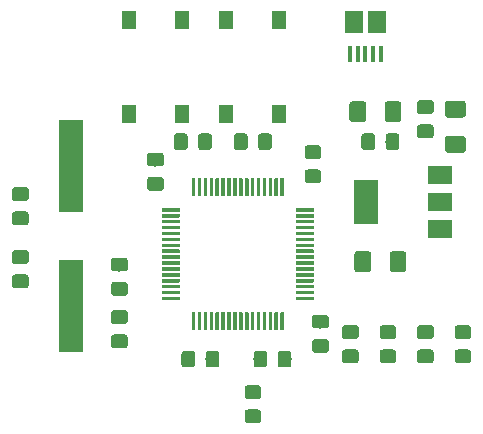
<source format=gbr>
G04 #@! TF.GenerationSoftware,KiCad,Pcbnew,(5.1.4)-1*
G04 #@! TF.CreationDate,2019-09-08T20:10:46+01:00*
G04 #@! TF.ProjectId,autoscreen,6175746f-7363-4726-9565-6e2e6b696361,rev?*
G04 #@! TF.SameCoordinates,Original*
G04 #@! TF.FileFunction,Paste,Top*
G04 #@! TF.FilePolarity,Positive*
%FSLAX46Y46*%
G04 Gerber Fmt 4.6, Leading zero omitted, Abs format (unit mm)*
G04 Created by KiCad (PCBNEW (5.1.4)-1) date 2019-09-08 20:10:46*
%MOMM*%
%LPD*%
G04 APERTURE LIST*
%ADD10C,0.100000*%
%ADD11C,1.150000*%
%ADD12R,2.000000X7.875000*%
%ADD13C,0.300000*%
%ADD14R,2.000000X1.500000*%
%ADD15R,2.000000X3.800000*%
%ADD16R,1.300000X1.550000*%
%ADD17R,1.500000X1.900000*%
%ADD18R,0.400000X1.350000*%
%ADD19C,1.425000*%
G04 APERTURE END LIST*
D10*
G36*
X131919505Y-105081204D02*
G01*
X131943773Y-105084804D01*
X131967572Y-105090765D01*
X131990671Y-105099030D01*
X132012850Y-105109520D01*
X132033893Y-105122132D01*
X132053599Y-105136747D01*
X132071777Y-105153223D01*
X132088253Y-105171401D01*
X132102868Y-105191107D01*
X132115480Y-105212150D01*
X132125970Y-105234329D01*
X132134235Y-105257428D01*
X132140196Y-105281227D01*
X132143796Y-105305495D01*
X132145000Y-105329999D01*
X132145000Y-105980001D01*
X132143796Y-106004505D01*
X132140196Y-106028773D01*
X132134235Y-106052572D01*
X132125970Y-106075671D01*
X132115480Y-106097850D01*
X132102868Y-106118893D01*
X132088253Y-106138599D01*
X132071777Y-106156777D01*
X132053599Y-106173253D01*
X132033893Y-106187868D01*
X132012850Y-106200480D01*
X131990671Y-106210970D01*
X131967572Y-106219235D01*
X131943773Y-106225196D01*
X131919505Y-106228796D01*
X131895001Y-106230000D01*
X130994999Y-106230000D01*
X130970495Y-106228796D01*
X130946227Y-106225196D01*
X130922428Y-106219235D01*
X130899329Y-106210970D01*
X130877150Y-106200480D01*
X130856107Y-106187868D01*
X130836401Y-106173253D01*
X130818223Y-106156777D01*
X130801747Y-106138599D01*
X130787132Y-106118893D01*
X130774520Y-106097850D01*
X130764030Y-106075671D01*
X130755765Y-106052572D01*
X130749804Y-106028773D01*
X130746204Y-106004505D01*
X130745000Y-105980001D01*
X130745000Y-105329999D01*
X130746204Y-105305495D01*
X130749804Y-105281227D01*
X130755765Y-105257428D01*
X130764030Y-105234329D01*
X130774520Y-105212150D01*
X130787132Y-105191107D01*
X130801747Y-105171401D01*
X130818223Y-105153223D01*
X130836401Y-105136747D01*
X130856107Y-105122132D01*
X130877150Y-105109520D01*
X130899329Y-105099030D01*
X130922428Y-105090765D01*
X130946227Y-105084804D01*
X130970495Y-105081204D01*
X130994999Y-105080000D01*
X131895001Y-105080000D01*
X131919505Y-105081204D01*
X131919505Y-105081204D01*
G37*
D11*
X131445000Y-105655000D03*
D10*
G36*
X131919505Y-107131204D02*
G01*
X131943773Y-107134804D01*
X131967572Y-107140765D01*
X131990671Y-107149030D01*
X132012850Y-107159520D01*
X132033893Y-107172132D01*
X132053599Y-107186747D01*
X132071777Y-107203223D01*
X132088253Y-107221401D01*
X132102868Y-107241107D01*
X132115480Y-107262150D01*
X132125970Y-107284329D01*
X132134235Y-107307428D01*
X132140196Y-107331227D01*
X132143796Y-107355495D01*
X132145000Y-107379999D01*
X132145000Y-108030001D01*
X132143796Y-108054505D01*
X132140196Y-108078773D01*
X132134235Y-108102572D01*
X132125970Y-108125671D01*
X132115480Y-108147850D01*
X132102868Y-108168893D01*
X132088253Y-108188599D01*
X132071777Y-108206777D01*
X132053599Y-108223253D01*
X132033893Y-108237868D01*
X132012850Y-108250480D01*
X131990671Y-108260970D01*
X131967572Y-108269235D01*
X131943773Y-108275196D01*
X131919505Y-108278796D01*
X131895001Y-108280000D01*
X130994999Y-108280000D01*
X130970495Y-108278796D01*
X130946227Y-108275196D01*
X130922428Y-108269235D01*
X130899329Y-108260970D01*
X130877150Y-108250480D01*
X130856107Y-108237868D01*
X130836401Y-108223253D01*
X130818223Y-108206777D01*
X130801747Y-108188599D01*
X130787132Y-108168893D01*
X130774520Y-108147850D01*
X130764030Y-108125671D01*
X130755765Y-108102572D01*
X130749804Y-108078773D01*
X130746204Y-108054505D01*
X130745000Y-108030001D01*
X130745000Y-107379999D01*
X130746204Y-107355495D01*
X130749804Y-107331227D01*
X130755765Y-107307428D01*
X130764030Y-107284329D01*
X130774520Y-107262150D01*
X130787132Y-107241107D01*
X130801747Y-107221401D01*
X130818223Y-107203223D01*
X130836401Y-107186747D01*
X130856107Y-107172132D01*
X130877150Y-107159520D01*
X130899329Y-107149030D01*
X130922428Y-107140765D01*
X130946227Y-107134804D01*
X130970495Y-107131204D01*
X130994999Y-107130000D01*
X131895001Y-107130000D01*
X131919505Y-107131204D01*
X131919505Y-107131204D01*
G37*
D11*
X131445000Y-107705000D03*
D12*
X110998000Y-106838500D03*
X110998000Y-118713500D03*
D10*
G36*
X121427351Y-107850361D02*
G01*
X121434632Y-107851441D01*
X121441771Y-107853229D01*
X121448701Y-107855709D01*
X121455355Y-107858856D01*
X121461668Y-107862640D01*
X121467579Y-107867024D01*
X121473033Y-107871967D01*
X121477976Y-107877421D01*
X121482360Y-107883332D01*
X121486144Y-107889645D01*
X121489291Y-107896299D01*
X121491771Y-107903229D01*
X121493559Y-107910368D01*
X121494639Y-107917649D01*
X121495000Y-107925000D01*
X121495000Y-109325000D01*
X121494639Y-109332351D01*
X121493559Y-109339632D01*
X121491771Y-109346771D01*
X121489291Y-109353701D01*
X121486144Y-109360355D01*
X121482360Y-109366668D01*
X121477976Y-109372579D01*
X121473033Y-109378033D01*
X121467579Y-109382976D01*
X121461668Y-109387360D01*
X121455355Y-109391144D01*
X121448701Y-109394291D01*
X121441771Y-109396771D01*
X121434632Y-109398559D01*
X121427351Y-109399639D01*
X121420000Y-109400000D01*
X121270000Y-109400000D01*
X121262649Y-109399639D01*
X121255368Y-109398559D01*
X121248229Y-109396771D01*
X121241299Y-109394291D01*
X121234645Y-109391144D01*
X121228332Y-109387360D01*
X121222421Y-109382976D01*
X121216967Y-109378033D01*
X121212024Y-109372579D01*
X121207640Y-109366668D01*
X121203856Y-109360355D01*
X121200709Y-109353701D01*
X121198229Y-109346771D01*
X121196441Y-109339632D01*
X121195361Y-109332351D01*
X121195000Y-109325000D01*
X121195000Y-107925000D01*
X121195361Y-107917649D01*
X121196441Y-107910368D01*
X121198229Y-107903229D01*
X121200709Y-107896299D01*
X121203856Y-107889645D01*
X121207640Y-107883332D01*
X121212024Y-107877421D01*
X121216967Y-107871967D01*
X121222421Y-107867024D01*
X121228332Y-107862640D01*
X121234645Y-107858856D01*
X121241299Y-107855709D01*
X121248229Y-107853229D01*
X121255368Y-107851441D01*
X121262649Y-107850361D01*
X121270000Y-107850000D01*
X121420000Y-107850000D01*
X121427351Y-107850361D01*
X121427351Y-107850361D01*
G37*
D13*
X121345000Y-108625000D03*
D10*
G36*
X121927351Y-107850361D02*
G01*
X121934632Y-107851441D01*
X121941771Y-107853229D01*
X121948701Y-107855709D01*
X121955355Y-107858856D01*
X121961668Y-107862640D01*
X121967579Y-107867024D01*
X121973033Y-107871967D01*
X121977976Y-107877421D01*
X121982360Y-107883332D01*
X121986144Y-107889645D01*
X121989291Y-107896299D01*
X121991771Y-107903229D01*
X121993559Y-107910368D01*
X121994639Y-107917649D01*
X121995000Y-107925000D01*
X121995000Y-109325000D01*
X121994639Y-109332351D01*
X121993559Y-109339632D01*
X121991771Y-109346771D01*
X121989291Y-109353701D01*
X121986144Y-109360355D01*
X121982360Y-109366668D01*
X121977976Y-109372579D01*
X121973033Y-109378033D01*
X121967579Y-109382976D01*
X121961668Y-109387360D01*
X121955355Y-109391144D01*
X121948701Y-109394291D01*
X121941771Y-109396771D01*
X121934632Y-109398559D01*
X121927351Y-109399639D01*
X121920000Y-109400000D01*
X121770000Y-109400000D01*
X121762649Y-109399639D01*
X121755368Y-109398559D01*
X121748229Y-109396771D01*
X121741299Y-109394291D01*
X121734645Y-109391144D01*
X121728332Y-109387360D01*
X121722421Y-109382976D01*
X121716967Y-109378033D01*
X121712024Y-109372579D01*
X121707640Y-109366668D01*
X121703856Y-109360355D01*
X121700709Y-109353701D01*
X121698229Y-109346771D01*
X121696441Y-109339632D01*
X121695361Y-109332351D01*
X121695000Y-109325000D01*
X121695000Y-107925000D01*
X121695361Y-107917649D01*
X121696441Y-107910368D01*
X121698229Y-107903229D01*
X121700709Y-107896299D01*
X121703856Y-107889645D01*
X121707640Y-107883332D01*
X121712024Y-107877421D01*
X121716967Y-107871967D01*
X121722421Y-107867024D01*
X121728332Y-107862640D01*
X121734645Y-107858856D01*
X121741299Y-107855709D01*
X121748229Y-107853229D01*
X121755368Y-107851441D01*
X121762649Y-107850361D01*
X121770000Y-107850000D01*
X121920000Y-107850000D01*
X121927351Y-107850361D01*
X121927351Y-107850361D01*
G37*
D13*
X121845000Y-108625000D03*
D10*
G36*
X122427351Y-107850361D02*
G01*
X122434632Y-107851441D01*
X122441771Y-107853229D01*
X122448701Y-107855709D01*
X122455355Y-107858856D01*
X122461668Y-107862640D01*
X122467579Y-107867024D01*
X122473033Y-107871967D01*
X122477976Y-107877421D01*
X122482360Y-107883332D01*
X122486144Y-107889645D01*
X122489291Y-107896299D01*
X122491771Y-107903229D01*
X122493559Y-107910368D01*
X122494639Y-107917649D01*
X122495000Y-107925000D01*
X122495000Y-109325000D01*
X122494639Y-109332351D01*
X122493559Y-109339632D01*
X122491771Y-109346771D01*
X122489291Y-109353701D01*
X122486144Y-109360355D01*
X122482360Y-109366668D01*
X122477976Y-109372579D01*
X122473033Y-109378033D01*
X122467579Y-109382976D01*
X122461668Y-109387360D01*
X122455355Y-109391144D01*
X122448701Y-109394291D01*
X122441771Y-109396771D01*
X122434632Y-109398559D01*
X122427351Y-109399639D01*
X122420000Y-109400000D01*
X122270000Y-109400000D01*
X122262649Y-109399639D01*
X122255368Y-109398559D01*
X122248229Y-109396771D01*
X122241299Y-109394291D01*
X122234645Y-109391144D01*
X122228332Y-109387360D01*
X122222421Y-109382976D01*
X122216967Y-109378033D01*
X122212024Y-109372579D01*
X122207640Y-109366668D01*
X122203856Y-109360355D01*
X122200709Y-109353701D01*
X122198229Y-109346771D01*
X122196441Y-109339632D01*
X122195361Y-109332351D01*
X122195000Y-109325000D01*
X122195000Y-107925000D01*
X122195361Y-107917649D01*
X122196441Y-107910368D01*
X122198229Y-107903229D01*
X122200709Y-107896299D01*
X122203856Y-107889645D01*
X122207640Y-107883332D01*
X122212024Y-107877421D01*
X122216967Y-107871967D01*
X122222421Y-107867024D01*
X122228332Y-107862640D01*
X122234645Y-107858856D01*
X122241299Y-107855709D01*
X122248229Y-107853229D01*
X122255368Y-107851441D01*
X122262649Y-107850361D01*
X122270000Y-107850000D01*
X122420000Y-107850000D01*
X122427351Y-107850361D01*
X122427351Y-107850361D01*
G37*
D13*
X122345000Y-108625000D03*
D10*
G36*
X122927351Y-107850361D02*
G01*
X122934632Y-107851441D01*
X122941771Y-107853229D01*
X122948701Y-107855709D01*
X122955355Y-107858856D01*
X122961668Y-107862640D01*
X122967579Y-107867024D01*
X122973033Y-107871967D01*
X122977976Y-107877421D01*
X122982360Y-107883332D01*
X122986144Y-107889645D01*
X122989291Y-107896299D01*
X122991771Y-107903229D01*
X122993559Y-107910368D01*
X122994639Y-107917649D01*
X122995000Y-107925000D01*
X122995000Y-109325000D01*
X122994639Y-109332351D01*
X122993559Y-109339632D01*
X122991771Y-109346771D01*
X122989291Y-109353701D01*
X122986144Y-109360355D01*
X122982360Y-109366668D01*
X122977976Y-109372579D01*
X122973033Y-109378033D01*
X122967579Y-109382976D01*
X122961668Y-109387360D01*
X122955355Y-109391144D01*
X122948701Y-109394291D01*
X122941771Y-109396771D01*
X122934632Y-109398559D01*
X122927351Y-109399639D01*
X122920000Y-109400000D01*
X122770000Y-109400000D01*
X122762649Y-109399639D01*
X122755368Y-109398559D01*
X122748229Y-109396771D01*
X122741299Y-109394291D01*
X122734645Y-109391144D01*
X122728332Y-109387360D01*
X122722421Y-109382976D01*
X122716967Y-109378033D01*
X122712024Y-109372579D01*
X122707640Y-109366668D01*
X122703856Y-109360355D01*
X122700709Y-109353701D01*
X122698229Y-109346771D01*
X122696441Y-109339632D01*
X122695361Y-109332351D01*
X122695000Y-109325000D01*
X122695000Y-107925000D01*
X122695361Y-107917649D01*
X122696441Y-107910368D01*
X122698229Y-107903229D01*
X122700709Y-107896299D01*
X122703856Y-107889645D01*
X122707640Y-107883332D01*
X122712024Y-107877421D01*
X122716967Y-107871967D01*
X122722421Y-107867024D01*
X122728332Y-107862640D01*
X122734645Y-107858856D01*
X122741299Y-107855709D01*
X122748229Y-107853229D01*
X122755368Y-107851441D01*
X122762649Y-107850361D01*
X122770000Y-107850000D01*
X122920000Y-107850000D01*
X122927351Y-107850361D01*
X122927351Y-107850361D01*
G37*
D13*
X122845000Y-108625000D03*
D10*
G36*
X123427351Y-107850361D02*
G01*
X123434632Y-107851441D01*
X123441771Y-107853229D01*
X123448701Y-107855709D01*
X123455355Y-107858856D01*
X123461668Y-107862640D01*
X123467579Y-107867024D01*
X123473033Y-107871967D01*
X123477976Y-107877421D01*
X123482360Y-107883332D01*
X123486144Y-107889645D01*
X123489291Y-107896299D01*
X123491771Y-107903229D01*
X123493559Y-107910368D01*
X123494639Y-107917649D01*
X123495000Y-107925000D01*
X123495000Y-109325000D01*
X123494639Y-109332351D01*
X123493559Y-109339632D01*
X123491771Y-109346771D01*
X123489291Y-109353701D01*
X123486144Y-109360355D01*
X123482360Y-109366668D01*
X123477976Y-109372579D01*
X123473033Y-109378033D01*
X123467579Y-109382976D01*
X123461668Y-109387360D01*
X123455355Y-109391144D01*
X123448701Y-109394291D01*
X123441771Y-109396771D01*
X123434632Y-109398559D01*
X123427351Y-109399639D01*
X123420000Y-109400000D01*
X123270000Y-109400000D01*
X123262649Y-109399639D01*
X123255368Y-109398559D01*
X123248229Y-109396771D01*
X123241299Y-109394291D01*
X123234645Y-109391144D01*
X123228332Y-109387360D01*
X123222421Y-109382976D01*
X123216967Y-109378033D01*
X123212024Y-109372579D01*
X123207640Y-109366668D01*
X123203856Y-109360355D01*
X123200709Y-109353701D01*
X123198229Y-109346771D01*
X123196441Y-109339632D01*
X123195361Y-109332351D01*
X123195000Y-109325000D01*
X123195000Y-107925000D01*
X123195361Y-107917649D01*
X123196441Y-107910368D01*
X123198229Y-107903229D01*
X123200709Y-107896299D01*
X123203856Y-107889645D01*
X123207640Y-107883332D01*
X123212024Y-107877421D01*
X123216967Y-107871967D01*
X123222421Y-107867024D01*
X123228332Y-107862640D01*
X123234645Y-107858856D01*
X123241299Y-107855709D01*
X123248229Y-107853229D01*
X123255368Y-107851441D01*
X123262649Y-107850361D01*
X123270000Y-107850000D01*
X123420000Y-107850000D01*
X123427351Y-107850361D01*
X123427351Y-107850361D01*
G37*
D13*
X123345000Y-108625000D03*
D10*
G36*
X123927351Y-107850361D02*
G01*
X123934632Y-107851441D01*
X123941771Y-107853229D01*
X123948701Y-107855709D01*
X123955355Y-107858856D01*
X123961668Y-107862640D01*
X123967579Y-107867024D01*
X123973033Y-107871967D01*
X123977976Y-107877421D01*
X123982360Y-107883332D01*
X123986144Y-107889645D01*
X123989291Y-107896299D01*
X123991771Y-107903229D01*
X123993559Y-107910368D01*
X123994639Y-107917649D01*
X123995000Y-107925000D01*
X123995000Y-109325000D01*
X123994639Y-109332351D01*
X123993559Y-109339632D01*
X123991771Y-109346771D01*
X123989291Y-109353701D01*
X123986144Y-109360355D01*
X123982360Y-109366668D01*
X123977976Y-109372579D01*
X123973033Y-109378033D01*
X123967579Y-109382976D01*
X123961668Y-109387360D01*
X123955355Y-109391144D01*
X123948701Y-109394291D01*
X123941771Y-109396771D01*
X123934632Y-109398559D01*
X123927351Y-109399639D01*
X123920000Y-109400000D01*
X123770000Y-109400000D01*
X123762649Y-109399639D01*
X123755368Y-109398559D01*
X123748229Y-109396771D01*
X123741299Y-109394291D01*
X123734645Y-109391144D01*
X123728332Y-109387360D01*
X123722421Y-109382976D01*
X123716967Y-109378033D01*
X123712024Y-109372579D01*
X123707640Y-109366668D01*
X123703856Y-109360355D01*
X123700709Y-109353701D01*
X123698229Y-109346771D01*
X123696441Y-109339632D01*
X123695361Y-109332351D01*
X123695000Y-109325000D01*
X123695000Y-107925000D01*
X123695361Y-107917649D01*
X123696441Y-107910368D01*
X123698229Y-107903229D01*
X123700709Y-107896299D01*
X123703856Y-107889645D01*
X123707640Y-107883332D01*
X123712024Y-107877421D01*
X123716967Y-107871967D01*
X123722421Y-107867024D01*
X123728332Y-107862640D01*
X123734645Y-107858856D01*
X123741299Y-107855709D01*
X123748229Y-107853229D01*
X123755368Y-107851441D01*
X123762649Y-107850361D01*
X123770000Y-107850000D01*
X123920000Y-107850000D01*
X123927351Y-107850361D01*
X123927351Y-107850361D01*
G37*
D13*
X123845000Y-108625000D03*
D10*
G36*
X124427351Y-107850361D02*
G01*
X124434632Y-107851441D01*
X124441771Y-107853229D01*
X124448701Y-107855709D01*
X124455355Y-107858856D01*
X124461668Y-107862640D01*
X124467579Y-107867024D01*
X124473033Y-107871967D01*
X124477976Y-107877421D01*
X124482360Y-107883332D01*
X124486144Y-107889645D01*
X124489291Y-107896299D01*
X124491771Y-107903229D01*
X124493559Y-107910368D01*
X124494639Y-107917649D01*
X124495000Y-107925000D01*
X124495000Y-109325000D01*
X124494639Y-109332351D01*
X124493559Y-109339632D01*
X124491771Y-109346771D01*
X124489291Y-109353701D01*
X124486144Y-109360355D01*
X124482360Y-109366668D01*
X124477976Y-109372579D01*
X124473033Y-109378033D01*
X124467579Y-109382976D01*
X124461668Y-109387360D01*
X124455355Y-109391144D01*
X124448701Y-109394291D01*
X124441771Y-109396771D01*
X124434632Y-109398559D01*
X124427351Y-109399639D01*
X124420000Y-109400000D01*
X124270000Y-109400000D01*
X124262649Y-109399639D01*
X124255368Y-109398559D01*
X124248229Y-109396771D01*
X124241299Y-109394291D01*
X124234645Y-109391144D01*
X124228332Y-109387360D01*
X124222421Y-109382976D01*
X124216967Y-109378033D01*
X124212024Y-109372579D01*
X124207640Y-109366668D01*
X124203856Y-109360355D01*
X124200709Y-109353701D01*
X124198229Y-109346771D01*
X124196441Y-109339632D01*
X124195361Y-109332351D01*
X124195000Y-109325000D01*
X124195000Y-107925000D01*
X124195361Y-107917649D01*
X124196441Y-107910368D01*
X124198229Y-107903229D01*
X124200709Y-107896299D01*
X124203856Y-107889645D01*
X124207640Y-107883332D01*
X124212024Y-107877421D01*
X124216967Y-107871967D01*
X124222421Y-107867024D01*
X124228332Y-107862640D01*
X124234645Y-107858856D01*
X124241299Y-107855709D01*
X124248229Y-107853229D01*
X124255368Y-107851441D01*
X124262649Y-107850361D01*
X124270000Y-107850000D01*
X124420000Y-107850000D01*
X124427351Y-107850361D01*
X124427351Y-107850361D01*
G37*
D13*
X124345000Y-108625000D03*
D10*
G36*
X124927351Y-107850361D02*
G01*
X124934632Y-107851441D01*
X124941771Y-107853229D01*
X124948701Y-107855709D01*
X124955355Y-107858856D01*
X124961668Y-107862640D01*
X124967579Y-107867024D01*
X124973033Y-107871967D01*
X124977976Y-107877421D01*
X124982360Y-107883332D01*
X124986144Y-107889645D01*
X124989291Y-107896299D01*
X124991771Y-107903229D01*
X124993559Y-107910368D01*
X124994639Y-107917649D01*
X124995000Y-107925000D01*
X124995000Y-109325000D01*
X124994639Y-109332351D01*
X124993559Y-109339632D01*
X124991771Y-109346771D01*
X124989291Y-109353701D01*
X124986144Y-109360355D01*
X124982360Y-109366668D01*
X124977976Y-109372579D01*
X124973033Y-109378033D01*
X124967579Y-109382976D01*
X124961668Y-109387360D01*
X124955355Y-109391144D01*
X124948701Y-109394291D01*
X124941771Y-109396771D01*
X124934632Y-109398559D01*
X124927351Y-109399639D01*
X124920000Y-109400000D01*
X124770000Y-109400000D01*
X124762649Y-109399639D01*
X124755368Y-109398559D01*
X124748229Y-109396771D01*
X124741299Y-109394291D01*
X124734645Y-109391144D01*
X124728332Y-109387360D01*
X124722421Y-109382976D01*
X124716967Y-109378033D01*
X124712024Y-109372579D01*
X124707640Y-109366668D01*
X124703856Y-109360355D01*
X124700709Y-109353701D01*
X124698229Y-109346771D01*
X124696441Y-109339632D01*
X124695361Y-109332351D01*
X124695000Y-109325000D01*
X124695000Y-107925000D01*
X124695361Y-107917649D01*
X124696441Y-107910368D01*
X124698229Y-107903229D01*
X124700709Y-107896299D01*
X124703856Y-107889645D01*
X124707640Y-107883332D01*
X124712024Y-107877421D01*
X124716967Y-107871967D01*
X124722421Y-107867024D01*
X124728332Y-107862640D01*
X124734645Y-107858856D01*
X124741299Y-107855709D01*
X124748229Y-107853229D01*
X124755368Y-107851441D01*
X124762649Y-107850361D01*
X124770000Y-107850000D01*
X124920000Y-107850000D01*
X124927351Y-107850361D01*
X124927351Y-107850361D01*
G37*
D13*
X124845000Y-108625000D03*
D10*
G36*
X125427351Y-107850361D02*
G01*
X125434632Y-107851441D01*
X125441771Y-107853229D01*
X125448701Y-107855709D01*
X125455355Y-107858856D01*
X125461668Y-107862640D01*
X125467579Y-107867024D01*
X125473033Y-107871967D01*
X125477976Y-107877421D01*
X125482360Y-107883332D01*
X125486144Y-107889645D01*
X125489291Y-107896299D01*
X125491771Y-107903229D01*
X125493559Y-107910368D01*
X125494639Y-107917649D01*
X125495000Y-107925000D01*
X125495000Y-109325000D01*
X125494639Y-109332351D01*
X125493559Y-109339632D01*
X125491771Y-109346771D01*
X125489291Y-109353701D01*
X125486144Y-109360355D01*
X125482360Y-109366668D01*
X125477976Y-109372579D01*
X125473033Y-109378033D01*
X125467579Y-109382976D01*
X125461668Y-109387360D01*
X125455355Y-109391144D01*
X125448701Y-109394291D01*
X125441771Y-109396771D01*
X125434632Y-109398559D01*
X125427351Y-109399639D01*
X125420000Y-109400000D01*
X125270000Y-109400000D01*
X125262649Y-109399639D01*
X125255368Y-109398559D01*
X125248229Y-109396771D01*
X125241299Y-109394291D01*
X125234645Y-109391144D01*
X125228332Y-109387360D01*
X125222421Y-109382976D01*
X125216967Y-109378033D01*
X125212024Y-109372579D01*
X125207640Y-109366668D01*
X125203856Y-109360355D01*
X125200709Y-109353701D01*
X125198229Y-109346771D01*
X125196441Y-109339632D01*
X125195361Y-109332351D01*
X125195000Y-109325000D01*
X125195000Y-107925000D01*
X125195361Y-107917649D01*
X125196441Y-107910368D01*
X125198229Y-107903229D01*
X125200709Y-107896299D01*
X125203856Y-107889645D01*
X125207640Y-107883332D01*
X125212024Y-107877421D01*
X125216967Y-107871967D01*
X125222421Y-107867024D01*
X125228332Y-107862640D01*
X125234645Y-107858856D01*
X125241299Y-107855709D01*
X125248229Y-107853229D01*
X125255368Y-107851441D01*
X125262649Y-107850361D01*
X125270000Y-107850000D01*
X125420000Y-107850000D01*
X125427351Y-107850361D01*
X125427351Y-107850361D01*
G37*
D13*
X125345000Y-108625000D03*
D10*
G36*
X125927351Y-107850361D02*
G01*
X125934632Y-107851441D01*
X125941771Y-107853229D01*
X125948701Y-107855709D01*
X125955355Y-107858856D01*
X125961668Y-107862640D01*
X125967579Y-107867024D01*
X125973033Y-107871967D01*
X125977976Y-107877421D01*
X125982360Y-107883332D01*
X125986144Y-107889645D01*
X125989291Y-107896299D01*
X125991771Y-107903229D01*
X125993559Y-107910368D01*
X125994639Y-107917649D01*
X125995000Y-107925000D01*
X125995000Y-109325000D01*
X125994639Y-109332351D01*
X125993559Y-109339632D01*
X125991771Y-109346771D01*
X125989291Y-109353701D01*
X125986144Y-109360355D01*
X125982360Y-109366668D01*
X125977976Y-109372579D01*
X125973033Y-109378033D01*
X125967579Y-109382976D01*
X125961668Y-109387360D01*
X125955355Y-109391144D01*
X125948701Y-109394291D01*
X125941771Y-109396771D01*
X125934632Y-109398559D01*
X125927351Y-109399639D01*
X125920000Y-109400000D01*
X125770000Y-109400000D01*
X125762649Y-109399639D01*
X125755368Y-109398559D01*
X125748229Y-109396771D01*
X125741299Y-109394291D01*
X125734645Y-109391144D01*
X125728332Y-109387360D01*
X125722421Y-109382976D01*
X125716967Y-109378033D01*
X125712024Y-109372579D01*
X125707640Y-109366668D01*
X125703856Y-109360355D01*
X125700709Y-109353701D01*
X125698229Y-109346771D01*
X125696441Y-109339632D01*
X125695361Y-109332351D01*
X125695000Y-109325000D01*
X125695000Y-107925000D01*
X125695361Y-107917649D01*
X125696441Y-107910368D01*
X125698229Y-107903229D01*
X125700709Y-107896299D01*
X125703856Y-107889645D01*
X125707640Y-107883332D01*
X125712024Y-107877421D01*
X125716967Y-107871967D01*
X125722421Y-107867024D01*
X125728332Y-107862640D01*
X125734645Y-107858856D01*
X125741299Y-107855709D01*
X125748229Y-107853229D01*
X125755368Y-107851441D01*
X125762649Y-107850361D01*
X125770000Y-107850000D01*
X125920000Y-107850000D01*
X125927351Y-107850361D01*
X125927351Y-107850361D01*
G37*
D13*
X125845000Y-108625000D03*
D10*
G36*
X126427351Y-107850361D02*
G01*
X126434632Y-107851441D01*
X126441771Y-107853229D01*
X126448701Y-107855709D01*
X126455355Y-107858856D01*
X126461668Y-107862640D01*
X126467579Y-107867024D01*
X126473033Y-107871967D01*
X126477976Y-107877421D01*
X126482360Y-107883332D01*
X126486144Y-107889645D01*
X126489291Y-107896299D01*
X126491771Y-107903229D01*
X126493559Y-107910368D01*
X126494639Y-107917649D01*
X126495000Y-107925000D01*
X126495000Y-109325000D01*
X126494639Y-109332351D01*
X126493559Y-109339632D01*
X126491771Y-109346771D01*
X126489291Y-109353701D01*
X126486144Y-109360355D01*
X126482360Y-109366668D01*
X126477976Y-109372579D01*
X126473033Y-109378033D01*
X126467579Y-109382976D01*
X126461668Y-109387360D01*
X126455355Y-109391144D01*
X126448701Y-109394291D01*
X126441771Y-109396771D01*
X126434632Y-109398559D01*
X126427351Y-109399639D01*
X126420000Y-109400000D01*
X126270000Y-109400000D01*
X126262649Y-109399639D01*
X126255368Y-109398559D01*
X126248229Y-109396771D01*
X126241299Y-109394291D01*
X126234645Y-109391144D01*
X126228332Y-109387360D01*
X126222421Y-109382976D01*
X126216967Y-109378033D01*
X126212024Y-109372579D01*
X126207640Y-109366668D01*
X126203856Y-109360355D01*
X126200709Y-109353701D01*
X126198229Y-109346771D01*
X126196441Y-109339632D01*
X126195361Y-109332351D01*
X126195000Y-109325000D01*
X126195000Y-107925000D01*
X126195361Y-107917649D01*
X126196441Y-107910368D01*
X126198229Y-107903229D01*
X126200709Y-107896299D01*
X126203856Y-107889645D01*
X126207640Y-107883332D01*
X126212024Y-107877421D01*
X126216967Y-107871967D01*
X126222421Y-107867024D01*
X126228332Y-107862640D01*
X126234645Y-107858856D01*
X126241299Y-107855709D01*
X126248229Y-107853229D01*
X126255368Y-107851441D01*
X126262649Y-107850361D01*
X126270000Y-107850000D01*
X126420000Y-107850000D01*
X126427351Y-107850361D01*
X126427351Y-107850361D01*
G37*
D13*
X126345000Y-108625000D03*
D10*
G36*
X126927351Y-107850361D02*
G01*
X126934632Y-107851441D01*
X126941771Y-107853229D01*
X126948701Y-107855709D01*
X126955355Y-107858856D01*
X126961668Y-107862640D01*
X126967579Y-107867024D01*
X126973033Y-107871967D01*
X126977976Y-107877421D01*
X126982360Y-107883332D01*
X126986144Y-107889645D01*
X126989291Y-107896299D01*
X126991771Y-107903229D01*
X126993559Y-107910368D01*
X126994639Y-107917649D01*
X126995000Y-107925000D01*
X126995000Y-109325000D01*
X126994639Y-109332351D01*
X126993559Y-109339632D01*
X126991771Y-109346771D01*
X126989291Y-109353701D01*
X126986144Y-109360355D01*
X126982360Y-109366668D01*
X126977976Y-109372579D01*
X126973033Y-109378033D01*
X126967579Y-109382976D01*
X126961668Y-109387360D01*
X126955355Y-109391144D01*
X126948701Y-109394291D01*
X126941771Y-109396771D01*
X126934632Y-109398559D01*
X126927351Y-109399639D01*
X126920000Y-109400000D01*
X126770000Y-109400000D01*
X126762649Y-109399639D01*
X126755368Y-109398559D01*
X126748229Y-109396771D01*
X126741299Y-109394291D01*
X126734645Y-109391144D01*
X126728332Y-109387360D01*
X126722421Y-109382976D01*
X126716967Y-109378033D01*
X126712024Y-109372579D01*
X126707640Y-109366668D01*
X126703856Y-109360355D01*
X126700709Y-109353701D01*
X126698229Y-109346771D01*
X126696441Y-109339632D01*
X126695361Y-109332351D01*
X126695000Y-109325000D01*
X126695000Y-107925000D01*
X126695361Y-107917649D01*
X126696441Y-107910368D01*
X126698229Y-107903229D01*
X126700709Y-107896299D01*
X126703856Y-107889645D01*
X126707640Y-107883332D01*
X126712024Y-107877421D01*
X126716967Y-107871967D01*
X126722421Y-107867024D01*
X126728332Y-107862640D01*
X126734645Y-107858856D01*
X126741299Y-107855709D01*
X126748229Y-107853229D01*
X126755368Y-107851441D01*
X126762649Y-107850361D01*
X126770000Y-107850000D01*
X126920000Y-107850000D01*
X126927351Y-107850361D01*
X126927351Y-107850361D01*
G37*
D13*
X126845000Y-108625000D03*
D10*
G36*
X127427351Y-107850361D02*
G01*
X127434632Y-107851441D01*
X127441771Y-107853229D01*
X127448701Y-107855709D01*
X127455355Y-107858856D01*
X127461668Y-107862640D01*
X127467579Y-107867024D01*
X127473033Y-107871967D01*
X127477976Y-107877421D01*
X127482360Y-107883332D01*
X127486144Y-107889645D01*
X127489291Y-107896299D01*
X127491771Y-107903229D01*
X127493559Y-107910368D01*
X127494639Y-107917649D01*
X127495000Y-107925000D01*
X127495000Y-109325000D01*
X127494639Y-109332351D01*
X127493559Y-109339632D01*
X127491771Y-109346771D01*
X127489291Y-109353701D01*
X127486144Y-109360355D01*
X127482360Y-109366668D01*
X127477976Y-109372579D01*
X127473033Y-109378033D01*
X127467579Y-109382976D01*
X127461668Y-109387360D01*
X127455355Y-109391144D01*
X127448701Y-109394291D01*
X127441771Y-109396771D01*
X127434632Y-109398559D01*
X127427351Y-109399639D01*
X127420000Y-109400000D01*
X127270000Y-109400000D01*
X127262649Y-109399639D01*
X127255368Y-109398559D01*
X127248229Y-109396771D01*
X127241299Y-109394291D01*
X127234645Y-109391144D01*
X127228332Y-109387360D01*
X127222421Y-109382976D01*
X127216967Y-109378033D01*
X127212024Y-109372579D01*
X127207640Y-109366668D01*
X127203856Y-109360355D01*
X127200709Y-109353701D01*
X127198229Y-109346771D01*
X127196441Y-109339632D01*
X127195361Y-109332351D01*
X127195000Y-109325000D01*
X127195000Y-107925000D01*
X127195361Y-107917649D01*
X127196441Y-107910368D01*
X127198229Y-107903229D01*
X127200709Y-107896299D01*
X127203856Y-107889645D01*
X127207640Y-107883332D01*
X127212024Y-107877421D01*
X127216967Y-107871967D01*
X127222421Y-107867024D01*
X127228332Y-107862640D01*
X127234645Y-107858856D01*
X127241299Y-107855709D01*
X127248229Y-107853229D01*
X127255368Y-107851441D01*
X127262649Y-107850361D01*
X127270000Y-107850000D01*
X127420000Y-107850000D01*
X127427351Y-107850361D01*
X127427351Y-107850361D01*
G37*
D13*
X127345000Y-108625000D03*
D10*
G36*
X127927351Y-107850361D02*
G01*
X127934632Y-107851441D01*
X127941771Y-107853229D01*
X127948701Y-107855709D01*
X127955355Y-107858856D01*
X127961668Y-107862640D01*
X127967579Y-107867024D01*
X127973033Y-107871967D01*
X127977976Y-107877421D01*
X127982360Y-107883332D01*
X127986144Y-107889645D01*
X127989291Y-107896299D01*
X127991771Y-107903229D01*
X127993559Y-107910368D01*
X127994639Y-107917649D01*
X127995000Y-107925000D01*
X127995000Y-109325000D01*
X127994639Y-109332351D01*
X127993559Y-109339632D01*
X127991771Y-109346771D01*
X127989291Y-109353701D01*
X127986144Y-109360355D01*
X127982360Y-109366668D01*
X127977976Y-109372579D01*
X127973033Y-109378033D01*
X127967579Y-109382976D01*
X127961668Y-109387360D01*
X127955355Y-109391144D01*
X127948701Y-109394291D01*
X127941771Y-109396771D01*
X127934632Y-109398559D01*
X127927351Y-109399639D01*
X127920000Y-109400000D01*
X127770000Y-109400000D01*
X127762649Y-109399639D01*
X127755368Y-109398559D01*
X127748229Y-109396771D01*
X127741299Y-109394291D01*
X127734645Y-109391144D01*
X127728332Y-109387360D01*
X127722421Y-109382976D01*
X127716967Y-109378033D01*
X127712024Y-109372579D01*
X127707640Y-109366668D01*
X127703856Y-109360355D01*
X127700709Y-109353701D01*
X127698229Y-109346771D01*
X127696441Y-109339632D01*
X127695361Y-109332351D01*
X127695000Y-109325000D01*
X127695000Y-107925000D01*
X127695361Y-107917649D01*
X127696441Y-107910368D01*
X127698229Y-107903229D01*
X127700709Y-107896299D01*
X127703856Y-107889645D01*
X127707640Y-107883332D01*
X127712024Y-107877421D01*
X127716967Y-107871967D01*
X127722421Y-107867024D01*
X127728332Y-107862640D01*
X127734645Y-107858856D01*
X127741299Y-107855709D01*
X127748229Y-107853229D01*
X127755368Y-107851441D01*
X127762649Y-107850361D01*
X127770000Y-107850000D01*
X127920000Y-107850000D01*
X127927351Y-107850361D01*
X127927351Y-107850361D01*
G37*
D13*
X127845000Y-108625000D03*
D10*
G36*
X128427351Y-107850361D02*
G01*
X128434632Y-107851441D01*
X128441771Y-107853229D01*
X128448701Y-107855709D01*
X128455355Y-107858856D01*
X128461668Y-107862640D01*
X128467579Y-107867024D01*
X128473033Y-107871967D01*
X128477976Y-107877421D01*
X128482360Y-107883332D01*
X128486144Y-107889645D01*
X128489291Y-107896299D01*
X128491771Y-107903229D01*
X128493559Y-107910368D01*
X128494639Y-107917649D01*
X128495000Y-107925000D01*
X128495000Y-109325000D01*
X128494639Y-109332351D01*
X128493559Y-109339632D01*
X128491771Y-109346771D01*
X128489291Y-109353701D01*
X128486144Y-109360355D01*
X128482360Y-109366668D01*
X128477976Y-109372579D01*
X128473033Y-109378033D01*
X128467579Y-109382976D01*
X128461668Y-109387360D01*
X128455355Y-109391144D01*
X128448701Y-109394291D01*
X128441771Y-109396771D01*
X128434632Y-109398559D01*
X128427351Y-109399639D01*
X128420000Y-109400000D01*
X128270000Y-109400000D01*
X128262649Y-109399639D01*
X128255368Y-109398559D01*
X128248229Y-109396771D01*
X128241299Y-109394291D01*
X128234645Y-109391144D01*
X128228332Y-109387360D01*
X128222421Y-109382976D01*
X128216967Y-109378033D01*
X128212024Y-109372579D01*
X128207640Y-109366668D01*
X128203856Y-109360355D01*
X128200709Y-109353701D01*
X128198229Y-109346771D01*
X128196441Y-109339632D01*
X128195361Y-109332351D01*
X128195000Y-109325000D01*
X128195000Y-107925000D01*
X128195361Y-107917649D01*
X128196441Y-107910368D01*
X128198229Y-107903229D01*
X128200709Y-107896299D01*
X128203856Y-107889645D01*
X128207640Y-107883332D01*
X128212024Y-107877421D01*
X128216967Y-107871967D01*
X128222421Y-107867024D01*
X128228332Y-107862640D01*
X128234645Y-107858856D01*
X128241299Y-107855709D01*
X128248229Y-107853229D01*
X128255368Y-107851441D01*
X128262649Y-107850361D01*
X128270000Y-107850000D01*
X128420000Y-107850000D01*
X128427351Y-107850361D01*
X128427351Y-107850361D01*
G37*
D13*
X128345000Y-108625000D03*
D10*
G36*
X128927351Y-107850361D02*
G01*
X128934632Y-107851441D01*
X128941771Y-107853229D01*
X128948701Y-107855709D01*
X128955355Y-107858856D01*
X128961668Y-107862640D01*
X128967579Y-107867024D01*
X128973033Y-107871967D01*
X128977976Y-107877421D01*
X128982360Y-107883332D01*
X128986144Y-107889645D01*
X128989291Y-107896299D01*
X128991771Y-107903229D01*
X128993559Y-107910368D01*
X128994639Y-107917649D01*
X128995000Y-107925000D01*
X128995000Y-109325000D01*
X128994639Y-109332351D01*
X128993559Y-109339632D01*
X128991771Y-109346771D01*
X128989291Y-109353701D01*
X128986144Y-109360355D01*
X128982360Y-109366668D01*
X128977976Y-109372579D01*
X128973033Y-109378033D01*
X128967579Y-109382976D01*
X128961668Y-109387360D01*
X128955355Y-109391144D01*
X128948701Y-109394291D01*
X128941771Y-109396771D01*
X128934632Y-109398559D01*
X128927351Y-109399639D01*
X128920000Y-109400000D01*
X128770000Y-109400000D01*
X128762649Y-109399639D01*
X128755368Y-109398559D01*
X128748229Y-109396771D01*
X128741299Y-109394291D01*
X128734645Y-109391144D01*
X128728332Y-109387360D01*
X128722421Y-109382976D01*
X128716967Y-109378033D01*
X128712024Y-109372579D01*
X128707640Y-109366668D01*
X128703856Y-109360355D01*
X128700709Y-109353701D01*
X128698229Y-109346771D01*
X128696441Y-109339632D01*
X128695361Y-109332351D01*
X128695000Y-109325000D01*
X128695000Y-107925000D01*
X128695361Y-107917649D01*
X128696441Y-107910368D01*
X128698229Y-107903229D01*
X128700709Y-107896299D01*
X128703856Y-107889645D01*
X128707640Y-107883332D01*
X128712024Y-107877421D01*
X128716967Y-107871967D01*
X128722421Y-107867024D01*
X128728332Y-107862640D01*
X128734645Y-107858856D01*
X128741299Y-107855709D01*
X128748229Y-107853229D01*
X128755368Y-107851441D01*
X128762649Y-107850361D01*
X128770000Y-107850000D01*
X128920000Y-107850000D01*
X128927351Y-107850361D01*
X128927351Y-107850361D01*
G37*
D13*
X128845000Y-108625000D03*
D10*
G36*
X131477351Y-110400361D02*
G01*
X131484632Y-110401441D01*
X131491771Y-110403229D01*
X131498701Y-110405709D01*
X131505355Y-110408856D01*
X131511668Y-110412640D01*
X131517579Y-110417024D01*
X131523033Y-110421967D01*
X131527976Y-110427421D01*
X131532360Y-110433332D01*
X131536144Y-110439645D01*
X131539291Y-110446299D01*
X131541771Y-110453229D01*
X131543559Y-110460368D01*
X131544639Y-110467649D01*
X131545000Y-110475000D01*
X131545000Y-110625000D01*
X131544639Y-110632351D01*
X131543559Y-110639632D01*
X131541771Y-110646771D01*
X131539291Y-110653701D01*
X131536144Y-110660355D01*
X131532360Y-110666668D01*
X131527976Y-110672579D01*
X131523033Y-110678033D01*
X131517579Y-110682976D01*
X131511668Y-110687360D01*
X131505355Y-110691144D01*
X131498701Y-110694291D01*
X131491771Y-110696771D01*
X131484632Y-110698559D01*
X131477351Y-110699639D01*
X131470000Y-110700000D01*
X130070000Y-110700000D01*
X130062649Y-110699639D01*
X130055368Y-110698559D01*
X130048229Y-110696771D01*
X130041299Y-110694291D01*
X130034645Y-110691144D01*
X130028332Y-110687360D01*
X130022421Y-110682976D01*
X130016967Y-110678033D01*
X130012024Y-110672579D01*
X130007640Y-110666668D01*
X130003856Y-110660355D01*
X130000709Y-110653701D01*
X129998229Y-110646771D01*
X129996441Y-110639632D01*
X129995361Y-110632351D01*
X129995000Y-110625000D01*
X129995000Y-110475000D01*
X129995361Y-110467649D01*
X129996441Y-110460368D01*
X129998229Y-110453229D01*
X130000709Y-110446299D01*
X130003856Y-110439645D01*
X130007640Y-110433332D01*
X130012024Y-110427421D01*
X130016967Y-110421967D01*
X130022421Y-110417024D01*
X130028332Y-110412640D01*
X130034645Y-110408856D01*
X130041299Y-110405709D01*
X130048229Y-110403229D01*
X130055368Y-110401441D01*
X130062649Y-110400361D01*
X130070000Y-110400000D01*
X131470000Y-110400000D01*
X131477351Y-110400361D01*
X131477351Y-110400361D01*
G37*
D13*
X130770000Y-110550000D03*
D10*
G36*
X131477351Y-110900361D02*
G01*
X131484632Y-110901441D01*
X131491771Y-110903229D01*
X131498701Y-110905709D01*
X131505355Y-110908856D01*
X131511668Y-110912640D01*
X131517579Y-110917024D01*
X131523033Y-110921967D01*
X131527976Y-110927421D01*
X131532360Y-110933332D01*
X131536144Y-110939645D01*
X131539291Y-110946299D01*
X131541771Y-110953229D01*
X131543559Y-110960368D01*
X131544639Y-110967649D01*
X131545000Y-110975000D01*
X131545000Y-111125000D01*
X131544639Y-111132351D01*
X131543559Y-111139632D01*
X131541771Y-111146771D01*
X131539291Y-111153701D01*
X131536144Y-111160355D01*
X131532360Y-111166668D01*
X131527976Y-111172579D01*
X131523033Y-111178033D01*
X131517579Y-111182976D01*
X131511668Y-111187360D01*
X131505355Y-111191144D01*
X131498701Y-111194291D01*
X131491771Y-111196771D01*
X131484632Y-111198559D01*
X131477351Y-111199639D01*
X131470000Y-111200000D01*
X130070000Y-111200000D01*
X130062649Y-111199639D01*
X130055368Y-111198559D01*
X130048229Y-111196771D01*
X130041299Y-111194291D01*
X130034645Y-111191144D01*
X130028332Y-111187360D01*
X130022421Y-111182976D01*
X130016967Y-111178033D01*
X130012024Y-111172579D01*
X130007640Y-111166668D01*
X130003856Y-111160355D01*
X130000709Y-111153701D01*
X129998229Y-111146771D01*
X129996441Y-111139632D01*
X129995361Y-111132351D01*
X129995000Y-111125000D01*
X129995000Y-110975000D01*
X129995361Y-110967649D01*
X129996441Y-110960368D01*
X129998229Y-110953229D01*
X130000709Y-110946299D01*
X130003856Y-110939645D01*
X130007640Y-110933332D01*
X130012024Y-110927421D01*
X130016967Y-110921967D01*
X130022421Y-110917024D01*
X130028332Y-110912640D01*
X130034645Y-110908856D01*
X130041299Y-110905709D01*
X130048229Y-110903229D01*
X130055368Y-110901441D01*
X130062649Y-110900361D01*
X130070000Y-110900000D01*
X131470000Y-110900000D01*
X131477351Y-110900361D01*
X131477351Y-110900361D01*
G37*
D13*
X130770000Y-111050000D03*
D10*
G36*
X131477351Y-111400361D02*
G01*
X131484632Y-111401441D01*
X131491771Y-111403229D01*
X131498701Y-111405709D01*
X131505355Y-111408856D01*
X131511668Y-111412640D01*
X131517579Y-111417024D01*
X131523033Y-111421967D01*
X131527976Y-111427421D01*
X131532360Y-111433332D01*
X131536144Y-111439645D01*
X131539291Y-111446299D01*
X131541771Y-111453229D01*
X131543559Y-111460368D01*
X131544639Y-111467649D01*
X131545000Y-111475000D01*
X131545000Y-111625000D01*
X131544639Y-111632351D01*
X131543559Y-111639632D01*
X131541771Y-111646771D01*
X131539291Y-111653701D01*
X131536144Y-111660355D01*
X131532360Y-111666668D01*
X131527976Y-111672579D01*
X131523033Y-111678033D01*
X131517579Y-111682976D01*
X131511668Y-111687360D01*
X131505355Y-111691144D01*
X131498701Y-111694291D01*
X131491771Y-111696771D01*
X131484632Y-111698559D01*
X131477351Y-111699639D01*
X131470000Y-111700000D01*
X130070000Y-111700000D01*
X130062649Y-111699639D01*
X130055368Y-111698559D01*
X130048229Y-111696771D01*
X130041299Y-111694291D01*
X130034645Y-111691144D01*
X130028332Y-111687360D01*
X130022421Y-111682976D01*
X130016967Y-111678033D01*
X130012024Y-111672579D01*
X130007640Y-111666668D01*
X130003856Y-111660355D01*
X130000709Y-111653701D01*
X129998229Y-111646771D01*
X129996441Y-111639632D01*
X129995361Y-111632351D01*
X129995000Y-111625000D01*
X129995000Y-111475000D01*
X129995361Y-111467649D01*
X129996441Y-111460368D01*
X129998229Y-111453229D01*
X130000709Y-111446299D01*
X130003856Y-111439645D01*
X130007640Y-111433332D01*
X130012024Y-111427421D01*
X130016967Y-111421967D01*
X130022421Y-111417024D01*
X130028332Y-111412640D01*
X130034645Y-111408856D01*
X130041299Y-111405709D01*
X130048229Y-111403229D01*
X130055368Y-111401441D01*
X130062649Y-111400361D01*
X130070000Y-111400000D01*
X131470000Y-111400000D01*
X131477351Y-111400361D01*
X131477351Y-111400361D01*
G37*
D13*
X130770000Y-111550000D03*
D10*
G36*
X131477351Y-111900361D02*
G01*
X131484632Y-111901441D01*
X131491771Y-111903229D01*
X131498701Y-111905709D01*
X131505355Y-111908856D01*
X131511668Y-111912640D01*
X131517579Y-111917024D01*
X131523033Y-111921967D01*
X131527976Y-111927421D01*
X131532360Y-111933332D01*
X131536144Y-111939645D01*
X131539291Y-111946299D01*
X131541771Y-111953229D01*
X131543559Y-111960368D01*
X131544639Y-111967649D01*
X131545000Y-111975000D01*
X131545000Y-112125000D01*
X131544639Y-112132351D01*
X131543559Y-112139632D01*
X131541771Y-112146771D01*
X131539291Y-112153701D01*
X131536144Y-112160355D01*
X131532360Y-112166668D01*
X131527976Y-112172579D01*
X131523033Y-112178033D01*
X131517579Y-112182976D01*
X131511668Y-112187360D01*
X131505355Y-112191144D01*
X131498701Y-112194291D01*
X131491771Y-112196771D01*
X131484632Y-112198559D01*
X131477351Y-112199639D01*
X131470000Y-112200000D01*
X130070000Y-112200000D01*
X130062649Y-112199639D01*
X130055368Y-112198559D01*
X130048229Y-112196771D01*
X130041299Y-112194291D01*
X130034645Y-112191144D01*
X130028332Y-112187360D01*
X130022421Y-112182976D01*
X130016967Y-112178033D01*
X130012024Y-112172579D01*
X130007640Y-112166668D01*
X130003856Y-112160355D01*
X130000709Y-112153701D01*
X129998229Y-112146771D01*
X129996441Y-112139632D01*
X129995361Y-112132351D01*
X129995000Y-112125000D01*
X129995000Y-111975000D01*
X129995361Y-111967649D01*
X129996441Y-111960368D01*
X129998229Y-111953229D01*
X130000709Y-111946299D01*
X130003856Y-111939645D01*
X130007640Y-111933332D01*
X130012024Y-111927421D01*
X130016967Y-111921967D01*
X130022421Y-111917024D01*
X130028332Y-111912640D01*
X130034645Y-111908856D01*
X130041299Y-111905709D01*
X130048229Y-111903229D01*
X130055368Y-111901441D01*
X130062649Y-111900361D01*
X130070000Y-111900000D01*
X131470000Y-111900000D01*
X131477351Y-111900361D01*
X131477351Y-111900361D01*
G37*
D13*
X130770000Y-112050000D03*
D10*
G36*
X131477351Y-112400361D02*
G01*
X131484632Y-112401441D01*
X131491771Y-112403229D01*
X131498701Y-112405709D01*
X131505355Y-112408856D01*
X131511668Y-112412640D01*
X131517579Y-112417024D01*
X131523033Y-112421967D01*
X131527976Y-112427421D01*
X131532360Y-112433332D01*
X131536144Y-112439645D01*
X131539291Y-112446299D01*
X131541771Y-112453229D01*
X131543559Y-112460368D01*
X131544639Y-112467649D01*
X131545000Y-112475000D01*
X131545000Y-112625000D01*
X131544639Y-112632351D01*
X131543559Y-112639632D01*
X131541771Y-112646771D01*
X131539291Y-112653701D01*
X131536144Y-112660355D01*
X131532360Y-112666668D01*
X131527976Y-112672579D01*
X131523033Y-112678033D01*
X131517579Y-112682976D01*
X131511668Y-112687360D01*
X131505355Y-112691144D01*
X131498701Y-112694291D01*
X131491771Y-112696771D01*
X131484632Y-112698559D01*
X131477351Y-112699639D01*
X131470000Y-112700000D01*
X130070000Y-112700000D01*
X130062649Y-112699639D01*
X130055368Y-112698559D01*
X130048229Y-112696771D01*
X130041299Y-112694291D01*
X130034645Y-112691144D01*
X130028332Y-112687360D01*
X130022421Y-112682976D01*
X130016967Y-112678033D01*
X130012024Y-112672579D01*
X130007640Y-112666668D01*
X130003856Y-112660355D01*
X130000709Y-112653701D01*
X129998229Y-112646771D01*
X129996441Y-112639632D01*
X129995361Y-112632351D01*
X129995000Y-112625000D01*
X129995000Y-112475000D01*
X129995361Y-112467649D01*
X129996441Y-112460368D01*
X129998229Y-112453229D01*
X130000709Y-112446299D01*
X130003856Y-112439645D01*
X130007640Y-112433332D01*
X130012024Y-112427421D01*
X130016967Y-112421967D01*
X130022421Y-112417024D01*
X130028332Y-112412640D01*
X130034645Y-112408856D01*
X130041299Y-112405709D01*
X130048229Y-112403229D01*
X130055368Y-112401441D01*
X130062649Y-112400361D01*
X130070000Y-112400000D01*
X131470000Y-112400000D01*
X131477351Y-112400361D01*
X131477351Y-112400361D01*
G37*
D13*
X130770000Y-112550000D03*
D10*
G36*
X131477351Y-112900361D02*
G01*
X131484632Y-112901441D01*
X131491771Y-112903229D01*
X131498701Y-112905709D01*
X131505355Y-112908856D01*
X131511668Y-112912640D01*
X131517579Y-112917024D01*
X131523033Y-112921967D01*
X131527976Y-112927421D01*
X131532360Y-112933332D01*
X131536144Y-112939645D01*
X131539291Y-112946299D01*
X131541771Y-112953229D01*
X131543559Y-112960368D01*
X131544639Y-112967649D01*
X131545000Y-112975000D01*
X131545000Y-113125000D01*
X131544639Y-113132351D01*
X131543559Y-113139632D01*
X131541771Y-113146771D01*
X131539291Y-113153701D01*
X131536144Y-113160355D01*
X131532360Y-113166668D01*
X131527976Y-113172579D01*
X131523033Y-113178033D01*
X131517579Y-113182976D01*
X131511668Y-113187360D01*
X131505355Y-113191144D01*
X131498701Y-113194291D01*
X131491771Y-113196771D01*
X131484632Y-113198559D01*
X131477351Y-113199639D01*
X131470000Y-113200000D01*
X130070000Y-113200000D01*
X130062649Y-113199639D01*
X130055368Y-113198559D01*
X130048229Y-113196771D01*
X130041299Y-113194291D01*
X130034645Y-113191144D01*
X130028332Y-113187360D01*
X130022421Y-113182976D01*
X130016967Y-113178033D01*
X130012024Y-113172579D01*
X130007640Y-113166668D01*
X130003856Y-113160355D01*
X130000709Y-113153701D01*
X129998229Y-113146771D01*
X129996441Y-113139632D01*
X129995361Y-113132351D01*
X129995000Y-113125000D01*
X129995000Y-112975000D01*
X129995361Y-112967649D01*
X129996441Y-112960368D01*
X129998229Y-112953229D01*
X130000709Y-112946299D01*
X130003856Y-112939645D01*
X130007640Y-112933332D01*
X130012024Y-112927421D01*
X130016967Y-112921967D01*
X130022421Y-112917024D01*
X130028332Y-112912640D01*
X130034645Y-112908856D01*
X130041299Y-112905709D01*
X130048229Y-112903229D01*
X130055368Y-112901441D01*
X130062649Y-112900361D01*
X130070000Y-112900000D01*
X131470000Y-112900000D01*
X131477351Y-112900361D01*
X131477351Y-112900361D01*
G37*
D13*
X130770000Y-113050000D03*
D10*
G36*
X131477351Y-113400361D02*
G01*
X131484632Y-113401441D01*
X131491771Y-113403229D01*
X131498701Y-113405709D01*
X131505355Y-113408856D01*
X131511668Y-113412640D01*
X131517579Y-113417024D01*
X131523033Y-113421967D01*
X131527976Y-113427421D01*
X131532360Y-113433332D01*
X131536144Y-113439645D01*
X131539291Y-113446299D01*
X131541771Y-113453229D01*
X131543559Y-113460368D01*
X131544639Y-113467649D01*
X131545000Y-113475000D01*
X131545000Y-113625000D01*
X131544639Y-113632351D01*
X131543559Y-113639632D01*
X131541771Y-113646771D01*
X131539291Y-113653701D01*
X131536144Y-113660355D01*
X131532360Y-113666668D01*
X131527976Y-113672579D01*
X131523033Y-113678033D01*
X131517579Y-113682976D01*
X131511668Y-113687360D01*
X131505355Y-113691144D01*
X131498701Y-113694291D01*
X131491771Y-113696771D01*
X131484632Y-113698559D01*
X131477351Y-113699639D01*
X131470000Y-113700000D01*
X130070000Y-113700000D01*
X130062649Y-113699639D01*
X130055368Y-113698559D01*
X130048229Y-113696771D01*
X130041299Y-113694291D01*
X130034645Y-113691144D01*
X130028332Y-113687360D01*
X130022421Y-113682976D01*
X130016967Y-113678033D01*
X130012024Y-113672579D01*
X130007640Y-113666668D01*
X130003856Y-113660355D01*
X130000709Y-113653701D01*
X129998229Y-113646771D01*
X129996441Y-113639632D01*
X129995361Y-113632351D01*
X129995000Y-113625000D01*
X129995000Y-113475000D01*
X129995361Y-113467649D01*
X129996441Y-113460368D01*
X129998229Y-113453229D01*
X130000709Y-113446299D01*
X130003856Y-113439645D01*
X130007640Y-113433332D01*
X130012024Y-113427421D01*
X130016967Y-113421967D01*
X130022421Y-113417024D01*
X130028332Y-113412640D01*
X130034645Y-113408856D01*
X130041299Y-113405709D01*
X130048229Y-113403229D01*
X130055368Y-113401441D01*
X130062649Y-113400361D01*
X130070000Y-113400000D01*
X131470000Y-113400000D01*
X131477351Y-113400361D01*
X131477351Y-113400361D01*
G37*
D13*
X130770000Y-113550000D03*
D10*
G36*
X131477351Y-113900361D02*
G01*
X131484632Y-113901441D01*
X131491771Y-113903229D01*
X131498701Y-113905709D01*
X131505355Y-113908856D01*
X131511668Y-113912640D01*
X131517579Y-113917024D01*
X131523033Y-113921967D01*
X131527976Y-113927421D01*
X131532360Y-113933332D01*
X131536144Y-113939645D01*
X131539291Y-113946299D01*
X131541771Y-113953229D01*
X131543559Y-113960368D01*
X131544639Y-113967649D01*
X131545000Y-113975000D01*
X131545000Y-114125000D01*
X131544639Y-114132351D01*
X131543559Y-114139632D01*
X131541771Y-114146771D01*
X131539291Y-114153701D01*
X131536144Y-114160355D01*
X131532360Y-114166668D01*
X131527976Y-114172579D01*
X131523033Y-114178033D01*
X131517579Y-114182976D01*
X131511668Y-114187360D01*
X131505355Y-114191144D01*
X131498701Y-114194291D01*
X131491771Y-114196771D01*
X131484632Y-114198559D01*
X131477351Y-114199639D01*
X131470000Y-114200000D01*
X130070000Y-114200000D01*
X130062649Y-114199639D01*
X130055368Y-114198559D01*
X130048229Y-114196771D01*
X130041299Y-114194291D01*
X130034645Y-114191144D01*
X130028332Y-114187360D01*
X130022421Y-114182976D01*
X130016967Y-114178033D01*
X130012024Y-114172579D01*
X130007640Y-114166668D01*
X130003856Y-114160355D01*
X130000709Y-114153701D01*
X129998229Y-114146771D01*
X129996441Y-114139632D01*
X129995361Y-114132351D01*
X129995000Y-114125000D01*
X129995000Y-113975000D01*
X129995361Y-113967649D01*
X129996441Y-113960368D01*
X129998229Y-113953229D01*
X130000709Y-113946299D01*
X130003856Y-113939645D01*
X130007640Y-113933332D01*
X130012024Y-113927421D01*
X130016967Y-113921967D01*
X130022421Y-113917024D01*
X130028332Y-113912640D01*
X130034645Y-113908856D01*
X130041299Y-113905709D01*
X130048229Y-113903229D01*
X130055368Y-113901441D01*
X130062649Y-113900361D01*
X130070000Y-113900000D01*
X131470000Y-113900000D01*
X131477351Y-113900361D01*
X131477351Y-113900361D01*
G37*
D13*
X130770000Y-114050000D03*
D10*
G36*
X131477351Y-114400361D02*
G01*
X131484632Y-114401441D01*
X131491771Y-114403229D01*
X131498701Y-114405709D01*
X131505355Y-114408856D01*
X131511668Y-114412640D01*
X131517579Y-114417024D01*
X131523033Y-114421967D01*
X131527976Y-114427421D01*
X131532360Y-114433332D01*
X131536144Y-114439645D01*
X131539291Y-114446299D01*
X131541771Y-114453229D01*
X131543559Y-114460368D01*
X131544639Y-114467649D01*
X131545000Y-114475000D01*
X131545000Y-114625000D01*
X131544639Y-114632351D01*
X131543559Y-114639632D01*
X131541771Y-114646771D01*
X131539291Y-114653701D01*
X131536144Y-114660355D01*
X131532360Y-114666668D01*
X131527976Y-114672579D01*
X131523033Y-114678033D01*
X131517579Y-114682976D01*
X131511668Y-114687360D01*
X131505355Y-114691144D01*
X131498701Y-114694291D01*
X131491771Y-114696771D01*
X131484632Y-114698559D01*
X131477351Y-114699639D01*
X131470000Y-114700000D01*
X130070000Y-114700000D01*
X130062649Y-114699639D01*
X130055368Y-114698559D01*
X130048229Y-114696771D01*
X130041299Y-114694291D01*
X130034645Y-114691144D01*
X130028332Y-114687360D01*
X130022421Y-114682976D01*
X130016967Y-114678033D01*
X130012024Y-114672579D01*
X130007640Y-114666668D01*
X130003856Y-114660355D01*
X130000709Y-114653701D01*
X129998229Y-114646771D01*
X129996441Y-114639632D01*
X129995361Y-114632351D01*
X129995000Y-114625000D01*
X129995000Y-114475000D01*
X129995361Y-114467649D01*
X129996441Y-114460368D01*
X129998229Y-114453229D01*
X130000709Y-114446299D01*
X130003856Y-114439645D01*
X130007640Y-114433332D01*
X130012024Y-114427421D01*
X130016967Y-114421967D01*
X130022421Y-114417024D01*
X130028332Y-114412640D01*
X130034645Y-114408856D01*
X130041299Y-114405709D01*
X130048229Y-114403229D01*
X130055368Y-114401441D01*
X130062649Y-114400361D01*
X130070000Y-114400000D01*
X131470000Y-114400000D01*
X131477351Y-114400361D01*
X131477351Y-114400361D01*
G37*
D13*
X130770000Y-114550000D03*
D10*
G36*
X131477351Y-114900361D02*
G01*
X131484632Y-114901441D01*
X131491771Y-114903229D01*
X131498701Y-114905709D01*
X131505355Y-114908856D01*
X131511668Y-114912640D01*
X131517579Y-114917024D01*
X131523033Y-114921967D01*
X131527976Y-114927421D01*
X131532360Y-114933332D01*
X131536144Y-114939645D01*
X131539291Y-114946299D01*
X131541771Y-114953229D01*
X131543559Y-114960368D01*
X131544639Y-114967649D01*
X131545000Y-114975000D01*
X131545000Y-115125000D01*
X131544639Y-115132351D01*
X131543559Y-115139632D01*
X131541771Y-115146771D01*
X131539291Y-115153701D01*
X131536144Y-115160355D01*
X131532360Y-115166668D01*
X131527976Y-115172579D01*
X131523033Y-115178033D01*
X131517579Y-115182976D01*
X131511668Y-115187360D01*
X131505355Y-115191144D01*
X131498701Y-115194291D01*
X131491771Y-115196771D01*
X131484632Y-115198559D01*
X131477351Y-115199639D01*
X131470000Y-115200000D01*
X130070000Y-115200000D01*
X130062649Y-115199639D01*
X130055368Y-115198559D01*
X130048229Y-115196771D01*
X130041299Y-115194291D01*
X130034645Y-115191144D01*
X130028332Y-115187360D01*
X130022421Y-115182976D01*
X130016967Y-115178033D01*
X130012024Y-115172579D01*
X130007640Y-115166668D01*
X130003856Y-115160355D01*
X130000709Y-115153701D01*
X129998229Y-115146771D01*
X129996441Y-115139632D01*
X129995361Y-115132351D01*
X129995000Y-115125000D01*
X129995000Y-114975000D01*
X129995361Y-114967649D01*
X129996441Y-114960368D01*
X129998229Y-114953229D01*
X130000709Y-114946299D01*
X130003856Y-114939645D01*
X130007640Y-114933332D01*
X130012024Y-114927421D01*
X130016967Y-114921967D01*
X130022421Y-114917024D01*
X130028332Y-114912640D01*
X130034645Y-114908856D01*
X130041299Y-114905709D01*
X130048229Y-114903229D01*
X130055368Y-114901441D01*
X130062649Y-114900361D01*
X130070000Y-114900000D01*
X131470000Y-114900000D01*
X131477351Y-114900361D01*
X131477351Y-114900361D01*
G37*
D13*
X130770000Y-115050000D03*
D10*
G36*
X131477351Y-115400361D02*
G01*
X131484632Y-115401441D01*
X131491771Y-115403229D01*
X131498701Y-115405709D01*
X131505355Y-115408856D01*
X131511668Y-115412640D01*
X131517579Y-115417024D01*
X131523033Y-115421967D01*
X131527976Y-115427421D01*
X131532360Y-115433332D01*
X131536144Y-115439645D01*
X131539291Y-115446299D01*
X131541771Y-115453229D01*
X131543559Y-115460368D01*
X131544639Y-115467649D01*
X131545000Y-115475000D01*
X131545000Y-115625000D01*
X131544639Y-115632351D01*
X131543559Y-115639632D01*
X131541771Y-115646771D01*
X131539291Y-115653701D01*
X131536144Y-115660355D01*
X131532360Y-115666668D01*
X131527976Y-115672579D01*
X131523033Y-115678033D01*
X131517579Y-115682976D01*
X131511668Y-115687360D01*
X131505355Y-115691144D01*
X131498701Y-115694291D01*
X131491771Y-115696771D01*
X131484632Y-115698559D01*
X131477351Y-115699639D01*
X131470000Y-115700000D01*
X130070000Y-115700000D01*
X130062649Y-115699639D01*
X130055368Y-115698559D01*
X130048229Y-115696771D01*
X130041299Y-115694291D01*
X130034645Y-115691144D01*
X130028332Y-115687360D01*
X130022421Y-115682976D01*
X130016967Y-115678033D01*
X130012024Y-115672579D01*
X130007640Y-115666668D01*
X130003856Y-115660355D01*
X130000709Y-115653701D01*
X129998229Y-115646771D01*
X129996441Y-115639632D01*
X129995361Y-115632351D01*
X129995000Y-115625000D01*
X129995000Y-115475000D01*
X129995361Y-115467649D01*
X129996441Y-115460368D01*
X129998229Y-115453229D01*
X130000709Y-115446299D01*
X130003856Y-115439645D01*
X130007640Y-115433332D01*
X130012024Y-115427421D01*
X130016967Y-115421967D01*
X130022421Y-115417024D01*
X130028332Y-115412640D01*
X130034645Y-115408856D01*
X130041299Y-115405709D01*
X130048229Y-115403229D01*
X130055368Y-115401441D01*
X130062649Y-115400361D01*
X130070000Y-115400000D01*
X131470000Y-115400000D01*
X131477351Y-115400361D01*
X131477351Y-115400361D01*
G37*
D13*
X130770000Y-115550000D03*
D10*
G36*
X131477351Y-115900361D02*
G01*
X131484632Y-115901441D01*
X131491771Y-115903229D01*
X131498701Y-115905709D01*
X131505355Y-115908856D01*
X131511668Y-115912640D01*
X131517579Y-115917024D01*
X131523033Y-115921967D01*
X131527976Y-115927421D01*
X131532360Y-115933332D01*
X131536144Y-115939645D01*
X131539291Y-115946299D01*
X131541771Y-115953229D01*
X131543559Y-115960368D01*
X131544639Y-115967649D01*
X131545000Y-115975000D01*
X131545000Y-116125000D01*
X131544639Y-116132351D01*
X131543559Y-116139632D01*
X131541771Y-116146771D01*
X131539291Y-116153701D01*
X131536144Y-116160355D01*
X131532360Y-116166668D01*
X131527976Y-116172579D01*
X131523033Y-116178033D01*
X131517579Y-116182976D01*
X131511668Y-116187360D01*
X131505355Y-116191144D01*
X131498701Y-116194291D01*
X131491771Y-116196771D01*
X131484632Y-116198559D01*
X131477351Y-116199639D01*
X131470000Y-116200000D01*
X130070000Y-116200000D01*
X130062649Y-116199639D01*
X130055368Y-116198559D01*
X130048229Y-116196771D01*
X130041299Y-116194291D01*
X130034645Y-116191144D01*
X130028332Y-116187360D01*
X130022421Y-116182976D01*
X130016967Y-116178033D01*
X130012024Y-116172579D01*
X130007640Y-116166668D01*
X130003856Y-116160355D01*
X130000709Y-116153701D01*
X129998229Y-116146771D01*
X129996441Y-116139632D01*
X129995361Y-116132351D01*
X129995000Y-116125000D01*
X129995000Y-115975000D01*
X129995361Y-115967649D01*
X129996441Y-115960368D01*
X129998229Y-115953229D01*
X130000709Y-115946299D01*
X130003856Y-115939645D01*
X130007640Y-115933332D01*
X130012024Y-115927421D01*
X130016967Y-115921967D01*
X130022421Y-115917024D01*
X130028332Y-115912640D01*
X130034645Y-115908856D01*
X130041299Y-115905709D01*
X130048229Y-115903229D01*
X130055368Y-115901441D01*
X130062649Y-115900361D01*
X130070000Y-115900000D01*
X131470000Y-115900000D01*
X131477351Y-115900361D01*
X131477351Y-115900361D01*
G37*
D13*
X130770000Y-116050000D03*
D10*
G36*
X131477351Y-116400361D02*
G01*
X131484632Y-116401441D01*
X131491771Y-116403229D01*
X131498701Y-116405709D01*
X131505355Y-116408856D01*
X131511668Y-116412640D01*
X131517579Y-116417024D01*
X131523033Y-116421967D01*
X131527976Y-116427421D01*
X131532360Y-116433332D01*
X131536144Y-116439645D01*
X131539291Y-116446299D01*
X131541771Y-116453229D01*
X131543559Y-116460368D01*
X131544639Y-116467649D01*
X131545000Y-116475000D01*
X131545000Y-116625000D01*
X131544639Y-116632351D01*
X131543559Y-116639632D01*
X131541771Y-116646771D01*
X131539291Y-116653701D01*
X131536144Y-116660355D01*
X131532360Y-116666668D01*
X131527976Y-116672579D01*
X131523033Y-116678033D01*
X131517579Y-116682976D01*
X131511668Y-116687360D01*
X131505355Y-116691144D01*
X131498701Y-116694291D01*
X131491771Y-116696771D01*
X131484632Y-116698559D01*
X131477351Y-116699639D01*
X131470000Y-116700000D01*
X130070000Y-116700000D01*
X130062649Y-116699639D01*
X130055368Y-116698559D01*
X130048229Y-116696771D01*
X130041299Y-116694291D01*
X130034645Y-116691144D01*
X130028332Y-116687360D01*
X130022421Y-116682976D01*
X130016967Y-116678033D01*
X130012024Y-116672579D01*
X130007640Y-116666668D01*
X130003856Y-116660355D01*
X130000709Y-116653701D01*
X129998229Y-116646771D01*
X129996441Y-116639632D01*
X129995361Y-116632351D01*
X129995000Y-116625000D01*
X129995000Y-116475000D01*
X129995361Y-116467649D01*
X129996441Y-116460368D01*
X129998229Y-116453229D01*
X130000709Y-116446299D01*
X130003856Y-116439645D01*
X130007640Y-116433332D01*
X130012024Y-116427421D01*
X130016967Y-116421967D01*
X130022421Y-116417024D01*
X130028332Y-116412640D01*
X130034645Y-116408856D01*
X130041299Y-116405709D01*
X130048229Y-116403229D01*
X130055368Y-116401441D01*
X130062649Y-116400361D01*
X130070000Y-116400000D01*
X131470000Y-116400000D01*
X131477351Y-116400361D01*
X131477351Y-116400361D01*
G37*
D13*
X130770000Y-116550000D03*
D10*
G36*
X131477351Y-116900361D02*
G01*
X131484632Y-116901441D01*
X131491771Y-116903229D01*
X131498701Y-116905709D01*
X131505355Y-116908856D01*
X131511668Y-116912640D01*
X131517579Y-116917024D01*
X131523033Y-116921967D01*
X131527976Y-116927421D01*
X131532360Y-116933332D01*
X131536144Y-116939645D01*
X131539291Y-116946299D01*
X131541771Y-116953229D01*
X131543559Y-116960368D01*
X131544639Y-116967649D01*
X131545000Y-116975000D01*
X131545000Y-117125000D01*
X131544639Y-117132351D01*
X131543559Y-117139632D01*
X131541771Y-117146771D01*
X131539291Y-117153701D01*
X131536144Y-117160355D01*
X131532360Y-117166668D01*
X131527976Y-117172579D01*
X131523033Y-117178033D01*
X131517579Y-117182976D01*
X131511668Y-117187360D01*
X131505355Y-117191144D01*
X131498701Y-117194291D01*
X131491771Y-117196771D01*
X131484632Y-117198559D01*
X131477351Y-117199639D01*
X131470000Y-117200000D01*
X130070000Y-117200000D01*
X130062649Y-117199639D01*
X130055368Y-117198559D01*
X130048229Y-117196771D01*
X130041299Y-117194291D01*
X130034645Y-117191144D01*
X130028332Y-117187360D01*
X130022421Y-117182976D01*
X130016967Y-117178033D01*
X130012024Y-117172579D01*
X130007640Y-117166668D01*
X130003856Y-117160355D01*
X130000709Y-117153701D01*
X129998229Y-117146771D01*
X129996441Y-117139632D01*
X129995361Y-117132351D01*
X129995000Y-117125000D01*
X129995000Y-116975000D01*
X129995361Y-116967649D01*
X129996441Y-116960368D01*
X129998229Y-116953229D01*
X130000709Y-116946299D01*
X130003856Y-116939645D01*
X130007640Y-116933332D01*
X130012024Y-116927421D01*
X130016967Y-116921967D01*
X130022421Y-116917024D01*
X130028332Y-116912640D01*
X130034645Y-116908856D01*
X130041299Y-116905709D01*
X130048229Y-116903229D01*
X130055368Y-116901441D01*
X130062649Y-116900361D01*
X130070000Y-116900000D01*
X131470000Y-116900000D01*
X131477351Y-116900361D01*
X131477351Y-116900361D01*
G37*
D13*
X130770000Y-117050000D03*
D10*
G36*
X131477351Y-117400361D02*
G01*
X131484632Y-117401441D01*
X131491771Y-117403229D01*
X131498701Y-117405709D01*
X131505355Y-117408856D01*
X131511668Y-117412640D01*
X131517579Y-117417024D01*
X131523033Y-117421967D01*
X131527976Y-117427421D01*
X131532360Y-117433332D01*
X131536144Y-117439645D01*
X131539291Y-117446299D01*
X131541771Y-117453229D01*
X131543559Y-117460368D01*
X131544639Y-117467649D01*
X131545000Y-117475000D01*
X131545000Y-117625000D01*
X131544639Y-117632351D01*
X131543559Y-117639632D01*
X131541771Y-117646771D01*
X131539291Y-117653701D01*
X131536144Y-117660355D01*
X131532360Y-117666668D01*
X131527976Y-117672579D01*
X131523033Y-117678033D01*
X131517579Y-117682976D01*
X131511668Y-117687360D01*
X131505355Y-117691144D01*
X131498701Y-117694291D01*
X131491771Y-117696771D01*
X131484632Y-117698559D01*
X131477351Y-117699639D01*
X131470000Y-117700000D01*
X130070000Y-117700000D01*
X130062649Y-117699639D01*
X130055368Y-117698559D01*
X130048229Y-117696771D01*
X130041299Y-117694291D01*
X130034645Y-117691144D01*
X130028332Y-117687360D01*
X130022421Y-117682976D01*
X130016967Y-117678033D01*
X130012024Y-117672579D01*
X130007640Y-117666668D01*
X130003856Y-117660355D01*
X130000709Y-117653701D01*
X129998229Y-117646771D01*
X129996441Y-117639632D01*
X129995361Y-117632351D01*
X129995000Y-117625000D01*
X129995000Y-117475000D01*
X129995361Y-117467649D01*
X129996441Y-117460368D01*
X129998229Y-117453229D01*
X130000709Y-117446299D01*
X130003856Y-117439645D01*
X130007640Y-117433332D01*
X130012024Y-117427421D01*
X130016967Y-117421967D01*
X130022421Y-117417024D01*
X130028332Y-117412640D01*
X130034645Y-117408856D01*
X130041299Y-117405709D01*
X130048229Y-117403229D01*
X130055368Y-117401441D01*
X130062649Y-117400361D01*
X130070000Y-117400000D01*
X131470000Y-117400000D01*
X131477351Y-117400361D01*
X131477351Y-117400361D01*
G37*
D13*
X130770000Y-117550000D03*
D10*
G36*
X131477351Y-117900361D02*
G01*
X131484632Y-117901441D01*
X131491771Y-117903229D01*
X131498701Y-117905709D01*
X131505355Y-117908856D01*
X131511668Y-117912640D01*
X131517579Y-117917024D01*
X131523033Y-117921967D01*
X131527976Y-117927421D01*
X131532360Y-117933332D01*
X131536144Y-117939645D01*
X131539291Y-117946299D01*
X131541771Y-117953229D01*
X131543559Y-117960368D01*
X131544639Y-117967649D01*
X131545000Y-117975000D01*
X131545000Y-118125000D01*
X131544639Y-118132351D01*
X131543559Y-118139632D01*
X131541771Y-118146771D01*
X131539291Y-118153701D01*
X131536144Y-118160355D01*
X131532360Y-118166668D01*
X131527976Y-118172579D01*
X131523033Y-118178033D01*
X131517579Y-118182976D01*
X131511668Y-118187360D01*
X131505355Y-118191144D01*
X131498701Y-118194291D01*
X131491771Y-118196771D01*
X131484632Y-118198559D01*
X131477351Y-118199639D01*
X131470000Y-118200000D01*
X130070000Y-118200000D01*
X130062649Y-118199639D01*
X130055368Y-118198559D01*
X130048229Y-118196771D01*
X130041299Y-118194291D01*
X130034645Y-118191144D01*
X130028332Y-118187360D01*
X130022421Y-118182976D01*
X130016967Y-118178033D01*
X130012024Y-118172579D01*
X130007640Y-118166668D01*
X130003856Y-118160355D01*
X130000709Y-118153701D01*
X129998229Y-118146771D01*
X129996441Y-118139632D01*
X129995361Y-118132351D01*
X129995000Y-118125000D01*
X129995000Y-117975000D01*
X129995361Y-117967649D01*
X129996441Y-117960368D01*
X129998229Y-117953229D01*
X130000709Y-117946299D01*
X130003856Y-117939645D01*
X130007640Y-117933332D01*
X130012024Y-117927421D01*
X130016967Y-117921967D01*
X130022421Y-117917024D01*
X130028332Y-117912640D01*
X130034645Y-117908856D01*
X130041299Y-117905709D01*
X130048229Y-117903229D01*
X130055368Y-117901441D01*
X130062649Y-117900361D01*
X130070000Y-117900000D01*
X131470000Y-117900000D01*
X131477351Y-117900361D01*
X131477351Y-117900361D01*
G37*
D13*
X130770000Y-118050000D03*
D10*
G36*
X128927351Y-119200361D02*
G01*
X128934632Y-119201441D01*
X128941771Y-119203229D01*
X128948701Y-119205709D01*
X128955355Y-119208856D01*
X128961668Y-119212640D01*
X128967579Y-119217024D01*
X128973033Y-119221967D01*
X128977976Y-119227421D01*
X128982360Y-119233332D01*
X128986144Y-119239645D01*
X128989291Y-119246299D01*
X128991771Y-119253229D01*
X128993559Y-119260368D01*
X128994639Y-119267649D01*
X128995000Y-119275000D01*
X128995000Y-120675000D01*
X128994639Y-120682351D01*
X128993559Y-120689632D01*
X128991771Y-120696771D01*
X128989291Y-120703701D01*
X128986144Y-120710355D01*
X128982360Y-120716668D01*
X128977976Y-120722579D01*
X128973033Y-120728033D01*
X128967579Y-120732976D01*
X128961668Y-120737360D01*
X128955355Y-120741144D01*
X128948701Y-120744291D01*
X128941771Y-120746771D01*
X128934632Y-120748559D01*
X128927351Y-120749639D01*
X128920000Y-120750000D01*
X128770000Y-120750000D01*
X128762649Y-120749639D01*
X128755368Y-120748559D01*
X128748229Y-120746771D01*
X128741299Y-120744291D01*
X128734645Y-120741144D01*
X128728332Y-120737360D01*
X128722421Y-120732976D01*
X128716967Y-120728033D01*
X128712024Y-120722579D01*
X128707640Y-120716668D01*
X128703856Y-120710355D01*
X128700709Y-120703701D01*
X128698229Y-120696771D01*
X128696441Y-120689632D01*
X128695361Y-120682351D01*
X128695000Y-120675000D01*
X128695000Y-119275000D01*
X128695361Y-119267649D01*
X128696441Y-119260368D01*
X128698229Y-119253229D01*
X128700709Y-119246299D01*
X128703856Y-119239645D01*
X128707640Y-119233332D01*
X128712024Y-119227421D01*
X128716967Y-119221967D01*
X128722421Y-119217024D01*
X128728332Y-119212640D01*
X128734645Y-119208856D01*
X128741299Y-119205709D01*
X128748229Y-119203229D01*
X128755368Y-119201441D01*
X128762649Y-119200361D01*
X128770000Y-119200000D01*
X128920000Y-119200000D01*
X128927351Y-119200361D01*
X128927351Y-119200361D01*
G37*
D13*
X128845000Y-119975000D03*
D10*
G36*
X128427351Y-119200361D02*
G01*
X128434632Y-119201441D01*
X128441771Y-119203229D01*
X128448701Y-119205709D01*
X128455355Y-119208856D01*
X128461668Y-119212640D01*
X128467579Y-119217024D01*
X128473033Y-119221967D01*
X128477976Y-119227421D01*
X128482360Y-119233332D01*
X128486144Y-119239645D01*
X128489291Y-119246299D01*
X128491771Y-119253229D01*
X128493559Y-119260368D01*
X128494639Y-119267649D01*
X128495000Y-119275000D01*
X128495000Y-120675000D01*
X128494639Y-120682351D01*
X128493559Y-120689632D01*
X128491771Y-120696771D01*
X128489291Y-120703701D01*
X128486144Y-120710355D01*
X128482360Y-120716668D01*
X128477976Y-120722579D01*
X128473033Y-120728033D01*
X128467579Y-120732976D01*
X128461668Y-120737360D01*
X128455355Y-120741144D01*
X128448701Y-120744291D01*
X128441771Y-120746771D01*
X128434632Y-120748559D01*
X128427351Y-120749639D01*
X128420000Y-120750000D01*
X128270000Y-120750000D01*
X128262649Y-120749639D01*
X128255368Y-120748559D01*
X128248229Y-120746771D01*
X128241299Y-120744291D01*
X128234645Y-120741144D01*
X128228332Y-120737360D01*
X128222421Y-120732976D01*
X128216967Y-120728033D01*
X128212024Y-120722579D01*
X128207640Y-120716668D01*
X128203856Y-120710355D01*
X128200709Y-120703701D01*
X128198229Y-120696771D01*
X128196441Y-120689632D01*
X128195361Y-120682351D01*
X128195000Y-120675000D01*
X128195000Y-119275000D01*
X128195361Y-119267649D01*
X128196441Y-119260368D01*
X128198229Y-119253229D01*
X128200709Y-119246299D01*
X128203856Y-119239645D01*
X128207640Y-119233332D01*
X128212024Y-119227421D01*
X128216967Y-119221967D01*
X128222421Y-119217024D01*
X128228332Y-119212640D01*
X128234645Y-119208856D01*
X128241299Y-119205709D01*
X128248229Y-119203229D01*
X128255368Y-119201441D01*
X128262649Y-119200361D01*
X128270000Y-119200000D01*
X128420000Y-119200000D01*
X128427351Y-119200361D01*
X128427351Y-119200361D01*
G37*
D13*
X128345000Y-119975000D03*
D10*
G36*
X127927351Y-119200361D02*
G01*
X127934632Y-119201441D01*
X127941771Y-119203229D01*
X127948701Y-119205709D01*
X127955355Y-119208856D01*
X127961668Y-119212640D01*
X127967579Y-119217024D01*
X127973033Y-119221967D01*
X127977976Y-119227421D01*
X127982360Y-119233332D01*
X127986144Y-119239645D01*
X127989291Y-119246299D01*
X127991771Y-119253229D01*
X127993559Y-119260368D01*
X127994639Y-119267649D01*
X127995000Y-119275000D01*
X127995000Y-120675000D01*
X127994639Y-120682351D01*
X127993559Y-120689632D01*
X127991771Y-120696771D01*
X127989291Y-120703701D01*
X127986144Y-120710355D01*
X127982360Y-120716668D01*
X127977976Y-120722579D01*
X127973033Y-120728033D01*
X127967579Y-120732976D01*
X127961668Y-120737360D01*
X127955355Y-120741144D01*
X127948701Y-120744291D01*
X127941771Y-120746771D01*
X127934632Y-120748559D01*
X127927351Y-120749639D01*
X127920000Y-120750000D01*
X127770000Y-120750000D01*
X127762649Y-120749639D01*
X127755368Y-120748559D01*
X127748229Y-120746771D01*
X127741299Y-120744291D01*
X127734645Y-120741144D01*
X127728332Y-120737360D01*
X127722421Y-120732976D01*
X127716967Y-120728033D01*
X127712024Y-120722579D01*
X127707640Y-120716668D01*
X127703856Y-120710355D01*
X127700709Y-120703701D01*
X127698229Y-120696771D01*
X127696441Y-120689632D01*
X127695361Y-120682351D01*
X127695000Y-120675000D01*
X127695000Y-119275000D01*
X127695361Y-119267649D01*
X127696441Y-119260368D01*
X127698229Y-119253229D01*
X127700709Y-119246299D01*
X127703856Y-119239645D01*
X127707640Y-119233332D01*
X127712024Y-119227421D01*
X127716967Y-119221967D01*
X127722421Y-119217024D01*
X127728332Y-119212640D01*
X127734645Y-119208856D01*
X127741299Y-119205709D01*
X127748229Y-119203229D01*
X127755368Y-119201441D01*
X127762649Y-119200361D01*
X127770000Y-119200000D01*
X127920000Y-119200000D01*
X127927351Y-119200361D01*
X127927351Y-119200361D01*
G37*
D13*
X127845000Y-119975000D03*
D10*
G36*
X127427351Y-119200361D02*
G01*
X127434632Y-119201441D01*
X127441771Y-119203229D01*
X127448701Y-119205709D01*
X127455355Y-119208856D01*
X127461668Y-119212640D01*
X127467579Y-119217024D01*
X127473033Y-119221967D01*
X127477976Y-119227421D01*
X127482360Y-119233332D01*
X127486144Y-119239645D01*
X127489291Y-119246299D01*
X127491771Y-119253229D01*
X127493559Y-119260368D01*
X127494639Y-119267649D01*
X127495000Y-119275000D01*
X127495000Y-120675000D01*
X127494639Y-120682351D01*
X127493559Y-120689632D01*
X127491771Y-120696771D01*
X127489291Y-120703701D01*
X127486144Y-120710355D01*
X127482360Y-120716668D01*
X127477976Y-120722579D01*
X127473033Y-120728033D01*
X127467579Y-120732976D01*
X127461668Y-120737360D01*
X127455355Y-120741144D01*
X127448701Y-120744291D01*
X127441771Y-120746771D01*
X127434632Y-120748559D01*
X127427351Y-120749639D01*
X127420000Y-120750000D01*
X127270000Y-120750000D01*
X127262649Y-120749639D01*
X127255368Y-120748559D01*
X127248229Y-120746771D01*
X127241299Y-120744291D01*
X127234645Y-120741144D01*
X127228332Y-120737360D01*
X127222421Y-120732976D01*
X127216967Y-120728033D01*
X127212024Y-120722579D01*
X127207640Y-120716668D01*
X127203856Y-120710355D01*
X127200709Y-120703701D01*
X127198229Y-120696771D01*
X127196441Y-120689632D01*
X127195361Y-120682351D01*
X127195000Y-120675000D01*
X127195000Y-119275000D01*
X127195361Y-119267649D01*
X127196441Y-119260368D01*
X127198229Y-119253229D01*
X127200709Y-119246299D01*
X127203856Y-119239645D01*
X127207640Y-119233332D01*
X127212024Y-119227421D01*
X127216967Y-119221967D01*
X127222421Y-119217024D01*
X127228332Y-119212640D01*
X127234645Y-119208856D01*
X127241299Y-119205709D01*
X127248229Y-119203229D01*
X127255368Y-119201441D01*
X127262649Y-119200361D01*
X127270000Y-119200000D01*
X127420000Y-119200000D01*
X127427351Y-119200361D01*
X127427351Y-119200361D01*
G37*
D13*
X127345000Y-119975000D03*
D10*
G36*
X126927351Y-119200361D02*
G01*
X126934632Y-119201441D01*
X126941771Y-119203229D01*
X126948701Y-119205709D01*
X126955355Y-119208856D01*
X126961668Y-119212640D01*
X126967579Y-119217024D01*
X126973033Y-119221967D01*
X126977976Y-119227421D01*
X126982360Y-119233332D01*
X126986144Y-119239645D01*
X126989291Y-119246299D01*
X126991771Y-119253229D01*
X126993559Y-119260368D01*
X126994639Y-119267649D01*
X126995000Y-119275000D01*
X126995000Y-120675000D01*
X126994639Y-120682351D01*
X126993559Y-120689632D01*
X126991771Y-120696771D01*
X126989291Y-120703701D01*
X126986144Y-120710355D01*
X126982360Y-120716668D01*
X126977976Y-120722579D01*
X126973033Y-120728033D01*
X126967579Y-120732976D01*
X126961668Y-120737360D01*
X126955355Y-120741144D01*
X126948701Y-120744291D01*
X126941771Y-120746771D01*
X126934632Y-120748559D01*
X126927351Y-120749639D01*
X126920000Y-120750000D01*
X126770000Y-120750000D01*
X126762649Y-120749639D01*
X126755368Y-120748559D01*
X126748229Y-120746771D01*
X126741299Y-120744291D01*
X126734645Y-120741144D01*
X126728332Y-120737360D01*
X126722421Y-120732976D01*
X126716967Y-120728033D01*
X126712024Y-120722579D01*
X126707640Y-120716668D01*
X126703856Y-120710355D01*
X126700709Y-120703701D01*
X126698229Y-120696771D01*
X126696441Y-120689632D01*
X126695361Y-120682351D01*
X126695000Y-120675000D01*
X126695000Y-119275000D01*
X126695361Y-119267649D01*
X126696441Y-119260368D01*
X126698229Y-119253229D01*
X126700709Y-119246299D01*
X126703856Y-119239645D01*
X126707640Y-119233332D01*
X126712024Y-119227421D01*
X126716967Y-119221967D01*
X126722421Y-119217024D01*
X126728332Y-119212640D01*
X126734645Y-119208856D01*
X126741299Y-119205709D01*
X126748229Y-119203229D01*
X126755368Y-119201441D01*
X126762649Y-119200361D01*
X126770000Y-119200000D01*
X126920000Y-119200000D01*
X126927351Y-119200361D01*
X126927351Y-119200361D01*
G37*
D13*
X126845000Y-119975000D03*
D10*
G36*
X126427351Y-119200361D02*
G01*
X126434632Y-119201441D01*
X126441771Y-119203229D01*
X126448701Y-119205709D01*
X126455355Y-119208856D01*
X126461668Y-119212640D01*
X126467579Y-119217024D01*
X126473033Y-119221967D01*
X126477976Y-119227421D01*
X126482360Y-119233332D01*
X126486144Y-119239645D01*
X126489291Y-119246299D01*
X126491771Y-119253229D01*
X126493559Y-119260368D01*
X126494639Y-119267649D01*
X126495000Y-119275000D01*
X126495000Y-120675000D01*
X126494639Y-120682351D01*
X126493559Y-120689632D01*
X126491771Y-120696771D01*
X126489291Y-120703701D01*
X126486144Y-120710355D01*
X126482360Y-120716668D01*
X126477976Y-120722579D01*
X126473033Y-120728033D01*
X126467579Y-120732976D01*
X126461668Y-120737360D01*
X126455355Y-120741144D01*
X126448701Y-120744291D01*
X126441771Y-120746771D01*
X126434632Y-120748559D01*
X126427351Y-120749639D01*
X126420000Y-120750000D01*
X126270000Y-120750000D01*
X126262649Y-120749639D01*
X126255368Y-120748559D01*
X126248229Y-120746771D01*
X126241299Y-120744291D01*
X126234645Y-120741144D01*
X126228332Y-120737360D01*
X126222421Y-120732976D01*
X126216967Y-120728033D01*
X126212024Y-120722579D01*
X126207640Y-120716668D01*
X126203856Y-120710355D01*
X126200709Y-120703701D01*
X126198229Y-120696771D01*
X126196441Y-120689632D01*
X126195361Y-120682351D01*
X126195000Y-120675000D01*
X126195000Y-119275000D01*
X126195361Y-119267649D01*
X126196441Y-119260368D01*
X126198229Y-119253229D01*
X126200709Y-119246299D01*
X126203856Y-119239645D01*
X126207640Y-119233332D01*
X126212024Y-119227421D01*
X126216967Y-119221967D01*
X126222421Y-119217024D01*
X126228332Y-119212640D01*
X126234645Y-119208856D01*
X126241299Y-119205709D01*
X126248229Y-119203229D01*
X126255368Y-119201441D01*
X126262649Y-119200361D01*
X126270000Y-119200000D01*
X126420000Y-119200000D01*
X126427351Y-119200361D01*
X126427351Y-119200361D01*
G37*
D13*
X126345000Y-119975000D03*
D10*
G36*
X125927351Y-119200361D02*
G01*
X125934632Y-119201441D01*
X125941771Y-119203229D01*
X125948701Y-119205709D01*
X125955355Y-119208856D01*
X125961668Y-119212640D01*
X125967579Y-119217024D01*
X125973033Y-119221967D01*
X125977976Y-119227421D01*
X125982360Y-119233332D01*
X125986144Y-119239645D01*
X125989291Y-119246299D01*
X125991771Y-119253229D01*
X125993559Y-119260368D01*
X125994639Y-119267649D01*
X125995000Y-119275000D01*
X125995000Y-120675000D01*
X125994639Y-120682351D01*
X125993559Y-120689632D01*
X125991771Y-120696771D01*
X125989291Y-120703701D01*
X125986144Y-120710355D01*
X125982360Y-120716668D01*
X125977976Y-120722579D01*
X125973033Y-120728033D01*
X125967579Y-120732976D01*
X125961668Y-120737360D01*
X125955355Y-120741144D01*
X125948701Y-120744291D01*
X125941771Y-120746771D01*
X125934632Y-120748559D01*
X125927351Y-120749639D01*
X125920000Y-120750000D01*
X125770000Y-120750000D01*
X125762649Y-120749639D01*
X125755368Y-120748559D01*
X125748229Y-120746771D01*
X125741299Y-120744291D01*
X125734645Y-120741144D01*
X125728332Y-120737360D01*
X125722421Y-120732976D01*
X125716967Y-120728033D01*
X125712024Y-120722579D01*
X125707640Y-120716668D01*
X125703856Y-120710355D01*
X125700709Y-120703701D01*
X125698229Y-120696771D01*
X125696441Y-120689632D01*
X125695361Y-120682351D01*
X125695000Y-120675000D01*
X125695000Y-119275000D01*
X125695361Y-119267649D01*
X125696441Y-119260368D01*
X125698229Y-119253229D01*
X125700709Y-119246299D01*
X125703856Y-119239645D01*
X125707640Y-119233332D01*
X125712024Y-119227421D01*
X125716967Y-119221967D01*
X125722421Y-119217024D01*
X125728332Y-119212640D01*
X125734645Y-119208856D01*
X125741299Y-119205709D01*
X125748229Y-119203229D01*
X125755368Y-119201441D01*
X125762649Y-119200361D01*
X125770000Y-119200000D01*
X125920000Y-119200000D01*
X125927351Y-119200361D01*
X125927351Y-119200361D01*
G37*
D13*
X125845000Y-119975000D03*
D10*
G36*
X125427351Y-119200361D02*
G01*
X125434632Y-119201441D01*
X125441771Y-119203229D01*
X125448701Y-119205709D01*
X125455355Y-119208856D01*
X125461668Y-119212640D01*
X125467579Y-119217024D01*
X125473033Y-119221967D01*
X125477976Y-119227421D01*
X125482360Y-119233332D01*
X125486144Y-119239645D01*
X125489291Y-119246299D01*
X125491771Y-119253229D01*
X125493559Y-119260368D01*
X125494639Y-119267649D01*
X125495000Y-119275000D01*
X125495000Y-120675000D01*
X125494639Y-120682351D01*
X125493559Y-120689632D01*
X125491771Y-120696771D01*
X125489291Y-120703701D01*
X125486144Y-120710355D01*
X125482360Y-120716668D01*
X125477976Y-120722579D01*
X125473033Y-120728033D01*
X125467579Y-120732976D01*
X125461668Y-120737360D01*
X125455355Y-120741144D01*
X125448701Y-120744291D01*
X125441771Y-120746771D01*
X125434632Y-120748559D01*
X125427351Y-120749639D01*
X125420000Y-120750000D01*
X125270000Y-120750000D01*
X125262649Y-120749639D01*
X125255368Y-120748559D01*
X125248229Y-120746771D01*
X125241299Y-120744291D01*
X125234645Y-120741144D01*
X125228332Y-120737360D01*
X125222421Y-120732976D01*
X125216967Y-120728033D01*
X125212024Y-120722579D01*
X125207640Y-120716668D01*
X125203856Y-120710355D01*
X125200709Y-120703701D01*
X125198229Y-120696771D01*
X125196441Y-120689632D01*
X125195361Y-120682351D01*
X125195000Y-120675000D01*
X125195000Y-119275000D01*
X125195361Y-119267649D01*
X125196441Y-119260368D01*
X125198229Y-119253229D01*
X125200709Y-119246299D01*
X125203856Y-119239645D01*
X125207640Y-119233332D01*
X125212024Y-119227421D01*
X125216967Y-119221967D01*
X125222421Y-119217024D01*
X125228332Y-119212640D01*
X125234645Y-119208856D01*
X125241299Y-119205709D01*
X125248229Y-119203229D01*
X125255368Y-119201441D01*
X125262649Y-119200361D01*
X125270000Y-119200000D01*
X125420000Y-119200000D01*
X125427351Y-119200361D01*
X125427351Y-119200361D01*
G37*
D13*
X125345000Y-119975000D03*
D10*
G36*
X124927351Y-119200361D02*
G01*
X124934632Y-119201441D01*
X124941771Y-119203229D01*
X124948701Y-119205709D01*
X124955355Y-119208856D01*
X124961668Y-119212640D01*
X124967579Y-119217024D01*
X124973033Y-119221967D01*
X124977976Y-119227421D01*
X124982360Y-119233332D01*
X124986144Y-119239645D01*
X124989291Y-119246299D01*
X124991771Y-119253229D01*
X124993559Y-119260368D01*
X124994639Y-119267649D01*
X124995000Y-119275000D01*
X124995000Y-120675000D01*
X124994639Y-120682351D01*
X124993559Y-120689632D01*
X124991771Y-120696771D01*
X124989291Y-120703701D01*
X124986144Y-120710355D01*
X124982360Y-120716668D01*
X124977976Y-120722579D01*
X124973033Y-120728033D01*
X124967579Y-120732976D01*
X124961668Y-120737360D01*
X124955355Y-120741144D01*
X124948701Y-120744291D01*
X124941771Y-120746771D01*
X124934632Y-120748559D01*
X124927351Y-120749639D01*
X124920000Y-120750000D01*
X124770000Y-120750000D01*
X124762649Y-120749639D01*
X124755368Y-120748559D01*
X124748229Y-120746771D01*
X124741299Y-120744291D01*
X124734645Y-120741144D01*
X124728332Y-120737360D01*
X124722421Y-120732976D01*
X124716967Y-120728033D01*
X124712024Y-120722579D01*
X124707640Y-120716668D01*
X124703856Y-120710355D01*
X124700709Y-120703701D01*
X124698229Y-120696771D01*
X124696441Y-120689632D01*
X124695361Y-120682351D01*
X124695000Y-120675000D01*
X124695000Y-119275000D01*
X124695361Y-119267649D01*
X124696441Y-119260368D01*
X124698229Y-119253229D01*
X124700709Y-119246299D01*
X124703856Y-119239645D01*
X124707640Y-119233332D01*
X124712024Y-119227421D01*
X124716967Y-119221967D01*
X124722421Y-119217024D01*
X124728332Y-119212640D01*
X124734645Y-119208856D01*
X124741299Y-119205709D01*
X124748229Y-119203229D01*
X124755368Y-119201441D01*
X124762649Y-119200361D01*
X124770000Y-119200000D01*
X124920000Y-119200000D01*
X124927351Y-119200361D01*
X124927351Y-119200361D01*
G37*
D13*
X124845000Y-119975000D03*
D10*
G36*
X124427351Y-119200361D02*
G01*
X124434632Y-119201441D01*
X124441771Y-119203229D01*
X124448701Y-119205709D01*
X124455355Y-119208856D01*
X124461668Y-119212640D01*
X124467579Y-119217024D01*
X124473033Y-119221967D01*
X124477976Y-119227421D01*
X124482360Y-119233332D01*
X124486144Y-119239645D01*
X124489291Y-119246299D01*
X124491771Y-119253229D01*
X124493559Y-119260368D01*
X124494639Y-119267649D01*
X124495000Y-119275000D01*
X124495000Y-120675000D01*
X124494639Y-120682351D01*
X124493559Y-120689632D01*
X124491771Y-120696771D01*
X124489291Y-120703701D01*
X124486144Y-120710355D01*
X124482360Y-120716668D01*
X124477976Y-120722579D01*
X124473033Y-120728033D01*
X124467579Y-120732976D01*
X124461668Y-120737360D01*
X124455355Y-120741144D01*
X124448701Y-120744291D01*
X124441771Y-120746771D01*
X124434632Y-120748559D01*
X124427351Y-120749639D01*
X124420000Y-120750000D01*
X124270000Y-120750000D01*
X124262649Y-120749639D01*
X124255368Y-120748559D01*
X124248229Y-120746771D01*
X124241299Y-120744291D01*
X124234645Y-120741144D01*
X124228332Y-120737360D01*
X124222421Y-120732976D01*
X124216967Y-120728033D01*
X124212024Y-120722579D01*
X124207640Y-120716668D01*
X124203856Y-120710355D01*
X124200709Y-120703701D01*
X124198229Y-120696771D01*
X124196441Y-120689632D01*
X124195361Y-120682351D01*
X124195000Y-120675000D01*
X124195000Y-119275000D01*
X124195361Y-119267649D01*
X124196441Y-119260368D01*
X124198229Y-119253229D01*
X124200709Y-119246299D01*
X124203856Y-119239645D01*
X124207640Y-119233332D01*
X124212024Y-119227421D01*
X124216967Y-119221967D01*
X124222421Y-119217024D01*
X124228332Y-119212640D01*
X124234645Y-119208856D01*
X124241299Y-119205709D01*
X124248229Y-119203229D01*
X124255368Y-119201441D01*
X124262649Y-119200361D01*
X124270000Y-119200000D01*
X124420000Y-119200000D01*
X124427351Y-119200361D01*
X124427351Y-119200361D01*
G37*
D13*
X124345000Y-119975000D03*
D10*
G36*
X123927351Y-119200361D02*
G01*
X123934632Y-119201441D01*
X123941771Y-119203229D01*
X123948701Y-119205709D01*
X123955355Y-119208856D01*
X123961668Y-119212640D01*
X123967579Y-119217024D01*
X123973033Y-119221967D01*
X123977976Y-119227421D01*
X123982360Y-119233332D01*
X123986144Y-119239645D01*
X123989291Y-119246299D01*
X123991771Y-119253229D01*
X123993559Y-119260368D01*
X123994639Y-119267649D01*
X123995000Y-119275000D01*
X123995000Y-120675000D01*
X123994639Y-120682351D01*
X123993559Y-120689632D01*
X123991771Y-120696771D01*
X123989291Y-120703701D01*
X123986144Y-120710355D01*
X123982360Y-120716668D01*
X123977976Y-120722579D01*
X123973033Y-120728033D01*
X123967579Y-120732976D01*
X123961668Y-120737360D01*
X123955355Y-120741144D01*
X123948701Y-120744291D01*
X123941771Y-120746771D01*
X123934632Y-120748559D01*
X123927351Y-120749639D01*
X123920000Y-120750000D01*
X123770000Y-120750000D01*
X123762649Y-120749639D01*
X123755368Y-120748559D01*
X123748229Y-120746771D01*
X123741299Y-120744291D01*
X123734645Y-120741144D01*
X123728332Y-120737360D01*
X123722421Y-120732976D01*
X123716967Y-120728033D01*
X123712024Y-120722579D01*
X123707640Y-120716668D01*
X123703856Y-120710355D01*
X123700709Y-120703701D01*
X123698229Y-120696771D01*
X123696441Y-120689632D01*
X123695361Y-120682351D01*
X123695000Y-120675000D01*
X123695000Y-119275000D01*
X123695361Y-119267649D01*
X123696441Y-119260368D01*
X123698229Y-119253229D01*
X123700709Y-119246299D01*
X123703856Y-119239645D01*
X123707640Y-119233332D01*
X123712024Y-119227421D01*
X123716967Y-119221967D01*
X123722421Y-119217024D01*
X123728332Y-119212640D01*
X123734645Y-119208856D01*
X123741299Y-119205709D01*
X123748229Y-119203229D01*
X123755368Y-119201441D01*
X123762649Y-119200361D01*
X123770000Y-119200000D01*
X123920000Y-119200000D01*
X123927351Y-119200361D01*
X123927351Y-119200361D01*
G37*
D13*
X123845000Y-119975000D03*
D10*
G36*
X123427351Y-119200361D02*
G01*
X123434632Y-119201441D01*
X123441771Y-119203229D01*
X123448701Y-119205709D01*
X123455355Y-119208856D01*
X123461668Y-119212640D01*
X123467579Y-119217024D01*
X123473033Y-119221967D01*
X123477976Y-119227421D01*
X123482360Y-119233332D01*
X123486144Y-119239645D01*
X123489291Y-119246299D01*
X123491771Y-119253229D01*
X123493559Y-119260368D01*
X123494639Y-119267649D01*
X123495000Y-119275000D01*
X123495000Y-120675000D01*
X123494639Y-120682351D01*
X123493559Y-120689632D01*
X123491771Y-120696771D01*
X123489291Y-120703701D01*
X123486144Y-120710355D01*
X123482360Y-120716668D01*
X123477976Y-120722579D01*
X123473033Y-120728033D01*
X123467579Y-120732976D01*
X123461668Y-120737360D01*
X123455355Y-120741144D01*
X123448701Y-120744291D01*
X123441771Y-120746771D01*
X123434632Y-120748559D01*
X123427351Y-120749639D01*
X123420000Y-120750000D01*
X123270000Y-120750000D01*
X123262649Y-120749639D01*
X123255368Y-120748559D01*
X123248229Y-120746771D01*
X123241299Y-120744291D01*
X123234645Y-120741144D01*
X123228332Y-120737360D01*
X123222421Y-120732976D01*
X123216967Y-120728033D01*
X123212024Y-120722579D01*
X123207640Y-120716668D01*
X123203856Y-120710355D01*
X123200709Y-120703701D01*
X123198229Y-120696771D01*
X123196441Y-120689632D01*
X123195361Y-120682351D01*
X123195000Y-120675000D01*
X123195000Y-119275000D01*
X123195361Y-119267649D01*
X123196441Y-119260368D01*
X123198229Y-119253229D01*
X123200709Y-119246299D01*
X123203856Y-119239645D01*
X123207640Y-119233332D01*
X123212024Y-119227421D01*
X123216967Y-119221967D01*
X123222421Y-119217024D01*
X123228332Y-119212640D01*
X123234645Y-119208856D01*
X123241299Y-119205709D01*
X123248229Y-119203229D01*
X123255368Y-119201441D01*
X123262649Y-119200361D01*
X123270000Y-119200000D01*
X123420000Y-119200000D01*
X123427351Y-119200361D01*
X123427351Y-119200361D01*
G37*
D13*
X123345000Y-119975000D03*
D10*
G36*
X122927351Y-119200361D02*
G01*
X122934632Y-119201441D01*
X122941771Y-119203229D01*
X122948701Y-119205709D01*
X122955355Y-119208856D01*
X122961668Y-119212640D01*
X122967579Y-119217024D01*
X122973033Y-119221967D01*
X122977976Y-119227421D01*
X122982360Y-119233332D01*
X122986144Y-119239645D01*
X122989291Y-119246299D01*
X122991771Y-119253229D01*
X122993559Y-119260368D01*
X122994639Y-119267649D01*
X122995000Y-119275000D01*
X122995000Y-120675000D01*
X122994639Y-120682351D01*
X122993559Y-120689632D01*
X122991771Y-120696771D01*
X122989291Y-120703701D01*
X122986144Y-120710355D01*
X122982360Y-120716668D01*
X122977976Y-120722579D01*
X122973033Y-120728033D01*
X122967579Y-120732976D01*
X122961668Y-120737360D01*
X122955355Y-120741144D01*
X122948701Y-120744291D01*
X122941771Y-120746771D01*
X122934632Y-120748559D01*
X122927351Y-120749639D01*
X122920000Y-120750000D01*
X122770000Y-120750000D01*
X122762649Y-120749639D01*
X122755368Y-120748559D01*
X122748229Y-120746771D01*
X122741299Y-120744291D01*
X122734645Y-120741144D01*
X122728332Y-120737360D01*
X122722421Y-120732976D01*
X122716967Y-120728033D01*
X122712024Y-120722579D01*
X122707640Y-120716668D01*
X122703856Y-120710355D01*
X122700709Y-120703701D01*
X122698229Y-120696771D01*
X122696441Y-120689632D01*
X122695361Y-120682351D01*
X122695000Y-120675000D01*
X122695000Y-119275000D01*
X122695361Y-119267649D01*
X122696441Y-119260368D01*
X122698229Y-119253229D01*
X122700709Y-119246299D01*
X122703856Y-119239645D01*
X122707640Y-119233332D01*
X122712024Y-119227421D01*
X122716967Y-119221967D01*
X122722421Y-119217024D01*
X122728332Y-119212640D01*
X122734645Y-119208856D01*
X122741299Y-119205709D01*
X122748229Y-119203229D01*
X122755368Y-119201441D01*
X122762649Y-119200361D01*
X122770000Y-119200000D01*
X122920000Y-119200000D01*
X122927351Y-119200361D01*
X122927351Y-119200361D01*
G37*
D13*
X122845000Y-119975000D03*
D10*
G36*
X122427351Y-119200361D02*
G01*
X122434632Y-119201441D01*
X122441771Y-119203229D01*
X122448701Y-119205709D01*
X122455355Y-119208856D01*
X122461668Y-119212640D01*
X122467579Y-119217024D01*
X122473033Y-119221967D01*
X122477976Y-119227421D01*
X122482360Y-119233332D01*
X122486144Y-119239645D01*
X122489291Y-119246299D01*
X122491771Y-119253229D01*
X122493559Y-119260368D01*
X122494639Y-119267649D01*
X122495000Y-119275000D01*
X122495000Y-120675000D01*
X122494639Y-120682351D01*
X122493559Y-120689632D01*
X122491771Y-120696771D01*
X122489291Y-120703701D01*
X122486144Y-120710355D01*
X122482360Y-120716668D01*
X122477976Y-120722579D01*
X122473033Y-120728033D01*
X122467579Y-120732976D01*
X122461668Y-120737360D01*
X122455355Y-120741144D01*
X122448701Y-120744291D01*
X122441771Y-120746771D01*
X122434632Y-120748559D01*
X122427351Y-120749639D01*
X122420000Y-120750000D01*
X122270000Y-120750000D01*
X122262649Y-120749639D01*
X122255368Y-120748559D01*
X122248229Y-120746771D01*
X122241299Y-120744291D01*
X122234645Y-120741144D01*
X122228332Y-120737360D01*
X122222421Y-120732976D01*
X122216967Y-120728033D01*
X122212024Y-120722579D01*
X122207640Y-120716668D01*
X122203856Y-120710355D01*
X122200709Y-120703701D01*
X122198229Y-120696771D01*
X122196441Y-120689632D01*
X122195361Y-120682351D01*
X122195000Y-120675000D01*
X122195000Y-119275000D01*
X122195361Y-119267649D01*
X122196441Y-119260368D01*
X122198229Y-119253229D01*
X122200709Y-119246299D01*
X122203856Y-119239645D01*
X122207640Y-119233332D01*
X122212024Y-119227421D01*
X122216967Y-119221967D01*
X122222421Y-119217024D01*
X122228332Y-119212640D01*
X122234645Y-119208856D01*
X122241299Y-119205709D01*
X122248229Y-119203229D01*
X122255368Y-119201441D01*
X122262649Y-119200361D01*
X122270000Y-119200000D01*
X122420000Y-119200000D01*
X122427351Y-119200361D01*
X122427351Y-119200361D01*
G37*
D13*
X122345000Y-119975000D03*
D10*
G36*
X121927351Y-119200361D02*
G01*
X121934632Y-119201441D01*
X121941771Y-119203229D01*
X121948701Y-119205709D01*
X121955355Y-119208856D01*
X121961668Y-119212640D01*
X121967579Y-119217024D01*
X121973033Y-119221967D01*
X121977976Y-119227421D01*
X121982360Y-119233332D01*
X121986144Y-119239645D01*
X121989291Y-119246299D01*
X121991771Y-119253229D01*
X121993559Y-119260368D01*
X121994639Y-119267649D01*
X121995000Y-119275000D01*
X121995000Y-120675000D01*
X121994639Y-120682351D01*
X121993559Y-120689632D01*
X121991771Y-120696771D01*
X121989291Y-120703701D01*
X121986144Y-120710355D01*
X121982360Y-120716668D01*
X121977976Y-120722579D01*
X121973033Y-120728033D01*
X121967579Y-120732976D01*
X121961668Y-120737360D01*
X121955355Y-120741144D01*
X121948701Y-120744291D01*
X121941771Y-120746771D01*
X121934632Y-120748559D01*
X121927351Y-120749639D01*
X121920000Y-120750000D01*
X121770000Y-120750000D01*
X121762649Y-120749639D01*
X121755368Y-120748559D01*
X121748229Y-120746771D01*
X121741299Y-120744291D01*
X121734645Y-120741144D01*
X121728332Y-120737360D01*
X121722421Y-120732976D01*
X121716967Y-120728033D01*
X121712024Y-120722579D01*
X121707640Y-120716668D01*
X121703856Y-120710355D01*
X121700709Y-120703701D01*
X121698229Y-120696771D01*
X121696441Y-120689632D01*
X121695361Y-120682351D01*
X121695000Y-120675000D01*
X121695000Y-119275000D01*
X121695361Y-119267649D01*
X121696441Y-119260368D01*
X121698229Y-119253229D01*
X121700709Y-119246299D01*
X121703856Y-119239645D01*
X121707640Y-119233332D01*
X121712024Y-119227421D01*
X121716967Y-119221967D01*
X121722421Y-119217024D01*
X121728332Y-119212640D01*
X121734645Y-119208856D01*
X121741299Y-119205709D01*
X121748229Y-119203229D01*
X121755368Y-119201441D01*
X121762649Y-119200361D01*
X121770000Y-119200000D01*
X121920000Y-119200000D01*
X121927351Y-119200361D01*
X121927351Y-119200361D01*
G37*
D13*
X121845000Y-119975000D03*
D10*
G36*
X121427351Y-119200361D02*
G01*
X121434632Y-119201441D01*
X121441771Y-119203229D01*
X121448701Y-119205709D01*
X121455355Y-119208856D01*
X121461668Y-119212640D01*
X121467579Y-119217024D01*
X121473033Y-119221967D01*
X121477976Y-119227421D01*
X121482360Y-119233332D01*
X121486144Y-119239645D01*
X121489291Y-119246299D01*
X121491771Y-119253229D01*
X121493559Y-119260368D01*
X121494639Y-119267649D01*
X121495000Y-119275000D01*
X121495000Y-120675000D01*
X121494639Y-120682351D01*
X121493559Y-120689632D01*
X121491771Y-120696771D01*
X121489291Y-120703701D01*
X121486144Y-120710355D01*
X121482360Y-120716668D01*
X121477976Y-120722579D01*
X121473033Y-120728033D01*
X121467579Y-120732976D01*
X121461668Y-120737360D01*
X121455355Y-120741144D01*
X121448701Y-120744291D01*
X121441771Y-120746771D01*
X121434632Y-120748559D01*
X121427351Y-120749639D01*
X121420000Y-120750000D01*
X121270000Y-120750000D01*
X121262649Y-120749639D01*
X121255368Y-120748559D01*
X121248229Y-120746771D01*
X121241299Y-120744291D01*
X121234645Y-120741144D01*
X121228332Y-120737360D01*
X121222421Y-120732976D01*
X121216967Y-120728033D01*
X121212024Y-120722579D01*
X121207640Y-120716668D01*
X121203856Y-120710355D01*
X121200709Y-120703701D01*
X121198229Y-120696771D01*
X121196441Y-120689632D01*
X121195361Y-120682351D01*
X121195000Y-120675000D01*
X121195000Y-119275000D01*
X121195361Y-119267649D01*
X121196441Y-119260368D01*
X121198229Y-119253229D01*
X121200709Y-119246299D01*
X121203856Y-119239645D01*
X121207640Y-119233332D01*
X121212024Y-119227421D01*
X121216967Y-119221967D01*
X121222421Y-119217024D01*
X121228332Y-119212640D01*
X121234645Y-119208856D01*
X121241299Y-119205709D01*
X121248229Y-119203229D01*
X121255368Y-119201441D01*
X121262649Y-119200361D01*
X121270000Y-119200000D01*
X121420000Y-119200000D01*
X121427351Y-119200361D01*
X121427351Y-119200361D01*
G37*
D13*
X121345000Y-119975000D03*
D10*
G36*
X120127351Y-117900361D02*
G01*
X120134632Y-117901441D01*
X120141771Y-117903229D01*
X120148701Y-117905709D01*
X120155355Y-117908856D01*
X120161668Y-117912640D01*
X120167579Y-117917024D01*
X120173033Y-117921967D01*
X120177976Y-117927421D01*
X120182360Y-117933332D01*
X120186144Y-117939645D01*
X120189291Y-117946299D01*
X120191771Y-117953229D01*
X120193559Y-117960368D01*
X120194639Y-117967649D01*
X120195000Y-117975000D01*
X120195000Y-118125000D01*
X120194639Y-118132351D01*
X120193559Y-118139632D01*
X120191771Y-118146771D01*
X120189291Y-118153701D01*
X120186144Y-118160355D01*
X120182360Y-118166668D01*
X120177976Y-118172579D01*
X120173033Y-118178033D01*
X120167579Y-118182976D01*
X120161668Y-118187360D01*
X120155355Y-118191144D01*
X120148701Y-118194291D01*
X120141771Y-118196771D01*
X120134632Y-118198559D01*
X120127351Y-118199639D01*
X120120000Y-118200000D01*
X118720000Y-118200000D01*
X118712649Y-118199639D01*
X118705368Y-118198559D01*
X118698229Y-118196771D01*
X118691299Y-118194291D01*
X118684645Y-118191144D01*
X118678332Y-118187360D01*
X118672421Y-118182976D01*
X118666967Y-118178033D01*
X118662024Y-118172579D01*
X118657640Y-118166668D01*
X118653856Y-118160355D01*
X118650709Y-118153701D01*
X118648229Y-118146771D01*
X118646441Y-118139632D01*
X118645361Y-118132351D01*
X118645000Y-118125000D01*
X118645000Y-117975000D01*
X118645361Y-117967649D01*
X118646441Y-117960368D01*
X118648229Y-117953229D01*
X118650709Y-117946299D01*
X118653856Y-117939645D01*
X118657640Y-117933332D01*
X118662024Y-117927421D01*
X118666967Y-117921967D01*
X118672421Y-117917024D01*
X118678332Y-117912640D01*
X118684645Y-117908856D01*
X118691299Y-117905709D01*
X118698229Y-117903229D01*
X118705368Y-117901441D01*
X118712649Y-117900361D01*
X118720000Y-117900000D01*
X120120000Y-117900000D01*
X120127351Y-117900361D01*
X120127351Y-117900361D01*
G37*
D13*
X119420000Y-118050000D03*
D10*
G36*
X120127351Y-117400361D02*
G01*
X120134632Y-117401441D01*
X120141771Y-117403229D01*
X120148701Y-117405709D01*
X120155355Y-117408856D01*
X120161668Y-117412640D01*
X120167579Y-117417024D01*
X120173033Y-117421967D01*
X120177976Y-117427421D01*
X120182360Y-117433332D01*
X120186144Y-117439645D01*
X120189291Y-117446299D01*
X120191771Y-117453229D01*
X120193559Y-117460368D01*
X120194639Y-117467649D01*
X120195000Y-117475000D01*
X120195000Y-117625000D01*
X120194639Y-117632351D01*
X120193559Y-117639632D01*
X120191771Y-117646771D01*
X120189291Y-117653701D01*
X120186144Y-117660355D01*
X120182360Y-117666668D01*
X120177976Y-117672579D01*
X120173033Y-117678033D01*
X120167579Y-117682976D01*
X120161668Y-117687360D01*
X120155355Y-117691144D01*
X120148701Y-117694291D01*
X120141771Y-117696771D01*
X120134632Y-117698559D01*
X120127351Y-117699639D01*
X120120000Y-117700000D01*
X118720000Y-117700000D01*
X118712649Y-117699639D01*
X118705368Y-117698559D01*
X118698229Y-117696771D01*
X118691299Y-117694291D01*
X118684645Y-117691144D01*
X118678332Y-117687360D01*
X118672421Y-117682976D01*
X118666967Y-117678033D01*
X118662024Y-117672579D01*
X118657640Y-117666668D01*
X118653856Y-117660355D01*
X118650709Y-117653701D01*
X118648229Y-117646771D01*
X118646441Y-117639632D01*
X118645361Y-117632351D01*
X118645000Y-117625000D01*
X118645000Y-117475000D01*
X118645361Y-117467649D01*
X118646441Y-117460368D01*
X118648229Y-117453229D01*
X118650709Y-117446299D01*
X118653856Y-117439645D01*
X118657640Y-117433332D01*
X118662024Y-117427421D01*
X118666967Y-117421967D01*
X118672421Y-117417024D01*
X118678332Y-117412640D01*
X118684645Y-117408856D01*
X118691299Y-117405709D01*
X118698229Y-117403229D01*
X118705368Y-117401441D01*
X118712649Y-117400361D01*
X118720000Y-117400000D01*
X120120000Y-117400000D01*
X120127351Y-117400361D01*
X120127351Y-117400361D01*
G37*
D13*
X119420000Y-117550000D03*
D10*
G36*
X120127351Y-116900361D02*
G01*
X120134632Y-116901441D01*
X120141771Y-116903229D01*
X120148701Y-116905709D01*
X120155355Y-116908856D01*
X120161668Y-116912640D01*
X120167579Y-116917024D01*
X120173033Y-116921967D01*
X120177976Y-116927421D01*
X120182360Y-116933332D01*
X120186144Y-116939645D01*
X120189291Y-116946299D01*
X120191771Y-116953229D01*
X120193559Y-116960368D01*
X120194639Y-116967649D01*
X120195000Y-116975000D01*
X120195000Y-117125000D01*
X120194639Y-117132351D01*
X120193559Y-117139632D01*
X120191771Y-117146771D01*
X120189291Y-117153701D01*
X120186144Y-117160355D01*
X120182360Y-117166668D01*
X120177976Y-117172579D01*
X120173033Y-117178033D01*
X120167579Y-117182976D01*
X120161668Y-117187360D01*
X120155355Y-117191144D01*
X120148701Y-117194291D01*
X120141771Y-117196771D01*
X120134632Y-117198559D01*
X120127351Y-117199639D01*
X120120000Y-117200000D01*
X118720000Y-117200000D01*
X118712649Y-117199639D01*
X118705368Y-117198559D01*
X118698229Y-117196771D01*
X118691299Y-117194291D01*
X118684645Y-117191144D01*
X118678332Y-117187360D01*
X118672421Y-117182976D01*
X118666967Y-117178033D01*
X118662024Y-117172579D01*
X118657640Y-117166668D01*
X118653856Y-117160355D01*
X118650709Y-117153701D01*
X118648229Y-117146771D01*
X118646441Y-117139632D01*
X118645361Y-117132351D01*
X118645000Y-117125000D01*
X118645000Y-116975000D01*
X118645361Y-116967649D01*
X118646441Y-116960368D01*
X118648229Y-116953229D01*
X118650709Y-116946299D01*
X118653856Y-116939645D01*
X118657640Y-116933332D01*
X118662024Y-116927421D01*
X118666967Y-116921967D01*
X118672421Y-116917024D01*
X118678332Y-116912640D01*
X118684645Y-116908856D01*
X118691299Y-116905709D01*
X118698229Y-116903229D01*
X118705368Y-116901441D01*
X118712649Y-116900361D01*
X118720000Y-116900000D01*
X120120000Y-116900000D01*
X120127351Y-116900361D01*
X120127351Y-116900361D01*
G37*
D13*
X119420000Y-117050000D03*
D10*
G36*
X120127351Y-116400361D02*
G01*
X120134632Y-116401441D01*
X120141771Y-116403229D01*
X120148701Y-116405709D01*
X120155355Y-116408856D01*
X120161668Y-116412640D01*
X120167579Y-116417024D01*
X120173033Y-116421967D01*
X120177976Y-116427421D01*
X120182360Y-116433332D01*
X120186144Y-116439645D01*
X120189291Y-116446299D01*
X120191771Y-116453229D01*
X120193559Y-116460368D01*
X120194639Y-116467649D01*
X120195000Y-116475000D01*
X120195000Y-116625000D01*
X120194639Y-116632351D01*
X120193559Y-116639632D01*
X120191771Y-116646771D01*
X120189291Y-116653701D01*
X120186144Y-116660355D01*
X120182360Y-116666668D01*
X120177976Y-116672579D01*
X120173033Y-116678033D01*
X120167579Y-116682976D01*
X120161668Y-116687360D01*
X120155355Y-116691144D01*
X120148701Y-116694291D01*
X120141771Y-116696771D01*
X120134632Y-116698559D01*
X120127351Y-116699639D01*
X120120000Y-116700000D01*
X118720000Y-116700000D01*
X118712649Y-116699639D01*
X118705368Y-116698559D01*
X118698229Y-116696771D01*
X118691299Y-116694291D01*
X118684645Y-116691144D01*
X118678332Y-116687360D01*
X118672421Y-116682976D01*
X118666967Y-116678033D01*
X118662024Y-116672579D01*
X118657640Y-116666668D01*
X118653856Y-116660355D01*
X118650709Y-116653701D01*
X118648229Y-116646771D01*
X118646441Y-116639632D01*
X118645361Y-116632351D01*
X118645000Y-116625000D01*
X118645000Y-116475000D01*
X118645361Y-116467649D01*
X118646441Y-116460368D01*
X118648229Y-116453229D01*
X118650709Y-116446299D01*
X118653856Y-116439645D01*
X118657640Y-116433332D01*
X118662024Y-116427421D01*
X118666967Y-116421967D01*
X118672421Y-116417024D01*
X118678332Y-116412640D01*
X118684645Y-116408856D01*
X118691299Y-116405709D01*
X118698229Y-116403229D01*
X118705368Y-116401441D01*
X118712649Y-116400361D01*
X118720000Y-116400000D01*
X120120000Y-116400000D01*
X120127351Y-116400361D01*
X120127351Y-116400361D01*
G37*
D13*
X119420000Y-116550000D03*
D10*
G36*
X120127351Y-115900361D02*
G01*
X120134632Y-115901441D01*
X120141771Y-115903229D01*
X120148701Y-115905709D01*
X120155355Y-115908856D01*
X120161668Y-115912640D01*
X120167579Y-115917024D01*
X120173033Y-115921967D01*
X120177976Y-115927421D01*
X120182360Y-115933332D01*
X120186144Y-115939645D01*
X120189291Y-115946299D01*
X120191771Y-115953229D01*
X120193559Y-115960368D01*
X120194639Y-115967649D01*
X120195000Y-115975000D01*
X120195000Y-116125000D01*
X120194639Y-116132351D01*
X120193559Y-116139632D01*
X120191771Y-116146771D01*
X120189291Y-116153701D01*
X120186144Y-116160355D01*
X120182360Y-116166668D01*
X120177976Y-116172579D01*
X120173033Y-116178033D01*
X120167579Y-116182976D01*
X120161668Y-116187360D01*
X120155355Y-116191144D01*
X120148701Y-116194291D01*
X120141771Y-116196771D01*
X120134632Y-116198559D01*
X120127351Y-116199639D01*
X120120000Y-116200000D01*
X118720000Y-116200000D01*
X118712649Y-116199639D01*
X118705368Y-116198559D01*
X118698229Y-116196771D01*
X118691299Y-116194291D01*
X118684645Y-116191144D01*
X118678332Y-116187360D01*
X118672421Y-116182976D01*
X118666967Y-116178033D01*
X118662024Y-116172579D01*
X118657640Y-116166668D01*
X118653856Y-116160355D01*
X118650709Y-116153701D01*
X118648229Y-116146771D01*
X118646441Y-116139632D01*
X118645361Y-116132351D01*
X118645000Y-116125000D01*
X118645000Y-115975000D01*
X118645361Y-115967649D01*
X118646441Y-115960368D01*
X118648229Y-115953229D01*
X118650709Y-115946299D01*
X118653856Y-115939645D01*
X118657640Y-115933332D01*
X118662024Y-115927421D01*
X118666967Y-115921967D01*
X118672421Y-115917024D01*
X118678332Y-115912640D01*
X118684645Y-115908856D01*
X118691299Y-115905709D01*
X118698229Y-115903229D01*
X118705368Y-115901441D01*
X118712649Y-115900361D01*
X118720000Y-115900000D01*
X120120000Y-115900000D01*
X120127351Y-115900361D01*
X120127351Y-115900361D01*
G37*
D13*
X119420000Y-116050000D03*
D10*
G36*
X120127351Y-115400361D02*
G01*
X120134632Y-115401441D01*
X120141771Y-115403229D01*
X120148701Y-115405709D01*
X120155355Y-115408856D01*
X120161668Y-115412640D01*
X120167579Y-115417024D01*
X120173033Y-115421967D01*
X120177976Y-115427421D01*
X120182360Y-115433332D01*
X120186144Y-115439645D01*
X120189291Y-115446299D01*
X120191771Y-115453229D01*
X120193559Y-115460368D01*
X120194639Y-115467649D01*
X120195000Y-115475000D01*
X120195000Y-115625000D01*
X120194639Y-115632351D01*
X120193559Y-115639632D01*
X120191771Y-115646771D01*
X120189291Y-115653701D01*
X120186144Y-115660355D01*
X120182360Y-115666668D01*
X120177976Y-115672579D01*
X120173033Y-115678033D01*
X120167579Y-115682976D01*
X120161668Y-115687360D01*
X120155355Y-115691144D01*
X120148701Y-115694291D01*
X120141771Y-115696771D01*
X120134632Y-115698559D01*
X120127351Y-115699639D01*
X120120000Y-115700000D01*
X118720000Y-115700000D01*
X118712649Y-115699639D01*
X118705368Y-115698559D01*
X118698229Y-115696771D01*
X118691299Y-115694291D01*
X118684645Y-115691144D01*
X118678332Y-115687360D01*
X118672421Y-115682976D01*
X118666967Y-115678033D01*
X118662024Y-115672579D01*
X118657640Y-115666668D01*
X118653856Y-115660355D01*
X118650709Y-115653701D01*
X118648229Y-115646771D01*
X118646441Y-115639632D01*
X118645361Y-115632351D01*
X118645000Y-115625000D01*
X118645000Y-115475000D01*
X118645361Y-115467649D01*
X118646441Y-115460368D01*
X118648229Y-115453229D01*
X118650709Y-115446299D01*
X118653856Y-115439645D01*
X118657640Y-115433332D01*
X118662024Y-115427421D01*
X118666967Y-115421967D01*
X118672421Y-115417024D01*
X118678332Y-115412640D01*
X118684645Y-115408856D01*
X118691299Y-115405709D01*
X118698229Y-115403229D01*
X118705368Y-115401441D01*
X118712649Y-115400361D01*
X118720000Y-115400000D01*
X120120000Y-115400000D01*
X120127351Y-115400361D01*
X120127351Y-115400361D01*
G37*
D13*
X119420000Y-115550000D03*
D10*
G36*
X120127351Y-114900361D02*
G01*
X120134632Y-114901441D01*
X120141771Y-114903229D01*
X120148701Y-114905709D01*
X120155355Y-114908856D01*
X120161668Y-114912640D01*
X120167579Y-114917024D01*
X120173033Y-114921967D01*
X120177976Y-114927421D01*
X120182360Y-114933332D01*
X120186144Y-114939645D01*
X120189291Y-114946299D01*
X120191771Y-114953229D01*
X120193559Y-114960368D01*
X120194639Y-114967649D01*
X120195000Y-114975000D01*
X120195000Y-115125000D01*
X120194639Y-115132351D01*
X120193559Y-115139632D01*
X120191771Y-115146771D01*
X120189291Y-115153701D01*
X120186144Y-115160355D01*
X120182360Y-115166668D01*
X120177976Y-115172579D01*
X120173033Y-115178033D01*
X120167579Y-115182976D01*
X120161668Y-115187360D01*
X120155355Y-115191144D01*
X120148701Y-115194291D01*
X120141771Y-115196771D01*
X120134632Y-115198559D01*
X120127351Y-115199639D01*
X120120000Y-115200000D01*
X118720000Y-115200000D01*
X118712649Y-115199639D01*
X118705368Y-115198559D01*
X118698229Y-115196771D01*
X118691299Y-115194291D01*
X118684645Y-115191144D01*
X118678332Y-115187360D01*
X118672421Y-115182976D01*
X118666967Y-115178033D01*
X118662024Y-115172579D01*
X118657640Y-115166668D01*
X118653856Y-115160355D01*
X118650709Y-115153701D01*
X118648229Y-115146771D01*
X118646441Y-115139632D01*
X118645361Y-115132351D01*
X118645000Y-115125000D01*
X118645000Y-114975000D01*
X118645361Y-114967649D01*
X118646441Y-114960368D01*
X118648229Y-114953229D01*
X118650709Y-114946299D01*
X118653856Y-114939645D01*
X118657640Y-114933332D01*
X118662024Y-114927421D01*
X118666967Y-114921967D01*
X118672421Y-114917024D01*
X118678332Y-114912640D01*
X118684645Y-114908856D01*
X118691299Y-114905709D01*
X118698229Y-114903229D01*
X118705368Y-114901441D01*
X118712649Y-114900361D01*
X118720000Y-114900000D01*
X120120000Y-114900000D01*
X120127351Y-114900361D01*
X120127351Y-114900361D01*
G37*
D13*
X119420000Y-115050000D03*
D10*
G36*
X120127351Y-114400361D02*
G01*
X120134632Y-114401441D01*
X120141771Y-114403229D01*
X120148701Y-114405709D01*
X120155355Y-114408856D01*
X120161668Y-114412640D01*
X120167579Y-114417024D01*
X120173033Y-114421967D01*
X120177976Y-114427421D01*
X120182360Y-114433332D01*
X120186144Y-114439645D01*
X120189291Y-114446299D01*
X120191771Y-114453229D01*
X120193559Y-114460368D01*
X120194639Y-114467649D01*
X120195000Y-114475000D01*
X120195000Y-114625000D01*
X120194639Y-114632351D01*
X120193559Y-114639632D01*
X120191771Y-114646771D01*
X120189291Y-114653701D01*
X120186144Y-114660355D01*
X120182360Y-114666668D01*
X120177976Y-114672579D01*
X120173033Y-114678033D01*
X120167579Y-114682976D01*
X120161668Y-114687360D01*
X120155355Y-114691144D01*
X120148701Y-114694291D01*
X120141771Y-114696771D01*
X120134632Y-114698559D01*
X120127351Y-114699639D01*
X120120000Y-114700000D01*
X118720000Y-114700000D01*
X118712649Y-114699639D01*
X118705368Y-114698559D01*
X118698229Y-114696771D01*
X118691299Y-114694291D01*
X118684645Y-114691144D01*
X118678332Y-114687360D01*
X118672421Y-114682976D01*
X118666967Y-114678033D01*
X118662024Y-114672579D01*
X118657640Y-114666668D01*
X118653856Y-114660355D01*
X118650709Y-114653701D01*
X118648229Y-114646771D01*
X118646441Y-114639632D01*
X118645361Y-114632351D01*
X118645000Y-114625000D01*
X118645000Y-114475000D01*
X118645361Y-114467649D01*
X118646441Y-114460368D01*
X118648229Y-114453229D01*
X118650709Y-114446299D01*
X118653856Y-114439645D01*
X118657640Y-114433332D01*
X118662024Y-114427421D01*
X118666967Y-114421967D01*
X118672421Y-114417024D01*
X118678332Y-114412640D01*
X118684645Y-114408856D01*
X118691299Y-114405709D01*
X118698229Y-114403229D01*
X118705368Y-114401441D01*
X118712649Y-114400361D01*
X118720000Y-114400000D01*
X120120000Y-114400000D01*
X120127351Y-114400361D01*
X120127351Y-114400361D01*
G37*
D13*
X119420000Y-114550000D03*
D10*
G36*
X120127351Y-113900361D02*
G01*
X120134632Y-113901441D01*
X120141771Y-113903229D01*
X120148701Y-113905709D01*
X120155355Y-113908856D01*
X120161668Y-113912640D01*
X120167579Y-113917024D01*
X120173033Y-113921967D01*
X120177976Y-113927421D01*
X120182360Y-113933332D01*
X120186144Y-113939645D01*
X120189291Y-113946299D01*
X120191771Y-113953229D01*
X120193559Y-113960368D01*
X120194639Y-113967649D01*
X120195000Y-113975000D01*
X120195000Y-114125000D01*
X120194639Y-114132351D01*
X120193559Y-114139632D01*
X120191771Y-114146771D01*
X120189291Y-114153701D01*
X120186144Y-114160355D01*
X120182360Y-114166668D01*
X120177976Y-114172579D01*
X120173033Y-114178033D01*
X120167579Y-114182976D01*
X120161668Y-114187360D01*
X120155355Y-114191144D01*
X120148701Y-114194291D01*
X120141771Y-114196771D01*
X120134632Y-114198559D01*
X120127351Y-114199639D01*
X120120000Y-114200000D01*
X118720000Y-114200000D01*
X118712649Y-114199639D01*
X118705368Y-114198559D01*
X118698229Y-114196771D01*
X118691299Y-114194291D01*
X118684645Y-114191144D01*
X118678332Y-114187360D01*
X118672421Y-114182976D01*
X118666967Y-114178033D01*
X118662024Y-114172579D01*
X118657640Y-114166668D01*
X118653856Y-114160355D01*
X118650709Y-114153701D01*
X118648229Y-114146771D01*
X118646441Y-114139632D01*
X118645361Y-114132351D01*
X118645000Y-114125000D01*
X118645000Y-113975000D01*
X118645361Y-113967649D01*
X118646441Y-113960368D01*
X118648229Y-113953229D01*
X118650709Y-113946299D01*
X118653856Y-113939645D01*
X118657640Y-113933332D01*
X118662024Y-113927421D01*
X118666967Y-113921967D01*
X118672421Y-113917024D01*
X118678332Y-113912640D01*
X118684645Y-113908856D01*
X118691299Y-113905709D01*
X118698229Y-113903229D01*
X118705368Y-113901441D01*
X118712649Y-113900361D01*
X118720000Y-113900000D01*
X120120000Y-113900000D01*
X120127351Y-113900361D01*
X120127351Y-113900361D01*
G37*
D13*
X119420000Y-114050000D03*
D10*
G36*
X120127351Y-113400361D02*
G01*
X120134632Y-113401441D01*
X120141771Y-113403229D01*
X120148701Y-113405709D01*
X120155355Y-113408856D01*
X120161668Y-113412640D01*
X120167579Y-113417024D01*
X120173033Y-113421967D01*
X120177976Y-113427421D01*
X120182360Y-113433332D01*
X120186144Y-113439645D01*
X120189291Y-113446299D01*
X120191771Y-113453229D01*
X120193559Y-113460368D01*
X120194639Y-113467649D01*
X120195000Y-113475000D01*
X120195000Y-113625000D01*
X120194639Y-113632351D01*
X120193559Y-113639632D01*
X120191771Y-113646771D01*
X120189291Y-113653701D01*
X120186144Y-113660355D01*
X120182360Y-113666668D01*
X120177976Y-113672579D01*
X120173033Y-113678033D01*
X120167579Y-113682976D01*
X120161668Y-113687360D01*
X120155355Y-113691144D01*
X120148701Y-113694291D01*
X120141771Y-113696771D01*
X120134632Y-113698559D01*
X120127351Y-113699639D01*
X120120000Y-113700000D01*
X118720000Y-113700000D01*
X118712649Y-113699639D01*
X118705368Y-113698559D01*
X118698229Y-113696771D01*
X118691299Y-113694291D01*
X118684645Y-113691144D01*
X118678332Y-113687360D01*
X118672421Y-113682976D01*
X118666967Y-113678033D01*
X118662024Y-113672579D01*
X118657640Y-113666668D01*
X118653856Y-113660355D01*
X118650709Y-113653701D01*
X118648229Y-113646771D01*
X118646441Y-113639632D01*
X118645361Y-113632351D01*
X118645000Y-113625000D01*
X118645000Y-113475000D01*
X118645361Y-113467649D01*
X118646441Y-113460368D01*
X118648229Y-113453229D01*
X118650709Y-113446299D01*
X118653856Y-113439645D01*
X118657640Y-113433332D01*
X118662024Y-113427421D01*
X118666967Y-113421967D01*
X118672421Y-113417024D01*
X118678332Y-113412640D01*
X118684645Y-113408856D01*
X118691299Y-113405709D01*
X118698229Y-113403229D01*
X118705368Y-113401441D01*
X118712649Y-113400361D01*
X118720000Y-113400000D01*
X120120000Y-113400000D01*
X120127351Y-113400361D01*
X120127351Y-113400361D01*
G37*
D13*
X119420000Y-113550000D03*
D10*
G36*
X120127351Y-112900361D02*
G01*
X120134632Y-112901441D01*
X120141771Y-112903229D01*
X120148701Y-112905709D01*
X120155355Y-112908856D01*
X120161668Y-112912640D01*
X120167579Y-112917024D01*
X120173033Y-112921967D01*
X120177976Y-112927421D01*
X120182360Y-112933332D01*
X120186144Y-112939645D01*
X120189291Y-112946299D01*
X120191771Y-112953229D01*
X120193559Y-112960368D01*
X120194639Y-112967649D01*
X120195000Y-112975000D01*
X120195000Y-113125000D01*
X120194639Y-113132351D01*
X120193559Y-113139632D01*
X120191771Y-113146771D01*
X120189291Y-113153701D01*
X120186144Y-113160355D01*
X120182360Y-113166668D01*
X120177976Y-113172579D01*
X120173033Y-113178033D01*
X120167579Y-113182976D01*
X120161668Y-113187360D01*
X120155355Y-113191144D01*
X120148701Y-113194291D01*
X120141771Y-113196771D01*
X120134632Y-113198559D01*
X120127351Y-113199639D01*
X120120000Y-113200000D01*
X118720000Y-113200000D01*
X118712649Y-113199639D01*
X118705368Y-113198559D01*
X118698229Y-113196771D01*
X118691299Y-113194291D01*
X118684645Y-113191144D01*
X118678332Y-113187360D01*
X118672421Y-113182976D01*
X118666967Y-113178033D01*
X118662024Y-113172579D01*
X118657640Y-113166668D01*
X118653856Y-113160355D01*
X118650709Y-113153701D01*
X118648229Y-113146771D01*
X118646441Y-113139632D01*
X118645361Y-113132351D01*
X118645000Y-113125000D01*
X118645000Y-112975000D01*
X118645361Y-112967649D01*
X118646441Y-112960368D01*
X118648229Y-112953229D01*
X118650709Y-112946299D01*
X118653856Y-112939645D01*
X118657640Y-112933332D01*
X118662024Y-112927421D01*
X118666967Y-112921967D01*
X118672421Y-112917024D01*
X118678332Y-112912640D01*
X118684645Y-112908856D01*
X118691299Y-112905709D01*
X118698229Y-112903229D01*
X118705368Y-112901441D01*
X118712649Y-112900361D01*
X118720000Y-112900000D01*
X120120000Y-112900000D01*
X120127351Y-112900361D01*
X120127351Y-112900361D01*
G37*
D13*
X119420000Y-113050000D03*
D10*
G36*
X120127351Y-112400361D02*
G01*
X120134632Y-112401441D01*
X120141771Y-112403229D01*
X120148701Y-112405709D01*
X120155355Y-112408856D01*
X120161668Y-112412640D01*
X120167579Y-112417024D01*
X120173033Y-112421967D01*
X120177976Y-112427421D01*
X120182360Y-112433332D01*
X120186144Y-112439645D01*
X120189291Y-112446299D01*
X120191771Y-112453229D01*
X120193559Y-112460368D01*
X120194639Y-112467649D01*
X120195000Y-112475000D01*
X120195000Y-112625000D01*
X120194639Y-112632351D01*
X120193559Y-112639632D01*
X120191771Y-112646771D01*
X120189291Y-112653701D01*
X120186144Y-112660355D01*
X120182360Y-112666668D01*
X120177976Y-112672579D01*
X120173033Y-112678033D01*
X120167579Y-112682976D01*
X120161668Y-112687360D01*
X120155355Y-112691144D01*
X120148701Y-112694291D01*
X120141771Y-112696771D01*
X120134632Y-112698559D01*
X120127351Y-112699639D01*
X120120000Y-112700000D01*
X118720000Y-112700000D01*
X118712649Y-112699639D01*
X118705368Y-112698559D01*
X118698229Y-112696771D01*
X118691299Y-112694291D01*
X118684645Y-112691144D01*
X118678332Y-112687360D01*
X118672421Y-112682976D01*
X118666967Y-112678033D01*
X118662024Y-112672579D01*
X118657640Y-112666668D01*
X118653856Y-112660355D01*
X118650709Y-112653701D01*
X118648229Y-112646771D01*
X118646441Y-112639632D01*
X118645361Y-112632351D01*
X118645000Y-112625000D01*
X118645000Y-112475000D01*
X118645361Y-112467649D01*
X118646441Y-112460368D01*
X118648229Y-112453229D01*
X118650709Y-112446299D01*
X118653856Y-112439645D01*
X118657640Y-112433332D01*
X118662024Y-112427421D01*
X118666967Y-112421967D01*
X118672421Y-112417024D01*
X118678332Y-112412640D01*
X118684645Y-112408856D01*
X118691299Y-112405709D01*
X118698229Y-112403229D01*
X118705368Y-112401441D01*
X118712649Y-112400361D01*
X118720000Y-112400000D01*
X120120000Y-112400000D01*
X120127351Y-112400361D01*
X120127351Y-112400361D01*
G37*
D13*
X119420000Y-112550000D03*
D10*
G36*
X120127351Y-111900361D02*
G01*
X120134632Y-111901441D01*
X120141771Y-111903229D01*
X120148701Y-111905709D01*
X120155355Y-111908856D01*
X120161668Y-111912640D01*
X120167579Y-111917024D01*
X120173033Y-111921967D01*
X120177976Y-111927421D01*
X120182360Y-111933332D01*
X120186144Y-111939645D01*
X120189291Y-111946299D01*
X120191771Y-111953229D01*
X120193559Y-111960368D01*
X120194639Y-111967649D01*
X120195000Y-111975000D01*
X120195000Y-112125000D01*
X120194639Y-112132351D01*
X120193559Y-112139632D01*
X120191771Y-112146771D01*
X120189291Y-112153701D01*
X120186144Y-112160355D01*
X120182360Y-112166668D01*
X120177976Y-112172579D01*
X120173033Y-112178033D01*
X120167579Y-112182976D01*
X120161668Y-112187360D01*
X120155355Y-112191144D01*
X120148701Y-112194291D01*
X120141771Y-112196771D01*
X120134632Y-112198559D01*
X120127351Y-112199639D01*
X120120000Y-112200000D01*
X118720000Y-112200000D01*
X118712649Y-112199639D01*
X118705368Y-112198559D01*
X118698229Y-112196771D01*
X118691299Y-112194291D01*
X118684645Y-112191144D01*
X118678332Y-112187360D01*
X118672421Y-112182976D01*
X118666967Y-112178033D01*
X118662024Y-112172579D01*
X118657640Y-112166668D01*
X118653856Y-112160355D01*
X118650709Y-112153701D01*
X118648229Y-112146771D01*
X118646441Y-112139632D01*
X118645361Y-112132351D01*
X118645000Y-112125000D01*
X118645000Y-111975000D01*
X118645361Y-111967649D01*
X118646441Y-111960368D01*
X118648229Y-111953229D01*
X118650709Y-111946299D01*
X118653856Y-111939645D01*
X118657640Y-111933332D01*
X118662024Y-111927421D01*
X118666967Y-111921967D01*
X118672421Y-111917024D01*
X118678332Y-111912640D01*
X118684645Y-111908856D01*
X118691299Y-111905709D01*
X118698229Y-111903229D01*
X118705368Y-111901441D01*
X118712649Y-111900361D01*
X118720000Y-111900000D01*
X120120000Y-111900000D01*
X120127351Y-111900361D01*
X120127351Y-111900361D01*
G37*
D13*
X119420000Y-112050000D03*
D10*
G36*
X120127351Y-111400361D02*
G01*
X120134632Y-111401441D01*
X120141771Y-111403229D01*
X120148701Y-111405709D01*
X120155355Y-111408856D01*
X120161668Y-111412640D01*
X120167579Y-111417024D01*
X120173033Y-111421967D01*
X120177976Y-111427421D01*
X120182360Y-111433332D01*
X120186144Y-111439645D01*
X120189291Y-111446299D01*
X120191771Y-111453229D01*
X120193559Y-111460368D01*
X120194639Y-111467649D01*
X120195000Y-111475000D01*
X120195000Y-111625000D01*
X120194639Y-111632351D01*
X120193559Y-111639632D01*
X120191771Y-111646771D01*
X120189291Y-111653701D01*
X120186144Y-111660355D01*
X120182360Y-111666668D01*
X120177976Y-111672579D01*
X120173033Y-111678033D01*
X120167579Y-111682976D01*
X120161668Y-111687360D01*
X120155355Y-111691144D01*
X120148701Y-111694291D01*
X120141771Y-111696771D01*
X120134632Y-111698559D01*
X120127351Y-111699639D01*
X120120000Y-111700000D01*
X118720000Y-111700000D01*
X118712649Y-111699639D01*
X118705368Y-111698559D01*
X118698229Y-111696771D01*
X118691299Y-111694291D01*
X118684645Y-111691144D01*
X118678332Y-111687360D01*
X118672421Y-111682976D01*
X118666967Y-111678033D01*
X118662024Y-111672579D01*
X118657640Y-111666668D01*
X118653856Y-111660355D01*
X118650709Y-111653701D01*
X118648229Y-111646771D01*
X118646441Y-111639632D01*
X118645361Y-111632351D01*
X118645000Y-111625000D01*
X118645000Y-111475000D01*
X118645361Y-111467649D01*
X118646441Y-111460368D01*
X118648229Y-111453229D01*
X118650709Y-111446299D01*
X118653856Y-111439645D01*
X118657640Y-111433332D01*
X118662024Y-111427421D01*
X118666967Y-111421967D01*
X118672421Y-111417024D01*
X118678332Y-111412640D01*
X118684645Y-111408856D01*
X118691299Y-111405709D01*
X118698229Y-111403229D01*
X118705368Y-111401441D01*
X118712649Y-111400361D01*
X118720000Y-111400000D01*
X120120000Y-111400000D01*
X120127351Y-111400361D01*
X120127351Y-111400361D01*
G37*
D13*
X119420000Y-111550000D03*
D10*
G36*
X120127351Y-110900361D02*
G01*
X120134632Y-110901441D01*
X120141771Y-110903229D01*
X120148701Y-110905709D01*
X120155355Y-110908856D01*
X120161668Y-110912640D01*
X120167579Y-110917024D01*
X120173033Y-110921967D01*
X120177976Y-110927421D01*
X120182360Y-110933332D01*
X120186144Y-110939645D01*
X120189291Y-110946299D01*
X120191771Y-110953229D01*
X120193559Y-110960368D01*
X120194639Y-110967649D01*
X120195000Y-110975000D01*
X120195000Y-111125000D01*
X120194639Y-111132351D01*
X120193559Y-111139632D01*
X120191771Y-111146771D01*
X120189291Y-111153701D01*
X120186144Y-111160355D01*
X120182360Y-111166668D01*
X120177976Y-111172579D01*
X120173033Y-111178033D01*
X120167579Y-111182976D01*
X120161668Y-111187360D01*
X120155355Y-111191144D01*
X120148701Y-111194291D01*
X120141771Y-111196771D01*
X120134632Y-111198559D01*
X120127351Y-111199639D01*
X120120000Y-111200000D01*
X118720000Y-111200000D01*
X118712649Y-111199639D01*
X118705368Y-111198559D01*
X118698229Y-111196771D01*
X118691299Y-111194291D01*
X118684645Y-111191144D01*
X118678332Y-111187360D01*
X118672421Y-111182976D01*
X118666967Y-111178033D01*
X118662024Y-111172579D01*
X118657640Y-111166668D01*
X118653856Y-111160355D01*
X118650709Y-111153701D01*
X118648229Y-111146771D01*
X118646441Y-111139632D01*
X118645361Y-111132351D01*
X118645000Y-111125000D01*
X118645000Y-110975000D01*
X118645361Y-110967649D01*
X118646441Y-110960368D01*
X118648229Y-110953229D01*
X118650709Y-110946299D01*
X118653856Y-110939645D01*
X118657640Y-110933332D01*
X118662024Y-110927421D01*
X118666967Y-110921967D01*
X118672421Y-110917024D01*
X118678332Y-110912640D01*
X118684645Y-110908856D01*
X118691299Y-110905709D01*
X118698229Y-110903229D01*
X118705368Y-110901441D01*
X118712649Y-110900361D01*
X118720000Y-110900000D01*
X120120000Y-110900000D01*
X120127351Y-110900361D01*
X120127351Y-110900361D01*
G37*
D13*
X119420000Y-111050000D03*
D10*
G36*
X120127351Y-110400361D02*
G01*
X120134632Y-110401441D01*
X120141771Y-110403229D01*
X120148701Y-110405709D01*
X120155355Y-110408856D01*
X120161668Y-110412640D01*
X120167579Y-110417024D01*
X120173033Y-110421967D01*
X120177976Y-110427421D01*
X120182360Y-110433332D01*
X120186144Y-110439645D01*
X120189291Y-110446299D01*
X120191771Y-110453229D01*
X120193559Y-110460368D01*
X120194639Y-110467649D01*
X120195000Y-110475000D01*
X120195000Y-110625000D01*
X120194639Y-110632351D01*
X120193559Y-110639632D01*
X120191771Y-110646771D01*
X120189291Y-110653701D01*
X120186144Y-110660355D01*
X120182360Y-110666668D01*
X120177976Y-110672579D01*
X120173033Y-110678033D01*
X120167579Y-110682976D01*
X120161668Y-110687360D01*
X120155355Y-110691144D01*
X120148701Y-110694291D01*
X120141771Y-110696771D01*
X120134632Y-110698559D01*
X120127351Y-110699639D01*
X120120000Y-110700000D01*
X118720000Y-110700000D01*
X118712649Y-110699639D01*
X118705368Y-110698559D01*
X118698229Y-110696771D01*
X118691299Y-110694291D01*
X118684645Y-110691144D01*
X118678332Y-110687360D01*
X118672421Y-110682976D01*
X118666967Y-110678033D01*
X118662024Y-110672579D01*
X118657640Y-110666668D01*
X118653856Y-110660355D01*
X118650709Y-110653701D01*
X118648229Y-110646771D01*
X118646441Y-110639632D01*
X118645361Y-110632351D01*
X118645000Y-110625000D01*
X118645000Y-110475000D01*
X118645361Y-110467649D01*
X118646441Y-110460368D01*
X118648229Y-110453229D01*
X118650709Y-110446299D01*
X118653856Y-110439645D01*
X118657640Y-110433332D01*
X118662024Y-110427421D01*
X118666967Y-110421967D01*
X118672421Y-110417024D01*
X118678332Y-110412640D01*
X118684645Y-110408856D01*
X118691299Y-110405709D01*
X118698229Y-110403229D01*
X118705368Y-110401441D01*
X118712649Y-110400361D01*
X118720000Y-110400000D01*
X120120000Y-110400000D01*
X120127351Y-110400361D01*
X120127351Y-110400361D01*
G37*
D13*
X119420000Y-110550000D03*
D14*
X142215000Y-112155000D03*
X142215000Y-107555000D03*
X142215000Y-109855000D03*
D15*
X135915000Y-109855000D03*
D16*
X128615000Y-94450000D03*
X128615000Y-102400000D03*
X124115000Y-94450000D03*
X124115000Y-102400000D03*
X120360000Y-94450000D03*
X120360000Y-102400000D03*
X115860000Y-94450000D03*
X115860000Y-102400000D03*
D10*
G36*
X126839505Y-125401204D02*
G01*
X126863773Y-125404804D01*
X126887572Y-125410765D01*
X126910671Y-125419030D01*
X126932850Y-125429520D01*
X126953893Y-125442132D01*
X126973599Y-125456747D01*
X126991777Y-125473223D01*
X127008253Y-125491401D01*
X127022868Y-125511107D01*
X127035480Y-125532150D01*
X127045970Y-125554329D01*
X127054235Y-125577428D01*
X127060196Y-125601227D01*
X127063796Y-125625495D01*
X127065000Y-125649999D01*
X127065000Y-126300001D01*
X127063796Y-126324505D01*
X127060196Y-126348773D01*
X127054235Y-126372572D01*
X127045970Y-126395671D01*
X127035480Y-126417850D01*
X127022868Y-126438893D01*
X127008253Y-126458599D01*
X126991777Y-126476777D01*
X126973599Y-126493253D01*
X126953893Y-126507868D01*
X126932850Y-126520480D01*
X126910671Y-126530970D01*
X126887572Y-126539235D01*
X126863773Y-126545196D01*
X126839505Y-126548796D01*
X126815001Y-126550000D01*
X125914999Y-126550000D01*
X125890495Y-126548796D01*
X125866227Y-126545196D01*
X125842428Y-126539235D01*
X125819329Y-126530970D01*
X125797150Y-126520480D01*
X125776107Y-126507868D01*
X125756401Y-126493253D01*
X125738223Y-126476777D01*
X125721747Y-126458599D01*
X125707132Y-126438893D01*
X125694520Y-126417850D01*
X125684030Y-126395671D01*
X125675765Y-126372572D01*
X125669804Y-126348773D01*
X125666204Y-126324505D01*
X125665000Y-126300001D01*
X125665000Y-125649999D01*
X125666204Y-125625495D01*
X125669804Y-125601227D01*
X125675765Y-125577428D01*
X125684030Y-125554329D01*
X125694520Y-125532150D01*
X125707132Y-125511107D01*
X125721747Y-125491401D01*
X125738223Y-125473223D01*
X125756401Y-125456747D01*
X125776107Y-125442132D01*
X125797150Y-125429520D01*
X125819329Y-125419030D01*
X125842428Y-125410765D01*
X125866227Y-125404804D01*
X125890495Y-125401204D01*
X125914999Y-125400000D01*
X126815001Y-125400000D01*
X126839505Y-125401204D01*
X126839505Y-125401204D01*
G37*
D11*
X126365000Y-125975000D03*
D10*
G36*
X126839505Y-127451204D02*
G01*
X126863773Y-127454804D01*
X126887572Y-127460765D01*
X126910671Y-127469030D01*
X126932850Y-127479520D01*
X126953893Y-127492132D01*
X126973599Y-127506747D01*
X126991777Y-127523223D01*
X127008253Y-127541401D01*
X127022868Y-127561107D01*
X127035480Y-127582150D01*
X127045970Y-127604329D01*
X127054235Y-127627428D01*
X127060196Y-127651227D01*
X127063796Y-127675495D01*
X127065000Y-127699999D01*
X127065000Y-128350001D01*
X127063796Y-128374505D01*
X127060196Y-128398773D01*
X127054235Y-128422572D01*
X127045970Y-128445671D01*
X127035480Y-128467850D01*
X127022868Y-128488893D01*
X127008253Y-128508599D01*
X126991777Y-128526777D01*
X126973599Y-128543253D01*
X126953893Y-128557868D01*
X126932850Y-128570480D01*
X126910671Y-128580970D01*
X126887572Y-128589235D01*
X126863773Y-128595196D01*
X126839505Y-128598796D01*
X126815001Y-128600000D01*
X125914999Y-128600000D01*
X125890495Y-128598796D01*
X125866227Y-128595196D01*
X125842428Y-128589235D01*
X125819329Y-128580970D01*
X125797150Y-128570480D01*
X125776107Y-128557868D01*
X125756401Y-128543253D01*
X125738223Y-128526777D01*
X125721747Y-128508599D01*
X125707132Y-128488893D01*
X125694520Y-128467850D01*
X125684030Y-128445671D01*
X125675765Y-128422572D01*
X125669804Y-128398773D01*
X125666204Y-128374505D01*
X125665000Y-128350001D01*
X125665000Y-127699999D01*
X125666204Y-127675495D01*
X125669804Y-127651227D01*
X125675765Y-127627428D01*
X125684030Y-127604329D01*
X125694520Y-127582150D01*
X125707132Y-127561107D01*
X125721747Y-127541401D01*
X125738223Y-127523223D01*
X125756401Y-127506747D01*
X125776107Y-127492132D01*
X125797150Y-127479520D01*
X125819329Y-127469030D01*
X125842428Y-127460765D01*
X125866227Y-127454804D01*
X125890495Y-127451204D01*
X125914999Y-127450000D01*
X126815001Y-127450000D01*
X126839505Y-127451204D01*
X126839505Y-127451204D01*
G37*
D11*
X126365000Y-128025000D03*
D10*
G36*
X115536505Y-121101204D02*
G01*
X115560773Y-121104804D01*
X115584572Y-121110765D01*
X115607671Y-121119030D01*
X115629850Y-121129520D01*
X115650893Y-121142132D01*
X115670599Y-121156747D01*
X115688777Y-121173223D01*
X115705253Y-121191401D01*
X115719868Y-121211107D01*
X115732480Y-121232150D01*
X115742970Y-121254329D01*
X115751235Y-121277428D01*
X115757196Y-121301227D01*
X115760796Y-121325495D01*
X115762000Y-121349999D01*
X115762000Y-122000001D01*
X115760796Y-122024505D01*
X115757196Y-122048773D01*
X115751235Y-122072572D01*
X115742970Y-122095671D01*
X115732480Y-122117850D01*
X115719868Y-122138893D01*
X115705253Y-122158599D01*
X115688777Y-122176777D01*
X115670599Y-122193253D01*
X115650893Y-122207868D01*
X115629850Y-122220480D01*
X115607671Y-122230970D01*
X115584572Y-122239235D01*
X115560773Y-122245196D01*
X115536505Y-122248796D01*
X115512001Y-122250000D01*
X114611999Y-122250000D01*
X114587495Y-122248796D01*
X114563227Y-122245196D01*
X114539428Y-122239235D01*
X114516329Y-122230970D01*
X114494150Y-122220480D01*
X114473107Y-122207868D01*
X114453401Y-122193253D01*
X114435223Y-122176777D01*
X114418747Y-122158599D01*
X114404132Y-122138893D01*
X114391520Y-122117850D01*
X114381030Y-122095671D01*
X114372765Y-122072572D01*
X114366804Y-122048773D01*
X114363204Y-122024505D01*
X114362000Y-122000001D01*
X114362000Y-121349999D01*
X114363204Y-121325495D01*
X114366804Y-121301227D01*
X114372765Y-121277428D01*
X114381030Y-121254329D01*
X114391520Y-121232150D01*
X114404132Y-121211107D01*
X114418747Y-121191401D01*
X114435223Y-121173223D01*
X114453401Y-121156747D01*
X114473107Y-121142132D01*
X114494150Y-121129520D01*
X114516329Y-121119030D01*
X114539428Y-121110765D01*
X114563227Y-121104804D01*
X114587495Y-121101204D01*
X114611999Y-121100000D01*
X115512001Y-121100000D01*
X115536505Y-121101204D01*
X115536505Y-121101204D01*
G37*
D11*
X115062000Y-121675000D03*
D10*
G36*
X115536505Y-119051204D02*
G01*
X115560773Y-119054804D01*
X115584572Y-119060765D01*
X115607671Y-119069030D01*
X115629850Y-119079520D01*
X115650893Y-119092132D01*
X115670599Y-119106747D01*
X115688777Y-119123223D01*
X115705253Y-119141401D01*
X115719868Y-119161107D01*
X115732480Y-119182150D01*
X115742970Y-119204329D01*
X115751235Y-119227428D01*
X115757196Y-119251227D01*
X115760796Y-119275495D01*
X115762000Y-119299999D01*
X115762000Y-119950001D01*
X115760796Y-119974505D01*
X115757196Y-119998773D01*
X115751235Y-120022572D01*
X115742970Y-120045671D01*
X115732480Y-120067850D01*
X115719868Y-120088893D01*
X115705253Y-120108599D01*
X115688777Y-120126777D01*
X115670599Y-120143253D01*
X115650893Y-120157868D01*
X115629850Y-120170480D01*
X115607671Y-120180970D01*
X115584572Y-120189235D01*
X115560773Y-120195196D01*
X115536505Y-120198796D01*
X115512001Y-120200000D01*
X114611999Y-120200000D01*
X114587495Y-120198796D01*
X114563227Y-120195196D01*
X114539428Y-120189235D01*
X114516329Y-120180970D01*
X114494150Y-120170480D01*
X114473107Y-120157868D01*
X114453401Y-120143253D01*
X114435223Y-120126777D01*
X114418747Y-120108599D01*
X114404132Y-120088893D01*
X114391520Y-120067850D01*
X114381030Y-120045671D01*
X114372765Y-120022572D01*
X114366804Y-119998773D01*
X114363204Y-119974505D01*
X114362000Y-119950001D01*
X114362000Y-119299999D01*
X114363204Y-119275495D01*
X114366804Y-119251227D01*
X114372765Y-119227428D01*
X114381030Y-119204329D01*
X114391520Y-119182150D01*
X114404132Y-119161107D01*
X114418747Y-119141401D01*
X114435223Y-119123223D01*
X114453401Y-119106747D01*
X114473107Y-119092132D01*
X114494150Y-119079520D01*
X114516329Y-119069030D01*
X114539428Y-119060765D01*
X114563227Y-119054804D01*
X114587495Y-119051204D01*
X114611999Y-119050000D01*
X115512001Y-119050000D01*
X115536505Y-119051204D01*
X115536505Y-119051204D01*
G37*
D11*
X115062000Y-119625000D03*
D10*
G36*
X115536505Y-116656204D02*
G01*
X115560773Y-116659804D01*
X115584572Y-116665765D01*
X115607671Y-116674030D01*
X115629850Y-116684520D01*
X115650893Y-116697132D01*
X115670599Y-116711747D01*
X115688777Y-116728223D01*
X115705253Y-116746401D01*
X115719868Y-116766107D01*
X115732480Y-116787150D01*
X115742970Y-116809329D01*
X115751235Y-116832428D01*
X115757196Y-116856227D01*
X115760796Y-116880495D01*
X115762000Y-116904999D01*
X115762000Y-117555001D01*
X115760796Y-117579505D01*
X115757196Y-117603773D01*
X115751235Y-117627572D01*
X115742970Y-117650671D01*
X115732480Y-117672850D01*
X115719868Y-117693893D01*
X115705253Y-117713599D01*
X115688777Y-117731777D01*
X115670599Y-117748253D01*
X115650893Y-117762868D01*
X115629850Y-117775480D01*
X115607671Y-117785970D01*
X115584572Y-117794235D01*
X115560773Y-117800196D01*
X115536505Y-117803796D01*
X115512001Y-117805000D01*
X114611999Y-117805000D01*
X114587495Y-117803796D01*
X114563227Y-117800196D01*
X114539428Y-117794235D01*
X114516329Y-117785970D01*
X114494150Y-117775480D01*
X114473107Y-117762868D01*
X114453401Y-117748253D01*
X114435223Y-117731777D01*
X114418747Y-117713599D01*
X114404132Y-117693893D01*
X114391520Y-117672850D01*
X114381030Y-117650671D01*
X114372765Y-117627572D01*
X114366804Y-117603773D01*
X114363204Y-117579505D01*
X114362000Y-117555001D01*
X114362000Y-116904999D01*
X114363204Y-116880495D01*
X114366804Y-116856227D01*
X114372765Y-116832428D01*
X114381030Y-116809329D01*
X114391520Y-116787150D01*
X114404132Y-116766107D01*
X114418747Y-116746401D01*
X114435223Y-116728223D01*
X114453401Y-116711747D01*
X114473107Y-116697132D01*
X114494150Y-116684520D01*
X114516329Y-116674030D01*
X114539428Y-116665765D01*
X114563227Y-116659804D01*
X114587495Y-116656204D01*
X114611999Y-116655000D01*
X115512001Y-116655000D01*
X115536505Y-116656204D01*
X115536505Y-116656204D01*
G37*
D11*
X115062000Y-117230000D03*
D10*
G36*
X115536505Y-114606204D02*
G01*
X115560773Y-114609804D01*
X115584572Y-114615765D01*
X115607671Y-114624030D01*
X115629850Y-114634520D01*
X115650893Y-114647132D01*
X115670599Y-114661747D01*
X115688777Y-114678223D01*
X115705253Y-114696401D01*
X115719868Y-114716107D01*
X115732480Y-114737150D01*
X115742970Y-114759329D01*
X115751235Y-114782428D01*
X115757196Y-114806227D01*
X115760796Y-114830495D01*
X115762000Y-114854999D01*
X115762000Y-115505001D01*
X115760796Y-115529505D01*
X115757196Y-115553773D01*
X115751235Y-115577572D01*
X115742970Y-115600671D01*
X115732480Y-115622850D01*
X115719868Y-115643893D01*
X115705253Y-115663599D01*
X115688777Y-115681777D01*
X115670599Y-115698253D01*
X115650893Y-115712868D01*
X115629850Y-115725480D01*
X115607671Y-115735970D01*
X115584572Y-115744235D01*
X115560773Y-115750196D01*
X115536505Y-115753796D01*
X115512001Y-115755000D01*
X114611999Y-115755000D01*
X114587495Y-115753796D01*
X114563227Y-115750196D01*
X114539428Y-115744235D01*
X114516329Y-115735970D01*
X114494150Y-115725480D01*
X114473107Y-115712868D01*
X114453401Y-115698253D01*
X114435223Y-115681777D01*
X114418747Y-115663599D01*
X114404132Y-115643893D01*
X114391520Y-115622850D01*
X114381030Y-115600671D01*
X114372765Y-115577572D01*
X114366804Y-115553773D01*
X114363204Y-115529505D01*
X114362000Y-115505001D01*
X114362000Y-114854999D01*
X114363204Y-114830495D01*
X114366804Y-114806227D01*
X114372765Y-114782428D01*
X114381030Y-114759329D01*
X114391520Y-114737150D01*
X114404132Y-114716107D01*
X114418747Y-114696401D01*
X114435223Y-114678223D01*
X114453401Y-114661747D01*
X114473107Y-114647132D01*
X114494150Y-114634520D01*
X114516329Y-114624030D01*
X114539428Y-114615765D01*
X114563227Y-114609804D01*
X114587495Y-114606204D01*
X114611999Y-114605000D01*
X115512001Y-114605000D01*
X115536505Y-114606204D01*
X115536505Y-114606204D01*
G37*
D11*
X115062000Y-115180000D03*
D10*
G36*
X144619505Y-120321204D02*
G01*
X144643773Y-120324804D01*
X144667572Y-120330765D01*
X144690671Y-120339030D01*
X144712850Y-120349520D01*
X144733893Y-120362132D01*
X144753599Y-120376747D01*
X144771777Y-120393223D01*
X144788253Y-120411401D01*
X144802868Y-120431107D01*
X144815480Y-120452150D01*
X144825970Y-120474329D01*
X144834235Y-120497428D01*
X144840196Y-120521227D01*
X144843796Y-120545495D01*
X144845000Y-120569999D01*
X144845000Y-121220001D01*
X144843796Y-121244505D01*
X144840196Y-121268773D01*
X144834235Y-121292572D01*
X144825970Y-121315671D01*
X144815480Y-121337850D01*
X144802868Y-121358893D01*
X144788253Y-121378599D01*
X144771777Y-121396777D01*
X144753599Y-121413253D01*
X144733893Y-121427868D01*
X144712850Y-121440480D01*
X144690671Y-121450970D01*
X144667572Y-121459235D01*
X144643773Y-121465196D01*
X144619505Y-121468796D01*
X144595001Y-121470000D01*
X143694999Y-121470000D01*
X143670495Y-121468796D01*
X143646227Y-121465196D01*
X143622428Y-121459235D01*
X143599329Y-121450970D01*
X143577150Y-121440480D01*
X143556107Y-121427868D01*
X143536401Y-121413253D01*
X143518223Y-121396777D01*
X143501747Y-121378599D01*
X143487132Y-121358893D01*
X143474520Y-121337850D01*
X143464030Y-121315671D01*
X143455765Y-121292572D01*
X143449804Y-121268773D01*
X143446204Y-121244505D01*
X143445000Y-121220001D01*
X143445000Y-120569999D01*
X143446204Y-120545495D01*
X143449804Y-120521227D01*
X143455765Y-120497428D01*
X143464030Y-120474329D01*
X143474520Y-120452150D01*
X143487132Y-120431107D01*
X143501747Y-120411401D01*
X143518223Y-120393223D01*
X143536401Y-120376747D01*
X143556107Y-120362132D01*
X143577150Y-120349520D01*
X143599329Y-120339030D01*
X143622428Y-120330765D01*
X143646227Y-120324804D01*
X143670495Y-120321204D01*
X143694999Y-120320000D01*
X144595001Y-120320000D01*
X144619505Y-120321204D01*
X144619505Y-120321204D01*
G37*
D11*
X144145000Y-120895000D03*
D10*
G36*
X144619505Y-122371204D02*
G01*
X144643773Y-122374804D01*
X144667572Y-122380765D01*
X144690671Y-122389030D01*
X144712850Y-122399520D01*
X144733893Y-122412132D01*
X144753599Y-122426747D01*
X144771777Y-122443223D01*
X144788253Y-122461401D01*
X144802868Y-122481107D01*
X144815480Y-122502150D01*
X144825970Y-122524329D01*
X144834235Y-122547428D01*
X144840196Y-122571227D01*
X144843796Y-122595495D01*
X144845000Y-122619999D01*
X144845000Y-123270001D01*
X144843796Y-123294505D01*
X144840196Y-123318773D01*
X144834235Y-123342572D01*
X144825970Y-123365671D01*
X144815480Y-123387850D01*
X144802868Y-123408893D01*
X144788253Y-123428599D01*
X144771777Y-123446777D01*
X144753599Y-123463253D01*
X144733893Y-123477868D01*
X144712850Y-123490480D01*
X144690671Y-123500970D01*
X144667572Y-123509235D01*
X144643773Y-123515196D01*
X144619505Y-123518796D01*
X144595001Y-123520000D01*
X143694999Y-123520000D01*
X143670495Y-123518796D01*
X143646227Y-123515196D01*
X143622428Y-123509235D01*
X143599329Y-123500970D01*
X143577150Y-123490480D01*
X143556107Y-123477868D01*
X143536401Y-123463253D01*
X143518223Y-123446777D01*
X143501747Y-123428599D01*
X143487132Y-123408893D01*
X143474520Y-123387850D01*
X143464030Y-123365671D01*
X143455765Y-123342572D01*
X143449804Y-123318773D01*
X143446204Y-123294505D01*
X143445000Y-123270001D01*
X143445000Y-122619999D01*
X143446204Y-122595495D01*
X143449804Y-122571227D01*
X143455765Y-122547428D01*
X143464030Y-122524329D01*
X143474520Y-122502150D01*
X143487132Y-122481107D01*
X143501747Y-122461401D01*
X143518223Y-122443223D01*
X143536401Y-122426747D01*
X143556107Y-122412132D01*
X143577150Y-122399520D01*
X143599329Y-122389030D01*
X143622428Y-122380765D01*
X143646227Y-122374804D01*
X143670495Y-122371204D01*
X143694999Y-122370000D01*
X144595001Y-122370000D01*
X144619505Y-122371204D01*
X144619505Y-122371204D01*
G37*
D11*
X144145000Y-122945000D03*
D10*
G36*
X141444505Y-120321204D02*
G01*
X141468773Y-120324804D01*
X141492572Y-120330765D01*
X141515671Y-120339030D01*
X141537850Y-120349520D01*
X141558893Y-120362132D01*
X141578599Y-120376747D01*
X141596777Y-120393223D01*
X141613253Y-120411401D01*
X141627868Y-120431107D01*
X141640480Y-120452150D01*
X141650970Y-120474329D01*
X141659235Y-120497428D01*
X141665196Y-120521227D01*
X141668796Y-120545495D01*
X141670000Y-120569999D01*
X141670000Y-121220001D01*
X141668796Y-121244505D01*
X141665196Y-121268773D01*
X141659235Y-121292572D01*
X141650970Y-121315671D01*
X141640480Y-121337850D01*
X141627868Y-121358893D01*
X141613253Y-121378599D01*
X141596777Y-121396777D01*
X141578599Y-121413253D01*
X141558893Y-121427868D01*
X141537850Y-121440480D01*
X141515671Y-121450970D01*
X141492572Y-121459235D01*
X141468773Y-121465196D01*
X141444505Y-121468796D01*
X141420001Y-121470000D01*
X140519999Y-121470000D01*
X140495495Y-121468796D01*
X140471227Y-121465196D01*
X140447428Y-121459235D01*
X140424329Y-121450970D01*
X140402150Y-121440480D01*
X140381107Y-121427868D01*
X140361401Y-121413253D01*
X140343223Y-121396777D01*
X140326747Y-121378599D01*
X140312132Y-121358893D01*
X140299520Y-121337850D01*
X140289030Y-121315671D01*
X140280765Y-121292572D01*
X140274804Y-121268773D01*
X140271204Y-121244505D01*
X140270000Y-121220001D01*
X140270000Y-120569999D01*
X140271204Y-120545495D01*
X140274804Y-120521227D01*
X140280765Y-120497428D01*
X140289030Y-120474329D01*
X140299520Y-120452150D01*
X140312132Y-120431107D01*
X140326747Y-120411401D01*
X140343223Y-120393223D01*
X140361401Y-120376747D01*
X140381107Y-120362132D01*
X140402150Y-120349520D01*
X140424329Y-120339030D01*
X140447428Y-120330765D01*
X140471227Y-120324804D01*
X140495495Y-120321204D01*
X140519999Y-120320000D01*
X141420001Y-120320000D01*
X141444505Y-120321204D01*
X141444505Y-120321204D01*
G37*
D11*
X140970000Y-120895000D03*
D10*
G36*
X141444505Y-122371204D02*
G01*
X141468773Y-122374804D01*
X141492572Y-122380765D01*
X141515671Y-122389030D01*
X141537850Y-122399520D01*
X141558893Y-122412132D01*
X141578599Y-122426747D01*
X141596777Y-122443223D01*
X141613253Y-122461401D01*
X141627868Y-122481107D01*
X141640480Y-122502150D01*
X141650970Y-122524329D01*
X141659235Y-122547428D01*
X141665196Y-122571227D01*
X141668796Y-122595495D01*
X141670000Y-122619999D01*
X141670000Y-123270001D01*
X141668796Y-123294505D01*
X141665196Y-123318773D01*
X141659235Y-123342572D01*
X141650970Y-123365671D01*
X141640480Y-123387850D01*
X141627868Y-123408893D01*
X141613253Y-123428599D01*
X141596777Y-123446777D01*
X141578599Y-123463253D01*
X141558893Y-123477868D01*
X141537850Y-123490480D01*
X141515671Y-123500970D01*
X141492572Y-123509235D01*
X141468773Y-123515196D01*
X141444505Y-123518796D01*
X141420001Y-123520000D01*
X140519999Y-123520000D01*
X140495495Y-123518796D01*
X140471227Y-123515196D01*
X140447428Y-123509235D01*
X140424329Y-123500970D01*
X140402150Y-123490480D01*
X140381107Y-123477868D01*
X140361401Y-123463253D01*
X140343223Y-123446777D01*
X140326747Y-123428599D01*
X140312132Y-123408893D01*
X140299520Y-123387850D01*
X140289030Y-123365671D01*
X140280765Y-123342572D01*
X140274804Y-123318773D01*
X140271204Y-123294505D01*
X140270000Y-123270001D01*
X140270000Y-122619999D01*
X140271204Y-122595495D01*
X140274804Y-122571227D01*
X140280765Y-122547428D01*
X140289030Y-122524329D01*
X140299520Y-122502150D01*
X140312132Y-122481107D01*
X140326747Y-122461401D01*
X140343223Y-122443223D01*
X140361401Y-122426747D01*
X140381107Y-122412132D01*
X140402150Y-122399520D01*
X140424329Y-122389030D01*
X140447428Y-122380765D01*
X140471227Y-122374804D01*
X140495495Y-122371204D01*
X140519999Y-122370000D01*
X141420001Y-122370000D01*
X141444505Y-122371204D01*
X141444505Y-122371204D01*
G37*
D11*
X140970000Y-122945000D03*
D10*
G36*
X138269505Y-120321204D02*
G01*
X138293773Y-120324804D01*
X138317572Y-120330765D01*
X138340671Y-120339030D01*
X138362850Y-120349520D01*
X138383893Y-120362132D01*
X138403599Y-120376747D01*
X138421777Y-120393223D01*
X138438253Y-120411401D01*
X138452868Y-120431107D01*
X138465480Y-120452150D01*
X138475970Y-120474329D01*
X138484235Y-120497428D01*
X138490196Y-120521227D01*
X138493796Y-120545495D01*
X138495000Y-120569999D01*
X138495000Y-121220001D01*
X138493796Y-121244505D01*
X138490196Y-121268773D01*
X138484235Y-121292572D01*
X138475970Y-121315671D01*
X138465480Y-121337850D01*
X138452868Y-121358893D01*
X138438253Y-121378599D01*
X138421777Y-121396777D01*
X138403599Y-121413253D01*
X138383893Y-121427868D01*
X138362850Y-121440480D01*
X138340671Y-121450970D01*
X138317572Y-121459235D01*
X138293773Y-121465196D01*
X138269505Y-121468796D01*
X138245001Y-121470000D01*
X137344999Y-121470000D01*
X137320495Y-121468796D01*
X137296227Y-121465196D01*
X137272428Y-121459235D01*
X137249329Y-121450970D01*
X137227150Y-121440480D01*
X137206107Y-121427868D01*
X137186401Y-121413253D01*
X137168223Y-121396777D01*
X137151747Y-121378599D01*
X137137132Y-121358893D01*
X137124520Y-121337850D01*
X137114030Y-121315671D01*
X137105765Y-121292572D01*
X137099804Y-121268773D01*
X137096204Y-121244505D01*
X137095000Y-121220001D01*
X137095000Y-120569999D01*
X137096204Y-120545495D01*
X137099804Y-120521227D01*
X137105765Y-120497428D01*
X137114030Y-120474329D01*
X137124520Y-120452150D01*
X137137132Y-120431107D01*
X137151747Y-120411401D01*
X137168223Y-120393223D01*
X137186401Y-120376747D01*
X137206107Y-120362132D01*
X137227150Y-120349520D01*
X137249329Y-120339030D01*
X137272428Y-120330765D01*
X137296227Y-120324804D01*
X137320495Y-120321204D01*
X137344999Y-120320000D01*
X138245001Y-120320000D01*
X138269505Y-120321204D01*
X138269505Y-120321204D01*
G37*
D11*
X137795000Y-120895000D03*
D10*
G36*
X138269505Y-122371204D02*
G01*
X138293773Y-122374804D01*
X138317572Y-122380765D01*
X138340671Y-122389030D01*
X138362850Y-122399520D01*
X138383893Y-122412132D01*
X138403599Y-122426747D01*
X138421777Y-122443223D01*
X138438253Y-122461401D01*
X138452868Y-122481107D01*
X138465480Y-122502150D01*
X138475970Y-122524329D01*
X138484235Y-122547428D01*
X138490196Y-122571227D01*
X138493796Y-122595495D01*
X138495000Y-122619999D01*
X138495000Y-123270001D01*
X138493796Y-123294505D01*
X138490196Y-123318773D01*
X138484235Y-123342572D01*
X138475970Y-123365671D01*
X138465480Y-123387850D01*
X138452868Y-123408893D01*
X138438253Y-123428599D01*
X138421777Y-123446777D01*
X138403599Y-123463253D01*
X138383893Y-123477868D01*
X138362850Y-123490480D01*
X138340671Y-123500970D01*
X138317572Y-123509235D01*
X138293773Y-123515196D01*
X138269505Y-123518796D01*
X138245001Y-123520000D01*
X137344999Y-123520000D01*
X137320495Y-123518796D01*
X137296227Y-123515196D01*
X137272428Y-123509235D01*
X137249329Y-123500970D01*
X137227150Y-123490480D01*
X137206107Y-123477868D01*
X137186401Y-123463253D01*
X137168223Y-123446777D01*
X137151747Y-123428599D01*
X137137132Y-123408893D01*
X137124520Y-123387850D01*
X137114030Y-123365671D01*
X137105765Y-123342572D01*
X137099804Y-123318773D01*
X137096204Y-123294505D01*
X137095000Y-123270001D01*
X137095000Y-122619999D01*
X137096204Y-122595495D01*
X137099804Y-122571227D01*
X137105765Y-122547428D01*
X137114030Y-122524329D01*
X137124520Y-122502150D01*
X137137132Y-122481107D01*
X137151747Y-122461401D01*
X137168223Y-122443223D01*
X137186401Y-122426747D01*
X137206107Y-122412132D01*
X137227150Y-122399520D01*
X137249329Y-122389030D01*
X137272428Y-122380765D01*
X137296227Y-122374804D01*
X137320495Y-122371204D01*
X137344999Y-122370000D01*
X138245001Y-122370000D01*
X138269505Y-122371204D01*
X138269505Y-122371204D01*
G37*
D11*
X137795000Y-122945000D03*
D10*
G36*
X135094505Y-120321204D02*
G01*
X135118773Y-120324804D01*
X135142572Y-120330765D01*
X135165671Y-120339030D01*
X135187850Y-120349520D01*
X135208893Y-120362132D01*
X135228599Y-120376747D01*
X135246777Y-120393223D01*
X135263253Y-120411401D01*
X135277868Y-120431107D01*
X135290480Y-120452150D01*
X135300970Y-120474329D01*
X135309235Y-120497428D01*
X135315196Y-120521227D01*
X135318796Y-120545495D01*
X135320000Y-120569999D01*
X135320000Y-121220001D01*
X135318796Y-121244505D01*
X135315196Y-121268773D01*
X135309235Y-121292572D01*
X135300970Y-121315671D01*
X135290480Y-121337850D01*
X135277868Y-121358893D01*
X135263253Y-121378599D01*
X135246777Y-121396777D01*
X135228599Y-121413253D01*
X135208893Y-121427868D01*
X135187850Y-121440480D01*
X135165671Y-121450970D01*
X135142572Y-121459235D01*
X135118773Y-121465196D01*
X135094505Y-121468796D01*
X135070001Y-121470000D01*
X134169999Y-121470000D01*
X134145495Y-121468796D01*
X134121227Y-121465196D01*
X134097428Y-121459235D01*
X134074329Y-121450970D01*
X134052150Y-121440480D01*
X134031107Y-121427868D01*
X134011401Y-121413253D01*
X133993223Y-121396777D01*
X133976747Y-121378599D01*
X133962132Y-121358893D01*
X133949520Y-121337850D01*
X133939030Y-121315671D01*
X133930765Y-121292572D01*
X133924804Y-121268773D01*
X133921204Y-121244505D01*
X133920000Y-121220001D01*
X133920000Y-120569999D01*
X133921204Y-120545495D01*
X133924804Y-120521227D01*
X133930765Y-120497428D01*
X133939030Y-120474329D01*
X133949520Y-120452150D01*
X133962132Y-120431107D01*
X133976747Y-120411401D01*
X133993223Y-120393223D01*
X134011401Y-120376747D01*
X134031107Y-120362132D01*
X134052150Y-120349520D01*
X134074329Y-120339030D01*
X134097428Y-120330765D01*
X134121227Y-120324804D01*
X134145495Y-120321204D01*
X134169999Y-120320000D01*
X135070001Y-120320000D01*
X135094505Y-120321204D01*
X135094505Y-120321204D01*
G37*
D11*
X134620000Y-120895000D03*
D10*
G36*
X135094505Y-122371204D02*
G01*
X135118773Y-122374804D01*
X135142572Y-122380765D01*
X135165671Y-122389030D01*
X135187850Y-122399520D01*
X135208893Y-122412132D01*
X135228599Y-122426747D01*
X135246777Y-122443223D01*
X135263253Y-122461401D01*
X135277868Y-122481107D01*
X135290480Y-122502150D01*
X135300970Y-122524329D01*
X135309235Y-122547428D01*
X135315196Y-122571227D01*
X135318796Y-122595495D01*
X135320000Y-122619999D01*
X135320000Y-123270001D01*
X135318796Y-123294505D01*
X135315196Y-123318773D01*
X135309235Y-123342572D01*
X135300970Y-123365671D01*
X135290480Y-123387850D01*
X135277868Y-123408893D01*
X135263253Y-123428599D01*
X135246777Y-123446777D01*
X135228599Y-123463253D01*
X135208893Y-123477868D01*
X135187850Y-123490480D01*
X135165671Y-123500970D01*
X135142572Y-123509235D01*
X135118773Y-123515196D01*
X135094505Y-123518796D01*
X135070001Y-123520000D01*
X134169999Y-123520000D01*
X134145495Y-123518796D01*
X134121227Y-123515196D01*
X134097428Y-123509235D01*
X134074329Y-123500970D01*
X134052150Y-123490480D01*
X134031107Y-123477868D01*
X134011401Y-123463253D01*
X133993223Y-123446777D01*
X133976747Y-123428599D01*
X133962132Y-123408893D01*
X133949520Y-123387850D01*
X133939030Y-123365671D01*
X133930765Y-123342572D01*
X133924804Y-123318773D01*
X133921204Y-123294505D01*
X133920000Y-123270001D01*
X133920000Y-122619999D01*
X133921204Y-122595495D01*
X133924804Y-122571227D01*
X133930765Y-122547428D01*
X133939030Y-122524329D01*
X133949520Y-122502150D01*
X133962132Y-122481107D01*
X133976747Y-122461401D01*
X133993223Y-122443223D01*
X134011401Y-122426747D01*
X134031107Y-122412132D01*
X134052150Y-122399520D01*
X134074329Y-122389030D01*
X134097428Y-122380765D01*
X134121227Y-122374804D01*
X134145495Y-122371204D01*
X134169999Y-122370000D01*
X135070001Y-122370000D01*
X135094505Y-122371204D01*
X135094505Y-122371204D01*
G37*
D11*
X134620000Y-122945000D03*
D10*
G36*
X120609505Y-104076204D02*
G01*
X120633773Y-104079804D01*
X120657572Y-104085765D01*
X120680671Y-104094030D01*
X120702850Y-104104520D01*
X120723893Y-104117132D01*
X120743599Y-104131747D01*
X120761777Y-104148223D01*
X120778253Y-104166401D01*
X120792868Y-104186107D01*
X120805480Y-104207150D01*
X120815970Y-104229329D01*
X120824235Y-104252428D01*
X120830196Y-104276227D01*
X120833796Y-104300495D01*
X120835000Y-104324999D01*
X120835000Y-105225001D01*
X120833796Y-105249505D01*
X120830196Y-105273773D01*
X120824235Y-105297572D01*
X120815970Y-105320671D01*
X120805480Y-105342850D01*
X120792868Y-105363893D01*
X120778253Y-105383599D01*
X120761777Y-105401777D01*
X120743599Y-105418253D01*
X120723893Y-105432868D01*
X120702850Y-105445480D01*
X120680671Y-105455970D01*
X120657572Y-105464235D01*
X120633773Y-105470196D01*
X120609505Y-105473796D01*
X120585001Y-105475000D01*
X119934999Y-105475000D01*
X119910495Y-105473796D01*
X119886227Y-105470196D01*
X119862428Y-105464235D01*
X119839329Y-105455970D01*
X119817150Y-105445480D01*
X119796107Y-105432868D01*
X119776401Y-105418253D01*
X119758223Y-105401777D01*
X119741747Y-105383599D01*
X119727132Y-105363893D01*
X119714520Y-105342850D01*
X119704030Y-105320671D01*
X119695765Y-105297572D01*
X119689804Y-105273773D01*
X119686204Y-105249505D01*
X119685000Y-105225001D01*
X119685000Y-104324999D01*
X119686204Y-104300495D01*
X119689804Y-104276227D01*
X119695765Y-104252428D01*
X119704030Y-104229329D01*
X119714520Y-104207150D01*
X119727132Y-104186107D01*
X119741747Y-104166401D01*
X119758223Y-104148223D01*
X119776401Y-104131747D01*
X119796107Y-104117132D01*
X119817150Y-104104520D01*
X119839329Y-104094030D01*
X119862428Y-104085765D01*
X119886227Y-104079804D01*
X119910495Y-104076204D01*
X119934999Y-104075000D01*
X120585001Y-104075000D01*
X120609505Y-104076204D01*
X120609505Y-104076204D01*
G37*
D11*
X120260000Y-104775000D03*
D10*
G36*
X122659505Y-104076204D02*
G01*
X122683773Y-104079804D01*
X122707572Y-104085765D01*
X122730671Y-104094030D01*
X122752850Y-104104520D01*
X122773893Y-104117132D01*
X122793599Y-104131747D01*
X122811777Y-104148223D01*
X122828253Y-104166401D01*
X122842868Y-104186107D01*
X122855480Y-104207150D01*
X122865970Y-104229329D01*
X122874235Y-104252428D01*
X122880196Y-104276227D01*
X122883796Y-104300495D01*
X122885000Y-104324999D01*
X122885000Y-105225001D01*
X122883796Y-105249505D01*
X122880196Y-105273773D01*
X122874235Y-105297572D01*
X122865970Y-105320671D01*
X122855480Y-105342850D01*
X122842868Y-105363893D01*
X122828253Y-105383599D01*
X122811777Y-105401777D01*
X122793599Y-105418253D01*
X122773893Y-105432868D01*
X122752850Y-105445480D01*
X122730671Y-105455970D01*
X122707572Y-105464235D01*
X122683773Y-105470196D01*
X122659505Y-105473796D01*
X122635001Y-105475000D01*
X121984999Y-105475000D01*
X121960495Y-105473796D01*
X121936227Y-105470196D01*
X121912428Y-105464235D01*
X121889329Y-105455970D01*
X121867150Y-105445480D01*
X121846107Y-105432868D01*
X121826401Y-105418253D01*
X121808223Y-105401777D01*
X121791747Y-105383599D01*
X121777132Y-105363893D01*
X121764520Y-105342850D01*
X121754030Y-105320671D01*
X121745765Y-105297572D01*
X121739804Y-105273773D01*
X121736204Y-105249505D01*
X121735000Y-105225001D01*
X121735000Y-104324999D01*
X121736204Y-104300495D01*
X121739804Y-104276227D01*
X121745765Y-104252428D01*
X121754030Y-104229329D01*
X121764520Y-104207150D01*
X121777132Y-104186107D01*
X121791747Y-104166401D01*
X121808223Y-104148223D01*
X121826401Y-104131747D01*
X121846107Y-104117132D01*
X121867150Y-104104520D01*
X121889329Y-104094030D01*
X121912428Y-104085765D01*
X121936227Y-104079804D01*
X121960495Y-104076204D01*
X121984999Y-104075000D01*
X122635001Y-104075000D01*
X122659505Y-104076204D01*
X122659505Y-104076204D01*
G37*
D11*
X122310000Y-104775000D03*
D10*
G36*
X141444505Y-101271204D02*
G01*
X141468773Y-101274804D01*
X141492572Y-101280765D01*
X141515671Y-101289030D01*
X141537850Y-101299520D01*
X141558893Y-101312132D01*
X141578599Y-101326747D01*
X141596777Y-101343223D01*
X141613253Y-101361401D01*
X141627868Y-101381107D01*
X141640480Y-101402150D01*
X141650970Y-101424329D01*
X141659235Y-101447428D01*
X141665196Y-101471227D01*
X141668796Y-101495495D01*
X141670000Y-101519999D01*
X141670000Y-102170001D01*
X141668796Y-102194505D01*
X141665196Y-102218773D01*
X141659235Y-102242572D01*
X141650970Y-102265671D01*
X141640480Y-102287850D01*
X141627868Y-102308893D01*
X141613253Y-102328599D01*
X141596777Y-102346777D01*
X141578599Y-102363253D01*
X141558893Y-102377868D01*
X141537850Y-102390480D01*
X141515671Y-102400970D01*
X141492572Y-102409235D01*
X141468773Y-102415196D01*
X141444505Y-102418796D01*
X141420001Y-102420000D01*
X140519999Y-102420000D01*
X140495495Y-102418796D01*
X140471227Y-102415196D01*
X140447428Y-102409235D01*
X140424329Y-102400970D01*
X140402150Y-102390480D01*
X140381107Y-102377868D01*
X140361401Y-102363253D01*
X140343223Y-102346777D01*
X140326747Y-102328599D01*
X140312132Y-102308893D01*
X140299520Y-102287850D01*
X140289030Y-102265671D01*
X140280765Y-102242572D01*
X140274804Y-102218773D01*
X140271204Y-102194505D01*
X140270000Y-102170001D01*
X140270000Y-101519999D01*
X140271204Y-101495495D01*
X140274804Y-101471227D01*
X140280765Y-101447428D01*
X140289030Y-101424329D01*
X140299520Y-101402150D01*
X140312132Y-101381107D01*
X140326747Y-101361401D01*
X140343223Y-101343223D01*
X140361401Y-101326747D01*
X140381107Y-101312132D01*
X140402150Y-101299520D01*
X140424329Y-101289030D01*
X140447428Y-101280765D01*
X140471227Y-101274804D01*
X140495495Y-101271204D01*
X140519999Y-101270000D01*
X141420001Y-101270000D01*
X141444505Y-101271204D01*
X141444505Y-101271204D01*
G37*
D11*
X140970000Y-101845000D03*
D10*
G36*
X141444505Y-103321204D02*
G01*
X141468773Y-103324804D01*
X141492572Y-103330765D01*
X141515671Y-103339030D01*
X141537850Y-103349520D01*
X141558893Y-103362132D01*
X141578599Y-103376747D01*
X141596777Y-103393223D01*
X141613253Y-103411401D01*
X141627868Y-103431107D01*
X141640480Y-103452150D01*
X141650970Y-103474329D01*
X141659235Y-103497428D01*
X141665196Y-103521227D01*
X141668796Y-103545495D01*
X141670000Y-103569999D01*
X141670000Y-104220001D01*
X141668796Y-104244505D01*
X141665196Y-104268773D01*
X141659235Y-104292572D01*
X141650970Y-104315671D01*
X141640480Y-104337850D01*
X141627868Y-104358893D01*
X141613253Y-104378599D01*
X141596777Y-104396777D01*
X141578599Y-104413253D01*
X141558893Y-104427868D01*
X141537850Y-104440480D01*
X141515671Y-104450970D01*
X141492572Y-104459235D01*
X141468773Y-104465196D01*
X141444505Y-104468796D01*
X141420001Y-104470000D01*
X140519999Y-104470000D01*
X140495495Y-104468796D01*
X140471227Y-104465196D01*
X140447428Y-104459235D01*
X140424329Y-104450970D01*
X140402150Y-104440480D01*
X140381107Y-104427868D01*
X140361401Y-104413253D01*
X140343223Y-104396777D01*
X140326747Y-104378599D01*
X140312132Y-104358893D01*
X140299520Y-104337850D01*
X140289030Y-104315671D01*
X140280765Y-104292572D01*
X140274804Y-104268773D01*
X140271204Y-104244505D01*
X140270000Y-104220001D01*
X140270000Y-103569999D01*
X140271204Y-103545495D01*
X140274804Y-103521227D01*
X140280765Y-103497428D01*
X140289030Y-103474329D01*
X140299520Y-103452150D01*
X140312132Y-103431107D01*
X140326747Y-103411401D01*
X140343223Y-103393223D01*
X140361401Y-103376747D01*
X140381107Y-103362132D01*
X140402150Y-103349520D01*
X140424329Y-103339030D01*
X140447428Y-103330765D01*
X140471227Y-103324804D01*
X140495495Y-103321204D01*
X140519999Y-103320000D01*
X141420001Y-103320000D01*
X141444505Y-103321204D01*
X141444505Y-103321204D01*
G37*
D11*
X140970000Y-103895000D03*
D10*
G36*
X136484505Y-104076204D02*
G01*
X136508773Y-104079804D01*
X136532572Y-104085765D01*
X136555671Y-104094030D01*
X136577850Y-104104520D01*
X136598893Y-104117132D01*
X136618599Y-104131747D01*
X136636777Y-104148223D01*
X136653253Y-104166401D01*
X136667868Y-104186107D01*
X136680480Y-104207150D01*
X136690970Y-104229329D01*
X136699235Y-104252428D01*
X136705196Y-104276227D01*
X136708796Y-104300495D01*
X136710000Y-104324999D01*
X136710000Y-105225001D01*
X136708796Y-105249505D01*
X136705196Y-105273773D01*
X136699235Y-105297572D01*
X136690970Y-105320671D01*
X136680480Y-105342850D01*
X136667868Y-105363893D01*
X136653253Y-105383599D01*
X136636777Y-105401777D01*
X136618599Y-105418253D01*
X136598893Y-105432868D01*
X136577850Y-105445480D01*
X136555671Y-105455970D01*
X136532572Y-105464235D01*
X136508773Y-105470196D01*
X136484505Y-105473796D01*
X136460001Y-105475000D01*
X135809999Y-105475000D01*
X135785495Y-105473796D01*
X135761227Y-105470196D01*
X135737428Y-105464235D01*
X135714329Y-105455970D01*
X135692150Y-105445480D01*
X135671107Y-105432868D01*
X135651401Y-105418253D01*
X135633223Y-105401777D01*
X135616747Y-105383599D01*
X135602132Y-105363893D01*
X135589520Y-105342850D01*
X135579030Y-105320671D01*
X135570765Y-105297572D01*
X135564804Y-105273773D01*
X135561204Y-105249505D01*
X135560000Y-105225001D01*
X135560000Y-104324999D01*
X135561204Y-104300495D01*
X135564804Y-104276227D01*
X135570765Y-104252428D01*
X135579030Y-104229329D01*
X135589520Y-104207150D01*
X135602132Y-104186107D01*
X135616747Y-104166401D01*
X135633223Y-104148223D01*
X135651401Y-104131747D01*
X135671107Y-104117132D01*
X135692150Y-104104520D01*
X135714329Y-104094030D01*
X135737428Y-104085765D01*
X135761227Y-104079804D01*
X135785495Y-104076204D01*
X135809999Y-104075000D01*
X136460001Y-104075000D01*
X136484505Y-104076204D01*
X136484505Y-104076204D01*
G37*
D11*
X136135000Y-104775000D03*
D10*
G36*
X138534505Y-104076204D02*
G01*
X138558773Y-104079804D01*
X138582572Y-104085765D01*
X138605671Y-104094030D01*
X138627850Y-104104520D01*
X138648893Y-104117132D01*
X138668599Y-104131747D01*
X138686777Y-104148223D01*
X138703253Y-104166401D01*
X138717868Y-104186107D01*
X138730480Y-104207150D01*
X138740970Y-104229329D01*
X138749235Y-104252428D01*
X138755196Y-104276227D01*
X138758796Y-104300495D01*
X138760000Y-104324999D01*
X138760000Y-105225001D01*
X138758796Y-105249505D01*
X138755196Y-105273773D01*
X138749235Y-105297572D01*
X138740970Y-105320671D01*
X138730480Y-105342850D01*
X138717868Y-105363893D01*
X138703253Y-105383599D01*
X138686777Y-105401777D01*
X138668599Y-105418253D01*
X138648893Y-105432868D01*
X138627850Y-105445480D01*
X138605671Y-105455970D01*
X138582572Y-105464235D01*
X138558773Y-105470196D01*
X138534505Y-105473796D01*
X138510001Y-105475000D01*
X137859999Y-105475000D01*
X137835495Y-105473796D01*
X137811227Y-105470196D01*
X137787428Y-105464235D01*
X137764329Y-105455970D01*
X137742150Y-105445480D01*
X137721107Y-105432868D01*
X137701401Y-105418253D01*
X137683223Y-105401777D01*
X137666747Y-105383599D01*
X137652132Y-105363893D01*
X137639520Y-105342850D01*
X137629030Y-105320671D01*
X137620765Y-105297572D01*
X137614804Y-105273773D01*
X137611204Y-105249505D01*
X137610000Y-105225001D01*
X137610000Y-104324999D01*
X137611204Y-104300495D01*
X137614804Y-104276227D01*
X137620765Y-104252428D01*
X137629030Y-104229329D01*
X137639520Y-104207150D01*
X137652132Y-104186107D01*
X137666747Y-104166401D01*
X137683223Y-104148223D01*
X137701401Y-104131747D01*
X137721107Y-104117132D01*
X137742150Y-104104520D01*
X137764329Y-104094030D01*
X137787428Y-104085765D01*
X137811227Y-104079804D01*
X137835495Y-104076204D01*
X137859999Y-104075000D01*
X138510001Y-104075000D01*
X138534505Y-104076204D01*
X138534505Y-104076204D01*
G37*
D11*
X138185000Y-104775000D03*
D17*
X136890000Y-94647500D03*
D18*
X135890000Y-97347500D03*
X135240000Y-97347500D03*
X134590000Y-97347500D03*
X137190000Y-97347500D03*
X136540000Y-97347500D03*
D17*
X134890000Y-94647500D03*
D10*
G36*
X135742004Y-101361204D02*
G01*
X135766273Y-101364804D01*
X135790071Y-101370765D01*
X135813171Y-101379030D01*
X135835349Y-101389520D01*
X135856393Y-101402133D01*
X135876098Y-101416747D01*
X135894277Y-101433223D01*
X135910753Y-101451402D01*
X135925367Y-101471107D01*
X135937980Y-101492151D01*
X135948470Y-101514329D01*
X135956735Y-101537429D01*
X135962696Y-101561227D01*
X135966296Y-101585496D01*
X135967500Y-101610000D01*
X135967500Y-102860000D01*
X135966296Y-102884504D01*
X135962696Y-102908773D01*
X135956735Y-102932571D01*
X135948470Y-102955671D01*
X135937980Y-102977849D01*
X135925367Y-102998893D01*
X135910753Y-103018598D01*
X135894277Y-103036777D01*
X135876098Y-103053253D01*
X135856393Y-103067867D01*
X135835349Y-103080480D01*
X135813171Y-103090970D01*
X135790071Y-103099235D01*
X135766273Y-103105196D01*
X135742004Y-103108796D01*
X135717500Y-103110000D01*
X134792500Y-103110000D01*
X134767996Y-103108796D01*
X134743727Y-103105196D01*
X134719929Y-103099235D01*
X134696829Y-103090970D01*
X134674651Y-103080480D01*
X134653607Y-103067867D01*
X134633902Y-103053253D01*
X134615723Y-103036777D01*
X134599247Y-103018598D01*
X134584633Y-102998893D01*
X134572020Y-102977849D01*
X134561530Y-102955671D01*
X134553265Y-102932571D01*
X134547304Y-102908773D01*
X134543704Y-102884504D01*
X134542500Y-102860000D01*
X134542500Y-101610000D01*
X134543704Y-101585496D01*
X134547304Y-101561227D01*
X134553265Y-101537429D01*
X134561530Y-101514329D01*
X134572020Y-101492151D01*
X134584633Y-101471107D01*
X134599247Y-101451402D01*
X134615723Y-101433223D01*
X134633902Y-101416747D01*
X134653607Y-101402133D01*
X134674651Y-101389520D01*
X134696829Y-101379030D01*
X134719929Y-101370765D01*
X134743727Y-101364804D01*
X134767996Y-101361204D01*
X134792500Y-101360000D01*
X135717500Y-101360000D01*
X135742004Y-101361204D01*
X135742004Y-101361204D01*
G37*
D19*
X135255000Y-102235000D03*
D10*
G36*
X138717004Y-101361204D02*
G01*
X138741273Y-101364804D01*
X138765071Y-101370765D01*
X138788171Y-101379030D01*
X138810349Y-101389520D01*
X138831393Y-101402133D01*
X138851098Y-101416747D01*
X138869277Y-101433223D01*
X138885753Y-101451402D01*
X138900367Y-101471107D01*
X138912980Y-101492151D01*
X138923470Y-101514329D01*
X138931735Y-101537429D01*
X138937696Y-101561227D01*
X138941296Y-101585496D01*
X138942500Y-101610000D01*
X138942500Y-102860000D01*
X138941296Y-102884504D01*
X138937696Y-102908773D01*
X138931735Y-102932571D01*
X138923470Y-102955671D01*
X138912980Y-102977849D01*
X138900367Y-102998893D01*
X138885753Y-103018598D01*
X138869277Y-103036777D01*
X138851098Y-103053253D01*
X138831393Y-103067867D01*
X138810349Y-103080480D01*
X138788171Y-103090970D01*
X138765071Y-103099235D01*
X138741273Y-103105196D01*
X138717004Y-103108796D01*
X138692500Y-103110000D01*
X137767500Y-103110000D01*
X137742996Y-103108796D01*
X137718727Y-103105196D01*
X137694929Y-103099235D01*
X137671829Y-103090970D01*
X137649651Y-103080480D01*
X137628607Y-103067867D01*
X137608902Y-103053253D01*
X137590723Y-103036777D01*
X137574247Y-103018598D01*
X137559633Y-102998893D01*
X137547020Y-102977849D01*
X137536530Y-102955671D01*
X137528265Y-102932571D01*
X137522304Y-102908773D01*
X137518704Y-102884504D01*
X137517500Y-102860000D01*
X137517500Y-101610000D01*
X137518704Y-101585496D01*
X137522304Y-101561227D01*
X137528265Y-101537429D01*
X137536530Y-101514329D01*
X137547020Y-101492151D01*
X137559633Y-101471107D01*
X137574247Y-101451402D01*
X137590723Y-101433223D01*
X137608902Y-101416747D01*
X137628607Y-101402133D01*
X137649651Y-101389520D01*
X137671829Y-101379030D01*
X137694929Y-101370765D01*
X137718727Y-101364804D01*
X137742996Y-101361204D01*
X137767500Y-101360000D01*
X138692500Y-101360000D01*
X138717004Y-101361204D01*
X138717004Y-101361204D01*
G37*
D19*
X138230000Y-102235000D03*
D10*
G36*
X127739505Y-104076204D02*
G01*
X127763773Y-104079804D01*
X127787572Y-104085765D01*
X127810671Y-104094030D01*
X127832850Y-104104520D01*
X127853893Y-104117132D01*
X127873599Y-104131747D01*
X127891777Y-104148223D01*
X127908253Y-104166401D01*
X127922868Y-104186107D01*
X127935480Y-104207150D01*
X127945970Y-104229329D01*
X127954235Y-104252428D01*
X127960196Y-104276227D01*
X127963796Y-104300495D01*
X127965000Y-104324999D01*
X127965000Y-105225001D01*
X127963796Y-105249505D01*
X127960196Y-105273773D01*
X127954235Y-105297572D01*
X127945970Y-105320671D01*
X127935480Y-105342850D01*
X127922868Y-105363893D01*
X127908253Y-105383599D01*
X127891777Y-105401777D01*
X127873599Y-105418253D01*
X127853893Y-105432868D01*
X127832850Y-105445480D01*
X127810671Y-105455970D01*
X127787572Y-105464235D01*
X127763773Y-105470196D01*
X127739505Y-105473796D01*
X127715001Y-105475000D01*
X127064999Y-105475000D01*
X127040495Y-105473796D01*
X127016227Y-105470196D01*
X126992428Y-105464235D01*
X126969329Y-105455970D01*
X126947150Y-105445480D01*
X126926107Y-105432868D01*
X126906401Y-105418253D01*
X126888223Y-105401777D01*
X126871747Y-105383599D01*
X126857132Y-105363893D01*
X126844520Y-105342850D01*
X126834030Y-105320671D01*
X126825765Y-105297572D01*
X126819804Y-105273773D01*
X126816204Y-105249505D01*
X126815000Y-105225001D01*
X126815000Y-104324999D01*
X126816204Y-104300495D01*
X126819804Y-104276227D01*
X126825765Y-104252428D01*
X126834030Y-104229329D01*
X126844520Y-104207150D01*
X126857132Y-104186107D01*
X126871747Y-104166401D01*
X126888223Y-104148223D01*
X126906401Y-104131747D01*
X126926107Y-104117132D01*
X126947150Y-104104520D01*
X126969329Y-104094030D01*
X126992428Y-104085765D01*
X127016227Y-104079804D01*
X127040495Y-104076204D01*
X127064999Y-104075000D01*
X127715001Y-104075000D01*
X127739505Y-104076204D01*
X127739505Y-104076204D01*
G37*
D11*
X127390000Y-104775000D03*
D10*
G36*
X125689505Y-104076204D02*
G01*
X125713773Y-104079804D01*
X125737572Y-104085765D01*
X125760671Y-104094030D01*
X125782850Y-104104520D01*
X125803893Y-104117132D01*
X125823599Y-104131747D01*
X125841777Y-104148223D01*
X125858253Y-104166401D01*
X125872868Y-104186107D01*
X125885480Y-104207150D01*
X125895970Y-104229329D01*
X125904235Y-104252428D01*
X125910196Y-104276227D01*
X125913796Y-104300495D01*
X125915000Y-104324999D01*
X125915000Y-105225001D01*
X125913796Y-105249505D01*
X125910196Y-105273773D01*
X125904235Y-105297572D01*
X125895970Y-105320671D01*
X125885480Y-105342850D01*
X125872868Y-105363893D01*
X125858253Y-105383599D01*
X125841777Y-105401777D01*
X125823599Y-105418253D01*
X125803893Y-105432868D01*
X125782850Y-105445480D01*
X125760671Y-105455970D01*
X125737572Y-105464235D01*
X125713773Y-105470196D01*
X125689505Y-105473796D01*
X125665001Y-105475000D01*
X125014999Y-105475000D01*
X124990495Y-105473796D01*
X124966227Y-105470196D01*
X124942428Y-105464235D01*
X124919329Y-105455970D01*
X124897150Y-105445480D01*
X124876107Y-105432868D01*
X124856401Y-105418253D01*
X124838223Y-105401777D01*
X124821747Y-105383599D01*
X124807132Y-105363893D01*
X124794520Y-105342850D01*
X124784030Y-105320671D01*
X124775765Y-105297572D01*
X124769804Y-105273773D01*
X124766204Y-105249505D01*
X124765000Y-105225001D01*
X124765000Y-104324999D01*
X124766204Y-104300495D01*
X124769804Y-104276227D01*
X124775765Y-104252428D01*
X124784030Y-104229329D01*
X124794520Y-104207150D01*
X124807132Y-104186107D01*
X124821747Y-104166401D01*
X124838223Y-104148223D01*
X124856401Y-104131747D01*
X124876107Y-104117132D01*
X124897150Y-104104520D01*
X124919329Y-104094030D01*
X124942428Y-104085765D01*
X124966227Y-104079804D01*
X124990495Y-104076204D01*
X125014999Y-104075000D01*
X125665001Y-104075000D01*
X125689505Y-104076204D01*
X125689505Y-104076204D01*
G37*
D11*
X125340000Y-104775000D03*
D10*
G36*
X118584505Y-105716204D02*
G01*
X118608773Y-105719804D01*
X118632572Y-105725765D01*
X118655671Y-105734030D01*
X118677850Y-105744520D01*
X118698893Y-105757132D01*
X118718599Y-105771747D01*
X118736777Y-105788223D01*
X118753253Y-105806401D01*
X118767868Y-105826107D01*
X118780480Y-105847150D01*
X118790970Y-105869329D01*
X118799235Y-105892428D01*
X118805196Y-105916227D01*
X118808796Y-105940495D01*
X118810000Y-105964999D01*
X118810000Y-106615001D01*
X118808796Y-106639505D01*
X118805196Y-106663773D01*
X118799235Y-106687572D01*
X118790970Y-106710671D01*
X118780480Y-106732850D01*
X118767868Y-106753893D01*
X118753253Y-106773599D01*
X118736777Y-106791777D01*
X118718599Y-106808253D01*
X118698893Y-106822868D01*
X118677850Y-106835480D01*
X118655671Y-106845970D01*
X118632572Y-106854235D01*
X118608773Y-106860196D01*
X118584505Y-106863796D01*
X118560001Y-106865000D01*
X117659999Y-106865000D01*
X117635495Y-106863796D01*
X117611227Y-106860196D01*
X117587428Y-106854235D01*
X117564329Y-106845970D01*
X117542150Y-106835480D01*
X117521107Y-106822868D01*
X117501401Y-106808253D01*
X117483223Y-106791777D01*
X117466747Y-106773599D01*
X117452132Y-106753893D01*
X117439520Y-106732850D01*
X117429030Y-106710671D01*
X117420765Y-106687572D01*
X117414804Y-106663773D01*
X117411204Y-106639505D01*
X117410000Y-106615001D01*
X117410000Y-105964999D01*
X117411204Y-105940495D01*
X117414804Y-105916227D01*
X117420765Y-105892428D01*
X117429030Y-105869329D01*
X117439520Y-105847150D01*
X117452132Y-105826107D01*
X117466747Y-105806401D01*
X117483223Y-105788223D01*
X117501401Y-105771747D01*
X117521107Y-105757132D01*
X117542150Y-105744520D01*
X117564329Y-105734030D01*
X117587428Y-105725765D01*
X117611227Y-105719804D01*
X117635495Y-105716204D01*
X117659999Y-105715000D01*
X118560001Y-105715000D01*
X118584505Y-105716204D01*
X118584505Y-105716204D01*
G37*
D11*
X118110000Y-106290000D03*
D10*
G36*
X118584505Y-107766204D02*
G01*
X118608773Y-107769804D01*
X118632572Y-107775765D01*
X118655671Y-107784030D01*
X118677850Y-107794520D01*
X118698893Y-107807132D01*
X118718599Y-107821747D01*
X118736777Y-107838223D01*
X118753253Y-107856401D01*
X118767868Y-107876107D01*
X118780480Y-107897150D01*
X118790970Y-107919329D01*
X118799235Y-107942428D01*
X118805196Y-107966227D01*
X118808796Y-107990495D01*
X118810000Y-108014999D01*
X118810000Y-108665001D01*
X118808796Y-108689505D01*
X118805196Y-108713773D01*
X118799235Y-108737572D01*
X118790970Y-108760671D01*
X118780480Y-108782850D01*
X118767868Y-108803893D01*
X118753253Y-108823599D01*
X118736777Y-108841777D01*
X118718599Y-108858253D01*
X118698893Y-108872868D01*
X118677850Y-108885480D01*
X118655671Y-108895970D01*
X118632572Y-108904235D01*
X118608773Y-108910196D01*
X118584505Y-108913796D01*
X118560001Y-108915000D01*
X117659999Y-108915000D01*
X117635495Y-108913796D01*
X117611227Y-108910196D01*
X117587428Y-108904235D01*
X117564329Y-108895970D01*
X117542150Y-108885480D01*
X117521107Y-108872868D01*
X117501401Y-108858253D01*
X117483223Y-108841777D01*
X117466747Y-108823599D01*
X117452132Y-108803893D01*
X117439520Y-108782850D01*
X117429030Y-108760671D01*
X117420765Y-108737572D01*
X117414804Y-108713773D01*
X117411204Y-108689505D01*
X117410000Y-108665001D01*
X117410000Y-108014999D01*
X117411204Y-107990495D01*
X117414804Y-107966227D01*
X117420765Y-107942428D01*
X117429030Y-107919329D01*
X117439520Y-107897150D01*
X117452132Y-107876107D01*
X117466747Y-107856401D01*
X117483223Y-107838223D01*
X117501401Y-107821747D01*
X117521107Y-107807132D01*
X117542150Y-107794520D01*
X117564329Y-107784030D01*
X117587428Y-107775765D01*
X117611227Y-107769804D01*
X117635495Y-107766204D01*
X117659999Y-107765000D01*
X118560001Y-107765000D01*
X118584505Y-107766204D01*
X118584505Y-107766204D01*
G37*
D11*
X118110000Y-108340000D03*
D10*
G36*
X132554505Y-119441204D02*
G01*
X132578773Y-119444804D01*
X132602572Y-119450765D01*
X132625671Y-119459030D01*
X132647850Y-119469520D01*
X132668893Y-119482132D01*
X132688599Y-119496747D01*
X132706777Y-119513223D01*
X132723253Y-119531401D01*
X132737868Y-119551107D01*
X132750480Y-119572150D01*
X132760970Y-119594329D01*
X132769235Y-119617428D01*
X132775196Y-119641227D01*
X132778796Y-119665495D01*
X132780000Y-119689999D01*
X132780000Y-120340001D01*
X132778796Y-120364505D01*
X132775196Y-120388773D01*
X132769235Y-120412572D01*
X132760970Y-120435671D01*
X132750480Y-120457850D01*
X132737868Y-120478893D01*
X132723253Y-120498599D01*
X132706777Y-120516777D01*
X132688599Y-120533253D01*
X132668893Y-120547868D01*
X132647850Y-120560480D01*
X132625671Y-120570970D01*
X132602572Y-120579235D01*
X132578773Y-120585196D01*
X132554505Y-120588796D01*
X132530001Y-120590000D01*
X131629999Y-120590000D01*
X131605495Y-120588796D01*
X131581227Y-120585196D01*
X131557428Y-120579235D01*
X131534329Y-120570970D01*
X131512150Y-120560480D01*
X131491107Y-120547868D01*
X131471401Y-120533253D01*
X131453223Y-120516777D01*
X131436747Y-120498599D01*
X131422132Y-120478893D01*
X131409520Y-120457850D01*
X131399030Y-120435671D01*
X131390765Y-120412572D01*
X131384804Y-120388773D01*
X131381204Y-120364505D01*
X131380000Y-120340001D01*
X131380000Y-119689999D01*
X131381204Y-119665495D01*
X131384804Y-119641227D01*
X131390765Y-119617428D01*
X131399030Y-119594329D01*
X131409520Y-119572150D01*
X131422132Y-119551107D01*
X131436747Y-119531401D01*
X131453223Y-119513223D01*
X131471401Y-119496747D01*
X131491107Y-119482132D01*
X131512150Y-119469520D01*
X131534329Y-119459030D01*
X131557428Y-119450765D01*
X131581227Y-119444804D01*
X131605495Y-119441204D01*
X131629999Y-119440000D01*
X132530001Y-119440000D01*
X132554505Y-119441204D01*
X132554505Y-119441204D01*
G37*
D11*
X132080000Y-120015000D03*
D10*
G36*
X132554505Y-121491204D02*
G01*
X132578773Y-121494804D01*
X132602572Y-121500765D01*
X132625671Y-121509030D01*
X132647850Y-121519520D01*
X132668893Y-121532132D01*
X132688599Y-121546747D01*
X132706777Y-121563223D01*
X132723253Y-121581401D01*
X132737868Y-121601107D01*
X132750480Y-121622150D01*
X132760970Y-121644329D01*
X132769235Y-121667428D01*
X132775196Y-121691227D01*
X132778796Y-121715495D01*
X132780000Y-121739999D01*
X132780000Y-122390001D01*
X132778796Y-122414505D01*
X132775196Y-122438773D01*
X132769235Y-122462572D01*
X132760970Y-122485671D01*
X132750480Y-122507850D01*
X132737868Y-122528893D01*
X132723253Y-122548599D01*
X132706777Y-122566777D01*
X132688599Y-122583253D01*
X132668893Y-122597868D01*
X132647850Y-122610480D01*
X132625671Y-122620970D01*
X132602572Y-122629235D01*
X132578773Y-122635196D01*
X132554505Y-122638796D01*
X132530001Y-122640000D01*
X131629999Y-122640000D01*
X131605495Y-122638796D01*
X131581227Y-122635196D01*
X131557428Y-122629235D01*
X131534329Y-122620970D01*
X131512150Y-122610480D01*
X131491107Y-122597868D01*
X131471401Y-122583253D01*
X131453223Y-122566777D01*
X131436747Y-122548599D01*
X131422132Y-122528893D01*
X131409520Y-122507850D01*
X131399030Y-122485671D01*
X131390765Y-122462572D01*
X131384804Y-122438773D01*
X131381204Y-122414505D01*
X131380000Y-122390001D01*
X131380000Y-121739999D01*
X131381204Y-121715495D01*
X131384804Y-121691227D01*
X131390765Y-121667428D01*
X131399030Y-121644329D01*
X131409520Y-121622150D01*
X131422132Y-121601107D01*
X131436747Y-121581401D01*
X131453223Y-121563223D01*
X131471401Y-121546747D01*
X131491107Y-121532132D01*
X131512150Y-121519520D01*
X131534329Y-121509030D01*
X131557428Y-121500765D01*
X131581227Y-121494804D01*
X131605495Y-121491204D01*
X131629999Y-121490000D01*
X132530001Y-121490000D01*
X132554505Y-121491204D01*
X132554505Y-121491204D01*
G37*
D11*
X132080000Y-122065000D03*
D10*
G36*
X121244505Y-122491204D02*
G01*
X121268773Y-122494804D01*
X121292572Y-122500765D01*
X121315671Y-122509030D01*
X121337850Y-122519520D01*
X121358893Y-122532132D01*
X121378599Y-122546747D01*
X121396777Y-122563223D01*
X121413253Y-122581401D01*
X121427868Y-122601107D01*
X121440480Y-122622150D01*
X121450970Y-122644329D01*
X121459235Y-122667428D01*
X121465196Y-122691227D01*
X121468796Y-122715495D01*
X121470000Y-122739999D01*
X121470000Y-123640001D01*
X121468796Y-123664505D01*
X121465196Y-123688773D01*
X121459235Y-123712572D01*
X121450970Y-123735671D01*
X121440480Y-123757850D01*
X121427868Y-123778893D01*
X121413253Y-123798599D01*
X121396777Y-123816777D01*
X121378599Y-123833253D01*
X121358893Y-123847868D01*
X121337850Y-123860480D01*
X121315671Y-123870970D01*
X121292572Y-123879235D01*
X121268773Y-123885196D01*
X121244505Y-123888796D01*
X121220001Y-123890000D01*
X120569999Y-123890000D01*
X120545495Y-123888796D01*
X120521227Y-123885196D01*
X120497428Y-123879235D01*
X120474329Y-123870970D01*
X120452150Y-123860480D01*
X120431107Y-123847868D01*
X120411401Y-123833253D01*
X120393223Y-123816777D01*
X120376747Y-123798599D01*
X120362132Y-123778893D01*
X120349520Y-123757850D01*
X120339030Y-123735671D01*
X120330765Y-123712572D01*
X120324804Y-123688773D01*
X120321204Y-123664505D01*
X120320000Y-123640001D01*
X120320000Y-122739999D01*
X120321204Y-122715495D01*
X120324804Y-122691227D01*
X120330765Y-122667428D01*
X120339030Y-122644329D01*
X120349520Y-122622150D01*
X120362132Y-122601107D01*
X120376747Y-122581401D01*
X120393223Y-122563223D01*
X120411401Y-122546747D01*
X120431107Y-122532132D01*
X120452150Y-122519520D01*
X120474329Y-122509030D01*
X120497428Y-122500765D01*
X120521227Y-122494804D01*
X120545495Y-122491204D01*
X120569999Y-122490000D01*
X121220001Y-122490000D01*
X121244505Y-122491204D01*
X121244505Y-122491204D01*
G37*
D11*
X120895000Y-123190000D03*
D10*
G36*
X123294505Y-122491204D02*
G01*
X123318773Y-122494804D01*
X123342572Y-122500765D01*
X123365671Y-122509030D01*
X123387850Y-122519520D01*
X123408893Y-122532132D01*
X123428599Y-122546747D01*
X123446777Y-122563223D01*
X123463253Y-122581401D01*
X123477868Y-122601107D01*
X123490480Y-122622150D01*
X123500970Y-122644329D01*
X123509235Y-122667428D01*
X123515196Y-122691227D01*
X123518796Y-122715495D01*
X123520000Y-122739999D01*
X123520000Y-123640001D01*
X123518796Y-123664505D01*
X123515196Y-123688773D01*
X123509235Y-123712572D01*
X123500970Y-123735671D01*
X123490480Y-123757850D01*
X123477868Y-123778893D01*
X123463253Y-123798599D01*
X123446777Y-123816777D01*
X123428599Y-123833253D01*
X123408893Y-123847868D01*
X123387850Y-123860480D01*
X123365671Y-123870970D01*
X123342572Y-123879235D01*
X123318773Y-123885196D01*
X123294505Y-123888796D01*
X123270001Y-123890000D01*
X122619999Y-123890000D01*
X122595495Y-123888796D01*
X122571227Y-123885196D01*
X122547428Y-123879235D01*
X122524329Y-123870970D01*
X122502150Y-123860480D01*
X122481107Y-123847868D01*
X122461401Y-123833253D01*
X122443223Y-123816777D01*
X122426747Y-123798599D01*
X122412132Y-123778893D01*
X122399520Y-123757850D01*
X122389030Y-123735671D01*
X122380765Y-123712572D01*
X122374804Y-123688773D01*
X122371204Y-123664505D01*
X122370000Y-123640001D01*
X122370000Y-122739999D01*
X122371204Y-122715495D01*
X122374804Y-122691227D01*
X122380765Y-122667428D01*
X122389030Y-122644329D01*
X122399520Y-122622150D01*
X122412132Y-122601107D01*
X122426747Y-122581401D01*
X122443223Y-122563223D01*
X122461401Y-122546747D01*
X122481107Y-122532132D01*
X122502150Y-122519520D01*
X122524329Y-122509030D01*
X122547428Y-122500765D01*
X122571227Y-122494804D01*
X122595495Y-122491204D01*
X122619999Y-122490000D01*
X123270001Y-122490000D01*
X123294505Y-122491204D01*
X123294505Y-122491204D01*
G37*
D11*
X122945000Y-123190000D03*
D10*
G36*
X139134504Y-114061204D02*
G01*
X139158773Y-114064804D01*
X139182571Y-114070765D01*
X139205671Y-114079030D01*
X139227849Y-114089520D01*
X139248893Y-114102133D01*
X139268598Y-114116747D01*
X139286777Y-114133223D01*
X139303253Y-114151402D01*
X139317867Y-114171107D01*
X139330480Y-114192151D01*
X139340970Y-114214329D01*
X139349235Y-114237429D01*
X139355196Y-114261227D01*
X139358796Y-114285496D01*
X139360000Y-114310000D01*
X139360000Y-115560000D01*
X139358796Y-115584504D01*
X139355196Y-115608773D01*
X139349235Y-115632571D01*
X139340970Y-115655671D01*
X139330480Y-115677849D01*
X139317867Y-115698893D01*
X139303253Y-115718598D01*
X139286777Y-115736777D01*
X139268598Y-115753253D01*
X139248893Y-115767867D01*
X139227849Y-115780480D01*
X139205671Y-115790970D01*
X139182571Y-115799235D01*
X139158773Y-115805196D01*
X139134504Y-115808796D01*
X139110000Y-115810000D01*
X138185000Y-115810000D01*
X138160496Y-115808796D01*
X138136227Y-115805196D01*
X138112429Y-115799235D01*
X138089329Y-115790970D01*
X138067151Y-115780480D01*
X138046107Y-115767867D01*
X138026402Y-115753253D01*
X138008223Y-115736777D01*
X137991747Y-115718598D01*
X137977133Y-115698893D01*
X137964520Y-115677849D01*
X137954030Y-115655671D01*
X137945765Y-115632571D01*
X137939804Y-115608773D01*
X137936204Y-115584504D01*
X137935000Y-115560000D01*
X137935000Y-114310000D01*
X137936204Y-114285496D01*
X137939804Y-114261227D01*
X137945765Y-114237429D01*
X137954030Y-114214329D01*
X137964520Y-114192151D01*
X137977133Y-114171107D01*
X137991747Y-114151402D01*
X138008223Y-114133223D01*
X138026402Y-114116747D01*
X138046107Y-114102133D01*
X138067151Y-114089520D01*
X138089329Y-114079030D01*
X138112429Y-114070765D01*
X138136227Y-114064804D01*
X138160496Y-114061204D01*
X138185000Y-114060000D01*
X139110000Y-114060000D01*
X139134504Y-114061204D01*
X139134504Y-114061204D01*
G37*
D19*
X138647500Y-114935000D03*
D10*
G36*
X136159504Y-114061204D02*
G01*
X136183773Y-114064804D01*
X136207571Y-114070765D01*
X136230671Y-114079030D01*
X136252849Y-114089520D01*
X136273893Y-114102133D01*
X136293598Y-114116747D01*
X136311777Y-114133223D01*
X136328253Y-114151402D01*
X136342867Y-114171107D01*
X136355480Y-114192151D01*
X136365970Y-114214329D01*
X136374235Y-114237429D01*
X136380196Y-114261227D01*
X136383796Y-114285496D01*
X136385000Y-114310000D01*
X136385000Y-115560000D01*
X136383796Y-115584504D01*
X136380196Y-115608773D01*
X136374235Y-115632571D01*
X136365970Y-115655671D01*
X136355480Y-115677849D01*
X136342867Y-115698893D01*
X136328253Y-115718598D01*
X136311777Y-115736777D01*
X136293598Y-115753253D01*
X136273893Y-115767867D01*
X136252849Y-115780480D01*
X136230671Y-115790970D01*
X136207571Y-115799235D01*
X136183773Y-115805196D01*
X136159504Y-115808796D01*
X136135000Y-115810000D01*
X135210000Y-115810000D01*
X135185496Y-115808796D01*
X135161227Y-115805196D01*
X135137429Y-115799235D01*
X135114329Y-115790970D01*
X135092151Y-115780480D01*
X135071107Y-115767867D01*
X135051402Y-115753253D01*
X135033223Y-115736777D01*
X135016747Y-115718598D01*
X135002133Y-115698893D01*
X134989520Y-115677849D01*
X134979030Y-115655671D01*
X134970765Y-115632571D01*
X134964804Y-115608773D01*
X134961204Y-115584504D01*
X134960000Y-115560000D01*
X134960000Y-114310000D01*
X134961204Y-114285496D01*
X134964804Y-114261227D01*
X134970765Y-114237429D01*
X134979030Y-114214329D01*
X134989520Y-114192151D01*
X135002133Y-114171107D01*
X135016747Y-114151402D01*
X135033223Y-114133223D01*
X135051402Y-114116747D01*
X135071107Y-114102133D01*
X135092151Y-114089520D01*
X135114329Y-114079030D01*
X135137429Y-114070765D01*
X135161227Y-114064804D01*
X135185496Y-114061204D01*
X135210000Y-114060000D01*
X136135000Y-114060000D01*
X136159504Y-114061204D01*
X136159504Y-114061204D01*
G37*
D19*
X135672500Y-114935000D03*
D10*
G36*
X107154505Y-113971204D02*
G01*
X107178773Y-113974804D01*
X107202572Y-113980765D01*
X107225671Y-113989030D01*
X107247850Y-113999520D01*
X107268893Y-114012132D01*
X107288599Y-114026747D01*
X107306777Y-114043223D01*
X107323253Y-114061401D01*
X107337868Y-114081107D01*
X107350480Y-114102150D01*
X107360970Y-114124329D01*
X107369235Y-114147428D01*
X107375196Y-114171227D01*
X107378796Y-114195495D01*
X107380000Y-114219999D01*
X107380000Y-114870001D01*
X107378796Y-114894505D01*
X107375196Y-114918773D01*
X107369235Y-114942572D01*
X107360970Y-114965671D01*
X107350480Y-114987850D01*
X107337868Y-115008893D01*
X107323253Y-115028599D01*
X107306777Y-115046777D01*
X107288599Y-115063253D01*
X107268893Y-115077868D01*
X107247850Y-115090480D01*
X107225671Y-115100970D01*
X107202572Y-115109235D01*
X107178773Y-115115196D01*
X107154505Y-115118796D01*
X107130001Y-115120000D01*
X106229999Y-115120000D01*
X106205495Y-115118796D01*
X106181227Y-115115196D01*
X106157428Y-115109235D01*
X106134329Y-115100970D01*
X106112150Y-115090480D01*
X106091107Y-115077868D01*
X106071401Y-115063253D01*
X106053223Y-115046777D01*
X106036747Y-115028599D01*
X106022132Y-115008893D01*
X106009520Y-114987850D01*
X105999030Y-114965671D01*
X105990765Y-114942572D01*
X105984804Y-114918773D01*
X105981204Y-114894505D01*
X105980000Y-114870001D01*
X105980000Y-114219999D01*
X105981204Y-114195495D01*
X105984804Y-114171227D01*
X105990765Y-114147428D01*
X105999030Y-114124329D01*
X106009520Y-114102150D01*
X106022132Y-114081107D01*
X106036747Y-114061401D01*
X106053223Y-114043223D01*
X106071401Y-114026747D01*
X106091107Y-114012132D01*
X106112150Y-113999520D01*
X106134329Y-113989030D01*
X106157428Y-113980765D01*
X106181227Y-113974804D01*
X106205495Y-113971204D01*
X106229999Y-113970000D01*
X107130001Y-113970000D01*
X107154505Y-113971204D01*
X107154505Y-113971204D01*
G37*
D11*
X106680000Y-114545000D03*
D10*
G36*
X107154505Y-116021204D02*
G01*
X107178773Y-116024804D01*
X107202572Y-116030765D01*
X107225671Y-116039030D01*
X107247850Y-116049520D01*
X107268893Y-116062132D01*
X107288599Y-116076747D01*
X107306777Y-116093223D01*
X107323253Y-116111401D01*
X107337868Y-116131107D01*
X107350480Y-116152150D01*
X107360970Y-116174329D01*
X107369235Y-116197428D01*
X107375196Y-116221227D01*
X107378796Y-116245495D01*
X107380000Y-116269999D01*
X107380000Y-116920001D01*
X107378796Y-116944505D01*
X107375196Y-116968773D01*
X107369235Y-116992572D01*
X107360970Y-117015671D01*
X107350480Y-117037850D01*
X107337868Y-117058893D01*
X107323253Y-117078599D01*
X107306777Y-117096777D01*
X107288599Y-117113253D01*
X107268893Y-117127868D01*
X107247850Y-117140480D01*
X107225671Y-117150970D01*
X107202572Y-117159235D01*
X107178773Y-117165196D01*
X107154505Y-117168796D01*
X107130001Y-117170000D01*
X106229999Y-117170000D01*
X106205495Y-117168796D01*
X106181227Y-117165196D01*
X106157428Y-117159235D01*
X106134329Y-117150970D01*
X106112150Y-117140480D01*
X106091107Y-117127868D01*
X106071401Y-117113253D01*
X106053223Y-117096777D01*
X106036747Y-117078599D01*
X106022132Y-117058893D01*
X106009520Y-117037850D01*
X105999030Y-117015671D01*
X105990765Y-116992572D01*
X105984804Y-116968773D01*
X105981204Y-116944505D01*
X105980000Y-116920001D01*
X105980000Y-116269999D01*
X105981204Y-116245495D01*
X105984804Y-116221227D01*
X105990765Y-116197428D01*
X105999030Y-116174329D01*
X106009520Y-116152150D01*
X106022132Y-116131107D01*
X106036747Y-116111401D01*
X106053223Y-116093223D01*
X106071401Y-116076747D01*
X106091107Y-116062132D01*
X106112150Y-116049520D01*
X106134329Y-116039030D01*
X106157428Y-116030765D01*
X106181227Y-116024804D01*
X106205495Y-116021204D01*
X106229999Y-116020000D01*
X107130001Y-116020000D01*
X107154505Y-116021204D01*
X107154505Y-116021204D01*
G37*
D11*
X106680000Y-116595000D03*
D10*
G36*
X144159504Y-101306204D02*
G01*
X144183773Y-101309804D01*
X144207571Y-101315765D01*
X144230671Y-101324030D01*
X144252849Y-101334520D01*
X144273893Y-101347133D01*
X144293598Y-101361747D01*
X144311777Y-101378223D01*
X144328253Y-101396402D01*
X144342867Y-101416107D01*
X144355480Y-101437151D01*
X144365970Y-101459329D01*
X144374235Y-101482429D01*
X144380196Y-101506227D01*
X144383796Y-101530496D01*
X144385000Y-101555000D01*
X144385000Y-102480000D01*
X144383796Y-102504504D01*
X144380196Y-102528773D01*
X144374235Y-102552571D01*
X144365970Y-102575671D01*
X144355480Y-102597849D01*
X144342867Y-102618893D01*
X144328253Y-102638598D01*
X144311777Y-102656777D01*
X144293598Y-102673253D01*
X144273893Y-102687867D01*
X144252849Y-102700480D01*
X144230671Y-102710970D01*
X144207571Y-102719235D01*
X144183773Y-102725196D01*
X144159504Y-102728796D01*
X144135000Y-102730000D01*
X142885000Y-102730000D01*
X142860496Y-102728796D01*
X142836227Y-102725196D01*
X142812429Y-102719235D01*
X142789329Y-102710970D01*
X142767151Y-102700480D01*
X142746107Y-102687867D01*
X142726402Y-102673253D01*
X142708223Y-102656777D01*
X142691747Y-102638598D01*
X142677133Y-102618893D01*
X142664520Y-102597849D01*
X142654030Y-102575671D01*
X142645765Y-102552571D01*
X142639804Y-102528773D01*
X142636204Y-102504504D01*
X142635000Y-102480000D01*
X142635000Y-101555000D01*
X142636204Y-101530496D01*
X142639804Y-101506227D01*
X142645765Y-101482429D01*
X142654030Y-101459329D01*
X142664520Y-101437151D01*
X142677133Y-101416107D01*
X142691747Y-101396402D01*
X142708223Y-101378223D01*
X142726402Y-101361747D01*
X142746107Y-101347133D01*
X142767151Y-101334520D01*
X142789329Y-101324030D01*
X142812429Y-101315765D01*
X142836227Y-101309804D01*
X142860496Y-101306204D01*
X142885000Y-101305000D01*
X144135000Y-101305000D01*
X144159504Y-101306204D01*
X144159504Y-101306204D01*
G37*
D19*
X143510000Y-102017500D03*
D10*
G36*
X144159504Y-104281204D02*
G01*
X144183773Y-104284804D01*
X144207571Y-104290765D01*
X144230671Y-104299030D01*
X144252849Y-104309520D01*
X144273893Y-104322133D01*
X144293598Y-104336747D01*
X144311777Y-104353223D01*
X144328253Y-104371402D01*
X144342867Y-104391107D01*
X144355480Y-104412151D01*
X144365970Y-104434329D01*
X144374235Y-104457429D01*
X144380196Y-104481227D01*
X144383796Y-104505496D01*
X144385000Y-104530000D01*
X144385000Y-105455000D01*
X144383796Y-105479504D01*
X144380196Y-105503773D01*
X144374235Y-105527571D01*
X144365970Y-105550671D01*
X144355480Y-105572849D01*
X144342867Y-105593893D01*
X144328253Y-105613598D01*
X144311777Y-105631777D01*
X144293598Y-105648253D01*
X144273893Y-105662867D01*
X144252849Y-105675480D01*
X144230671Y-105685970D01*
X144207571Y-105694235D01*
X144183773Y-105700196D01*
X144159504Y-105703796D01*
X144135000Y-105705000D01*
X142885000Y-105705000D01*
X142860496Y-105703796D01*
X142836227Y-105700196D01*
X142812429Y-105694235D01*
X142789329Y-105685970D01*
X142767151Y-105675480D01*
X142746107Y-105662867D01*
X142726402Y-105648253D01*
X142708223Y-105631777D01*
X142691747Y-105613598D01*
X142677133Y-105593893D01*
X142664520Y-105572849D01*
X142654030Y-105550671D01*
X142645765Y-105527571D01*
X142639804Y-105503773D01*
X142636204Y-105479504D01*
X142635000Y-105455000D01*
X142635000Y-104530000D01*
X142636204Y-104505496D01*
X142639804Y-104481227D01*
X142645765Y-104457429D01*
X142654030Y-104434329D01*
X142664520Y-104412151D01*
X142677133Y-104391107D01*
X142691747Y-104371402D01*
X142708223Y-104353223D01*
X142726402Y-104336747D01*
X142746107Y-104322133D01*
X142767151Y-104309520D01*
X142789329Y-104299030D01*
X142812429Y-104290765D01*
X142836227Y-104284804D01*
X142860496Y-104281204D01*
X142885000Y-104280000D01*
X144135000Y-104280000D01*
X144159504Y-104281204D01*
X144159504Y-104281204D01*
G37*
D19*
X143510000Y-104992500D03*
D10*
G36*
X129399505Y-122491204D02*
G01*
X129423773Y-122494804D01*
X129447572Y-122500765D01*
X129470671Y-122509030D01*
X129492850Y-122519520D01*
X129513893Y-122532132D01*
X129533599Y-122546747D01*
X129551777Y-122563223D01*
X129568253Y-122581401D01*
X129582868Y-122601107D01*
X129595480Y-122622150D01*
X129605970Y-122644329D01*
X129614235Y-122667428D01*
X129620196Y-122691227D01*
X129623796Y-122715495D01*
X129625000Y-122739999D01*
X129625000Y-123640001D01*
X129623796Y-123664505D01*
X129620196Y-123688773D01*
X129614235Y-123712572D01*
X129605970Y-123735671D01*
X129595480Y-123757850D01*
X129582868Y-123778893D01*
X129568253Y-123798599D01*
X129551777Y-123816777D01*
X129533599Y-123833253D01*
X129513893Y-123847868D01*
X129492850Y-123860480D01*
X129470671Y-123870970D01*
X129447572Y-123879235D01*
X129423773Y-123885196D01*
X129399505Y-123888796D01*
X129375001Y-123890000D01*
X128724999Y-123890000D01*
X128700495Y-123888796D01*
X128676227Y-123885196D01*
X128652428Y-123879235D01*
X128629329Y-123870970D01*
X128607150Y-123860480D01*
X128586107Y-123847868D01*
X128566401Y-123833253D01*
X128548223Y-123816777D01*
X128531747Y-123798599D01*
X128517132Y-123778893D01*
X128504520Y-123757850D01*
X128494030Y-123735671D01*
X128485765Y-123712572D01*
X128479804Y-123688773D01*
X128476204Y-123664505D01*
X128475000Y-123640001D01*
X128475000Y-122739999D01*
X128476204Y-122715495D01*
X128479804Y-122691227D01*
X128485765Y-122667428D01*
X128494030Y-122644329D01*
X128504520Y-122622150D01*
X128517132Y-122601107D01*
X128531747Y-122581401D01*
X128548223Y-122563223D01*
X128566401Y-122546747D01*
X128586107Y-122532132D01*
X128607150Y-122519520D01*
X128629329Y-122509030D01*
X128652428Y-122500765D01*
X128676227Y-122494804D01*
X128700495Y-122491204D01*
X128724999Y-122490000D01*
X129375001Y-122490000D01*
X129399505Y-122491204D01*
X129399505Y-122491204D01*
G37*
D11*
X129050000Y-123190000D03*
D10*
G36*
X127349505Y-122491204D02*
G01*
X127373773Y-122494804D01*
X127397572Y-122500765D01*
X127420671Y-122509030D01*
X127442850Y-122519520D01*
X127463893Y-122532132D01*
X127483599Y-122546747D01*
X127501777Y-122563223D01*
X127518253Y-122581401D01*
X127532868Y-122601107D01*
X127545480Y-122622150D01*
X127555970Y-122644329D01*
X127564235Y-122667428D01*
X127570196Y-122691227D01*
X127573796Y-122715495D01*
X127575000Y-122739999D01*
X127575000Y-123640001D01*
X127573796Y-123664505D01*
X127570196Y-123688773D01*
X127564235Y-123712572D01*
X127555970Y-123735671D01*
X127545480Y-123757850D01*
X127532868Y-123778893D01*
X127518253Y-123798599D01*
X127501777Y-123816777D01*
X127483599Y-123833253D01*
X127463893Y-123847868D01*
X127442850Y-123860480D01*
X127420671Y-123870970D01*
X127397572Y-123879235D01*
X127373773Y-123885196D01*
X127349505Y-123888796D01*
X127325001Y-123890000D01*
X126674999Y-123890000D01*
X126650495Y-123888796D01*
X126626227Y-123885196D01*
X126602428Y-123879235D01*
X126579329Y-123870970D01*
X126557150Y-123860480D01*
X126536107Y-123847868D01*
X126516401Y-123833253D01*
X126498223Y-123816777D01*
X126481747Y-123798599D01*
X126467132Y-123778893D01*
X126454520Y-123757850D01*
X126444030Y-123735671D01*
X126435765Y-123712572D01*
X126429804Y-123688773D01*
X126426204Y-123664505D01*
X126425000Y-123640001D01*
X126425000Y-122739999D01*
X126426204Y-122715495D01*
X126429804Y-122691227D01*
X126435765Y-122667428D01*
X126444030Y-122644329D01*
X126454520Y-122622150D01*
X126467132Y-122601107D01*
X126481747Y-122581401D01*
X126498223Y-122563223D01*
X126516401Y-122546747D01*
X126536107Y-122532132D01*
X126557150Y-122519520D01*
X126579329Y-122509030D01*
X126602428Y-122500765D01*
X126626227Y-122494804D01*
X126650495Y-122491204D01*
X126674999Y-122490000D01*
X127325001Y-122490000D01*
X127349505Y-122491204D01*
X127349505Y-122491204D01*
G37*
D11*
X127000000Y-123190000D03*
D10*
G36*
X107154505Y-110687204D02*
G01*
X107178773Y-110690804D01*
X107202572Y-110696765D01*
X107225671Y-110705030D01*
X107247850Y-110715520D01*
X107268893Y-110728132D01*
X107288599Y-110742747D01*
X107306777Y-110759223D01*
X107323253Y-110777401D01*
X107337868Y-110797107D01*
X107350480Y-110818150D01*
X107360970Y-110840329D01*
X107369235Y-110863428D01*
X107375196Y-110887227D01*
X107378796Y-110911495D01*
X107380000Y-110935999D01*
X107380000Y-111586001D01*
X107378796Y-111610505D01*
X107375196Y-111634773D01*
X107369235Y-111658572D01*
X107360970Y-111681671D01*
X107350480Y-111703850D01*
X107337868Y-111724893D01*
X107323253Y-111744599D01*
X107306777Y-111762777D01*
X107288599Y-111779253D01*
X107268893Y-111793868D01*
X107247850Y-111806480D01*
X107225671Y-111816970D01*
X107202572Y-111825235D01*
X107178773Y-111831196D01*
X107154505Y-111834796D01*
X107130001Y-111836000D01*
X106229999Y-111836000D01*
X106205495Y-111834796D01*
X106181227Y-111831196D01*
X106157428Y-111825235D01*
X106134329Y-111816970D01*
X106112150Y-111806480D01*
X106091107Y-111793868D01*
X106071401Y-111779253D01*
X106053223Y-111762777D01*
X106036747Y-111744599D01*
X106022132Y-111724893D01*
X106009520Y-111703850D01*
X105999030Y-111681671D01*
X105990765Y-111658572D01*
X105984804Y-111634773D01*
X105981204Y-111610505D01*
X105980000Y-111586001D01*
X105980000Y-110935999D01*
X105981204Y-110911495D01*
X105984804Y-110887227D01*
X105990765Y-110863428D01*
X105999030Y-110840329D01*
X106009520Y-110818150D01*
X106022132Y-110797107D01*
X106036747Y-110777401D01*
X106053223Y-110759223D01*
X106071401Y-110742747D01*
X106091107Y-110728132D01*
X106112150Y-110715520D01*
X106134329Y-110705030D01*
X106157428Y-110696765D01*
X106181227Y-110690804D01*
X106205495Y-110687204D01*
X106229999Y-110686000D01*
X107130001Y-110686000D01*
X107154505Y-110687204D01*
X107154505Y-110687204D01*
G37*
D11*
X106680000Y-111261000D03*
D10*
G36*
X107154505Y-108637204D02*
G01*
X107178773Y-108640804D01*
X107202572Y-108646765D01*
X107225671Y-108655030D01*
X107247850Y-108665520D01*
X107268893Y-108678132D01*
X107288599Y-108692747D01*
X107306777Y-108709223D01*
X107323253Y-108727401D01*
X107337868Y-108747107D01*
X107350480Y-108768150D01*
X107360970Y-108790329D01*
X107369235Y-108813428D01*
X107375196Y-108837227D01*
X107378796Y-108861495D01*
X107380000Y-108885999D01*
X107380000Y-109536001D01*
X107378796Y-109560505D01*
X107375196Y-109584773D01*
X107369235Y-109608572D01*
X107360970Y-109631671D01*
X107350480Y-109653850D01*
X107337868Y-109674893D01*
X107323253Y-109694599D01*
X107306777Y-109712777D01*
X107288599Y-109729253D01*
X107268893Y-109743868D01*
X107247850Y-109756480D01*
X107225671Y-109766970D01*
X107202572Y-109775235D01*
X107178773Y-109781196D01*
X107154505Y-109784796D01*
X107130001Y-109786000D01*
X106229999Y-109786000D01*
X106205495Y-109784796D01*
X106181227Y-109781196D01*
X106157428Y-109775235D01*
X106134329Y-109766970D01*
X106112150Y-109756480D01*
X106091107Y-109743868D01*
X106071401Y-109729253D01*
X106053223Y-109712777D01*
X106036747Y-109694599D01*
X106022132Y-109674893D01*
X106009520Y-109653850D01*
X105999030Y-109631671D01*
X105990765Y-109608572D01*
X105984804Y-109584773D01*
X105981204Y-109560505D01*
X105980000Y-109536001D01*
X105980000Y-108885999D01*
X105981204Y-108861495D01*
X105984804Y-108837227D01*
X105990765Y-108813428D01*
X105999030Y-108790329D01*
X106009520Y-108768150D01*
X106022132Y-108747107D01*
X106036747Y-108727401D01*
X106053223Y-108709223D01*
X106071401Y-108692747D01*
X106091107Y-108678132D01*
X106112150Y-108665520D01*
X106134329Y-108655030D01*
X106157428Y-108646765D01*
X106181227Y-108640804D01*
X106205495Y-108637204D01*
X106229999Y-108636000D01*
X107130001Y-108636000D01*
X107154505Y-108637204D01*
X107154505Y-108637204D01*
G37*
D11*
X106680000Y-109211000D03*
M02*

</source>
